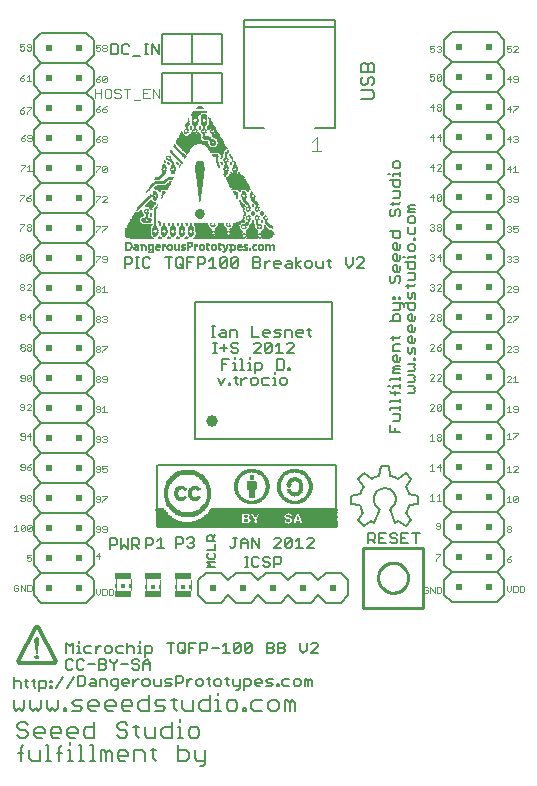
<source format=gto>
G75*
G70*
%OFA0B0*%
%FSLAX24Y24*%
%IPPOS*%
%LPD*%
%AMOC8*
5,1,8,0,0,1.08239X$1,22.5*
%
%ADD10C,0.0050*%
%ADD11C,0.0030*%
%ADD12C,0.0394*%
%ADD13C,0.0040*%
%ADD14C,0.0060*%
%ADD15C,0.0080*%
%ADD16R,0.0200X0.0200*%
%ADD17R,0.0059X0.0118*%
%ADD18R,0.0118X0.0118*%
%ADD19R,0.0531X0.0236*%
%ADD20C,0.0086*%
%ADD21C,0.0120*%
%ADD22C,0.0070*%
%ADD23R,0.0150X0.0010*%
%ADD24R,0.0070X0.0010*%
%ADD25R,0.0160X0.0010*%
%ADD26R,0.0080X0.0010*%
%ADD27R,0.0170X0.0010*%
%ADD28R,0.0090X0.0010*%
%ADD29R,0.0040X0.0010*%
%ADD30R,0.0100X0.0010*%
%ADD31R,0.0010X0.0010*%
%ADD32R,0.0060X0.0010*%
%ADD33R,0.0130X0.0010*%
%ADD34R,0.0050X0.0010*%
%ADD35R,0.0110X0.0010*%
%ADD36R,0.0140X0.0010*%
%ADD37R,0.0120X0.0010*%
%ADD38R,0.0190X0.0010*%
%ADD39R,0.0180X0.0010*%
%ADD40R,0.0210X0.0010*%
%ADD41R,0.0220X0.0010*%
%ADD42R,0.0200X0.0010*%
%ADD43R,0.0030X0.0010*%
%ADD44R,0.0020X0.0010*%
%ADD45R,0.0310X0.0010*%
%ADD46R,0.0780X0.0010*%
%ADD47R,0.1640X0.0010*%
%ADD48R,0.0380X0.0010*%
%ADD49R,0.0260X0.0010*%
%ADD50R,0.0800X0.0010*%
%ADD51R,0.1610X0.0010*%
%ADD52R,0.0360X0.0010*%
%ADD53R,0.0290X0.0010*%
%ADD54R,0.0820X0.0010*%
%ADD55R,0.1590X0.0010*%
%ADD56R,0.0340X0.0010*%
%ADD57R,0.0840X0.0010*%
%ADD58R,0.1570X0.0010*%
%ADD59R,0.0330X0.0010*%
%ADD60R,0.0320X0.0010*%
%ADD61R,0.1550X0.0010*%
%ADD62R,0.0300X0.0010*%
%ADD63R,0.0850X0.0010*%
%ADD64R,0.1080X0.0010*%
%ADD65R,0.0520X0.0010*%
%ADD66R,0.0450X0.0010*%
%ADD67R,0.0420X0.0010*%
%ADD68R,0.0540X0.0010*%
%ADD69R,0.0410X0.0010*%
%ADD70R,0.0430X0.0010*%
%ADD71R,0.0860X0.0010*%
%ADD72R,0.0530X0.0010*%
%ADD73R,0.0390X0.0010*%
%ADD74R,0.0510X0.0010*%
%ADD75R,0.0400X0.0010*%
%ADD76R,0.0500X0.0010*%
%ADD77R,0.0480X0.0010*%
%ADD78R,0.0370X0.0010*%
%ADD79R,0.0440X0.0010*%
%ADD80R,0.0870X0.0010*%
%ADD81R,0.0350X0.0010*%
%ADD82R,0.0490X0.0010*%
%ADD83R,0.0230X0.0010*%
%ADD84R,0.0270X0.0010*%
%ADD85R,0.0240X0.0010*%
%ADD86R,0.0830X0.0010*%
%ADD87R,0.0280X0.0010*%
%ADD88R,0.0810X0.0010*%
%ADD89R,0.0470X0.0010*%
%ADD90R,0.0250X0.0010*%
%ADD91R,0.0460X0.0010*%
%ADD92R,0.0640X0.0010*%
%ADD93R,0.0630X0.0010*%
%ADD94R,0.0620X0.0010*%
%ADD95R,0.0610X0.0010*%
%ADD96R,0.0590X0.0010*%
%ADD97R,0.0580X0.0010*%
%ADD98R,0.0560X0.0010*%
%ADD99R,0.0550X0.0010*%
%ADD100R,0.0570X0.0010*%
%ADD101R,0.0650X0.0010*%
%ADD102R,0.0680X0.0010*%
%ADD103R,0.0720X0.0010*%
%ADD104R,0.1060X0.0010*%
%ADD105R,0.1070X0.0010*%
%ADD106R,0.1050X0.0010*%
%ADD107R,0.0920X0.0010*%
%ADD108R,0.0890X0.0010*%
%ADD109R,0.0770X0.0010*%
%ADD110R,0.0760X0.0010*%
%ADD111R,0.0750X0.0010*%
%ADD112R,0.0740X0.0010*%
%ADD113R,0.0730X0.0010*%
%ADD114R,0.6015X0.0015*%
%ADD115R,0.6045X0.0015*%
%ADD116R,0.4395X0.0015*%
%ADD117R,0.1620X0.0015*%
%ADD118R,0.2865X0.0015*%
%ADD119R,0.0210X0.0015*%
%ADD120R,0.0975X0.0015*%
%ADD121R,0.0075X0.0015*%
%ADD122R,0.0165X0.0015*%
%ADD123R,0.1170X0.0015*%
%ADD124R,0.0180X0.0015*%
%ADD125R,0.0945X0.0015*%
%ADD126R,0.0045X0.0015*%
%ADD127R,0.1035X0.0015*%
%ADD128R,0.1785X0.0015*%
%ADD129R,0.0930X0.0015*%
%ADD130R,0.0150X0.0015*%
%ADD131R,0.0885X0.0015*%
%ADD132R,0.1650X0.0015*%
%ADD133R,0.0060X0.0015*%
%ADD134R,0.0030X0.0015*%
%ADD135R,0.0135X0.0015*%
%ADD136R,0.1185X0.0015*%
%ADD137R,0.0810X0.0015*%
%ADD138R,0.1575X0.0015*%
%ADD139R,0.0120X0.0015*%
%ADD140R,0.0915X0.0015*%
%ADD141R,0.0765X0.0015*%
%ADD142R,0.1530X0.0015*%
%ADD143R,0.1200X0.0015*%
%ADD144R,0.0735X0.0015*%
%ADD145R,0.1485X0.0015*%
%ADD146R,0.0690X0.0015*%
%ADD147R,0.1455X0.0015*%
%ADD148R,0.1110X0.0015*%
%ADD149R,0.0660X0.0015*%
%ADD150R,0.1425X0.0015*%
%ADD151R,0.1080X0.0015*%
%ADD152R,0.1215X0.0015*%
%ADD153R,0.0630X0.0015*%
%ADD154R,0.1395X0.0015*%
%ADD155R,0.0090X0.0015*%
%ADD156R,0.1020X0.0015*%
%ADD157R,0.0600X0.0015*%
%ADD158R,0.1365X0.0015*%
%ADD159R,0.0960X0.0015*%
%ADD160R,0.0585X0.0015*%
%ADD161R,0.1335X0.0015*%
%ADD162R,0.1230X0.0015*%
%ADD163R,0.0555X0.0015*%
%ADD164R,0.1320X0.0015*%
%ADD165R,0.0540X0.0015*%
%ADD166R,0.1290X0.0015*%
%ADD167R,0.0885X0.0015*%
%ADD168R,0.0225X0.0015*%
%ADD169R,0.1245X0.0015*%
%ADD170R,0.0510X0.0015*%
%ADD171R,0.0300X0.0015*%
%ADD172R,0.1275X0.0015*%
%ADD173R,0.0105X0.0015*%
%ADD174R,0.0270X0.0015*%
%ADD175R,0.0015X0.0015*%
%ADD176R,0.0495X0.0015*%
%ADD177R,0.0435X0.0015*%
%ADD178R,0.1260X0.0015*%
%ADD179R,0.0855X0.0015*%
%ADD180R,0.0480X0.0015*%
%ADD181R,0.0525X0.0015*%
%ADD182R,0.0465X0.0015*%
%ADD183R,0.0600X0.0015*%
%ADD184R,0.0450X0.0015*%
%ADD185R,0.0675X0.0015*%
%ADD186R,0.0840X0.0015*%
%ADD187R,0.0420X0.0015*%
%ADD188R,0.0735X0.0015*%
%ADD189R,0.0405X0.0015*%
%ADD190R,0.0780X0.0015*%
%ADD191R,0.0825X0.0015*%
%ADD192R,0.1155X0.0015*%
%ADD193R,0.0195X0.0015*%
%ADD194R,0.0390X0.0015*%
%ADD195R,0.2670X0.0015*%
%ADD196R,0.0375X0.0015*%
%ADD197R,0.4320X0.0015*%
%ADD198R,0.0360X0.0015*%
%ADD199R,0.0330X0.0015*%
%ADD200R,0.4305X0.0015*%
%ADD201R,0.0345X0.0015*%
%ADD202R,0.4290X0.0015*%
%ADD203R,0.0330X0.0015*%
%ADD204R,0.4275X0.0015*%
%ADD205R,0.0255X0.0015*%
%ADD206R,0.4260X0.0015*%
%ADD207R,0.0315X0.0015*%
%ADD208R,0.0240X0.0015*%
%ADD209R,0.0300X0.0015*%
%ADD210R,0.4245X0.0015*%
%ADD211R,0.0285X0.0015*%
%ADD212R,0.4230X0.0015*%
%ADD213R,0.0270X0.0015*%
%ADD214R,0.4215X0.0015*%
%ADD215R,0.0060X0.0015*%
%ADD216R,0.0360X0.0015*%
%ADD217R,0.0450X0.0015*%
%ADD218R,0.0510X0.0015*%
%ADD219R,0.0570X0.0015*%
%ADD220R,0.0555X0.0015*%
%ADD221R,0.0615X0.0015*%
%ADD222R,0.0660X0.0015*%
%ADD223R,0.0345X0.0015*%
%ADD224R,0.0390X0.0015*%
%ADD225R,0.0315X0.0015*%
%ADD226R,0.0420X0.0015*%
%ADD227R,0.0465X0.0015*%
%ADD228R,0.0375X0.0015*%
%ADD229R,0.0285X0.0015*%
%ADD230R,0.0405X0.0015*%
%ADD231R,0.0870X0.0015*%
%ADD232R,0.0720X0.0015*%
%ADD233R,0.0645X0.0015*%
%ADD234R,0.0585X0.0015*%
%ADD235R,0.0495X0.0015*%
%ADD236R,0.0540X0.0015*%
%ADD237R,0.0480X0.0015*%
%ADD238R,0.6015X0.0015*%
%ADD239R,0.5985X0.0015*%
%ADD240R,0.5955X0.0015*%
%ADD241R,0.5895X0.0015*%
D10*
X000397Y002777D02*
X000397Y003127D01*
X000455Y003010D02*
X000572Y003010D01*
X000630Y002952D01*
X000630Y002777D01*
X000824Y002835D02*
X000824Y003069D01*
X000882Y003010D02*
X000765Y003010D01*
X000824Y002835D02*
X000882Y002777D01*
X001011Y003010D02*
X001128Y003010D01*
X001069Y003069D02*
X001069Y002835D01*
X001128Y002777D01*
X001256Y002777D02*
X001431Y002777D01*
X001490Y002835D01*
X001490Y002952D01*
X001431Y003010D01*
X001256Y003010D01*
X001256Y002660D01*
X001625Y002777D02*
X001625Y002835D01*
X001683Y002835D01*
X001683Y002777D01*
X001625Y002777D01*
X001625Y002952D02*
X001625Y003010D01*
X001683Y003010D01*
X001683Y002952D01*
X001625Y002952D01*
X001809Y002777D02*
X002042Y003127D01*
X002205Y003377D02*
X002322Y003377D01*
X002380Y003435D01*
X002515Y003435D02*
X002515Y003669D01*
X002574Y003727D01*
X002690Y003727D01*
X002749Y003669D01*
X002884Y003552D02*
X003117Y003552D01*
X003252Y003552D02*
X003427Y003552D01*
X003485Y003494D01*
X003485Y003435D01*
X003427Y003377D01*
X003252Y003377D01*
X003252Y003727D01*
X003427Y003727D01*
X003485Y003669D01*
X003485Y003610D01*
X003427Y003552D01*
X003620Y003669D02*
X003737Y003552D01*
X003854Y003669D01*
X003854Y003727D01*
X003863Y003927D02*
X004038Y003927D01*
X004173Y003927D02*
X004173Y004277D01*
X004231Y004160D02*
X004348Y004160D01*
X004406Y004102D01*
X004406Y003927D01*
X004541Y003927D02*
X004658Y003927D01*
X004599Y003927D02*
X004599Y004160D01*
X004541Y004160D01*
X004599Y004277D02*
X004599Y004336D01*
X004786Y004160D02*
X004962Y004160D01*
X005020Y004102D01*
X005020Y003985D01*
X004962Y003927D01*
X004786Y003927D01*
X004786Y003810D02*
X004786Y004160D01*
X004842Y003727D02*
X004959Y003610D01*
X004959Y003377D01*
X004959Y003552D02*
X004725Y003552D01*
X004725Y003610D02*
X004842Y003727D01*
X004725Y003610D02*
X004725Y003377D01*
X004590Y003435D02*
X004532Y003377D01*
X004415Y003377D01*
X004357Y003435D01*
X004415Y003552D02*
X004532Y003552D01*
X004590Y003494D01*
X004590Y003435D01*
X004415Y003552D02*
X004357Y003610D01*
X004357Y003669D01*
X004415Y003727D01*
X004532Y003727D01*
X004590Y003669D01*
X004222Y003552D02*
X003989Y003552D01*
X003737Y003552D02*
X003737Y003377D01*
X003620Y003669D02*
X003620Y003727D01*
X003611Y003927D02*
X003494Y003927D01*
X003436Y003985D01*
X003436Y004102D01*
X003494Y004160D01*
X003611Y004160D01*
X003669Y004102D01*
X003669Y003985D01*
X003611Y003927D01*
X003804Y003985D02*
X003863Y003927D01*
X003804Y003985D02*
X003804Y004102D01*
X003863Y004160D01*
X004038Y004160D01*
X004173Y004102D02*
X004231Y004160D01*
X003304Y004160D02*
X003246Y004160D01*
X003129Y004044D01*
X003129Y004160D02*
X003129Y003927D01*
X002994Y003927D02*
X002819Y003927D01*
X002761Y003985D01*
X002761Y004102D01*
X002819Y004160D01*
X002994Y004160D01*
X002574Y004160D02*
X002574Y003927D01*
X002632Y003927D02*
X002515Y003927D01*
X002380Y003927D02*
X002380Y004277D01*
X002264Y004160D01*
X002147Y004277D01*
X002147Y003927D01*
X002205Y003727D02*
X002147Y003669D01*
X002147Y003435D01*
X002205Y003377D01*
X002411Y003127D02*
X002177Y002777D01*
X002547Y002827D02*
X002547Y003177D01*
X002722Y003177D01*
X002780Y003119D01*
X002780Y002885D01*
X002722Y002827D01*
X002547Y002827D01*
X002915Y002885D02*
X002974Y002827D01*
X003149Y002827D01*
X003149Y003002D01*
X003090Y003060D01*
X002974Y003060D01*
X002974Y002944D02*
X003149Y002944D01*
X002974Y002944D02*
X002915Y002885D01*
X003284Y002827D02*
X003284Y003060D01*
X003459Y003060D01*
X003517Y003002D01*
X003517Y002827D01*
X003652Y002885D02*
X003710Y002827D01*
X003885Y002827D01*
X003885Y002769D02*
X003885Y003060D01*
X003710Y003060D01*
X003652Y003002D01*
X003652Y002885D01*
X003769Y002710D02*
X003827Y002710D01*
X003885Y002769D01*
X004020Y002885D02*
X004020Y003002D01*
X004079Y003060D01*
X004195Y003060D01*
X004254Y003002D01*
X004254Y002944D01*
X004020Y002944D01*
X004020Y002885D02*
X004079Y002827D01*
X004195Y002827D01*
X004389Y002827D02*
X004389Y003060D01*
X004389Y002944D02*
X004505Y003060D01*
X004564Y003060D01*
X004695Y003002D02*
X004695Y002885D01*
X004754Y002827D01*
X004871Y002827D01*
X004929Y002885D01*
X004929Y003002D01*
X004871Y003060D01*
X004754Y003060D01*
X004695Y003002D01*
X005064Y003060D02*
X005064Y002885D01*
X005122Y002827D01*
X005297Y002827D01*
X005297Y003060D01*
X005432Y003002D02*
X005490Y003060D01*
X005666Y003060D01*
X005607Y002944D02*
X005490Y002944D01*
X005432Y003002D01*
X005432Y002827D02*
X005607Y002827D01*
X005666Y002885D01*
X005607Y002944D01*
X005800Y002944D02*
X005975Y002944D01*
X006034Y003002D01*
X006034Y003119D01*
X005975Y003177D01*
X005800Y003177D01*
X005800Y002827D01*
X006169Y002827D02*
X006169Y003060D01*
X006169Y002944D02*
X006285Y003060D01*
X006344Y003060D01*
X006476Y003002D02*
X006476Y002885D01*
X006534Y002827D01*
X006651Y002827D01*
X006709Y002885D01*
X006709Y003002D01*
X006651Y003060D01*
X006534Y003060D01*
X006476Y003002D01*
X006844Y003060D02*
X006961Y003060D01*
X006902Y003119D02*
X006902Y002885D01*
X006961Y002827D01*
X007089Y002885D02*
X007148Y002827D01*
X007264Y002827D01*
X007323Y002885D01*
X007323Y003002D01*
X007264Y003060D01*
X007148Y003060D01*
X007089Y003002D01*
X007089Y002885D01*
X007458Y003060D02*
X007574Y003060D01*
X007516Y003119D02*
X007516Y002885D01*
X007574Y002827D01*
X007703Y002885D02*
X007761Y002827D01*
X007937Y002827D01*
X007937Y002769D02*
X007878Y002710D01*
X007820Y002710D01*
X007937Y002769D02*
X007937Y003060D01*
X008071Y003060D02*
X008071Y002710D01*
X008071Y002827D02*
X008247Y002827D01*
X008305Y002885D01*
X008305Y003002D01*
X008247Y003060D01*
X008071Y003060D01*
X007703Y003060D02*
X007703Y002885D01*
X008440Y002885D02*
X008498Y002827D01*
X008615Y002827D01*
X008673Y002944D02*
X008440Y002944D01*
X008440Y003002D02*
X008498Y003060D01*
X008615Y003060D01*
X008673Y003002D01*
X008673Y002944D01*
X008808Y003002D02*
X008866Y003060D01*
X009042Y003060D01*
X008983Y002944D02*
X008866Y002944D01*
X008808Y003002D01*
X008808Y002827D02*
X008983Y002827D01*
X009042Y002885D01*
X008983Y002944D01*
X009176Y002885D02*
X009176Y002827D01*
X009235Y002827D01*
X009235Y002885D01*
X009176Y002885D01*
X009361Y002885D02*
X009419Y002827D01*
X009594Y002827D01*
X009729Y002885D02*
X009787Y002827D01*
X009904Y002827D01*
X009962Y002885D01*
X009962Y003002D01*
X009904Y003060D01*
X009787Y003060D01*
X009729Y003002D01*
X009729Y002885D01*
X009594Y003060D02*
X009419Y003060D01*
X009361Y003002D01*
X009361Y002885D01*
X010097Y002827D02*
X010097Y003060D01*
X010155Y003060D01*
X010214Y003002D01*
X010272Y003060D01*
X010331Y003002D01*
X010331Y002827D01*
X010214Y002827D02*
X010214Y003002D01*
X010311Y003927D02*
X010545Y004160D01*
X010545Y004219D01*
X010486Y004277D01*
X010369Y004277D01*
X010311Y004219D01*
X010176Y004277D02*
X010176Y004044D01*
X010059Y003927D01*
X009943Y004044D01*
X009943Y004277D01*
X009440Y004219D02*
X009440Y004160D01*
X009381Y004102D01*
X009206Y004102D01*
X009071Y004160D02*
X009013Y004102D01*
X008838Y004102D01*
X009013Y004102D02*
X009071Y004044D01*
X009071Y003985D01*
X009013Y003927D01*
X008838Y003927D01*
X008838Y004277D01*
X009013Y004277D01*
X009071Y004219D01*
X009071Y004160D01*
X009206Y004277D02*
X009206Y003927D01*
X009381Y003927D01*
X009440Y003985D01*
X009440Y004044D01*
X009381Y004102D01*
X009440Y004219D02*
X009381Y004277D01*
X009206Y004277D01*
X008335Y004219D02*
X008335Y003985D01*
X008276Y003927D01*
X008160Y003927D01*
X008101Y003985D01*
X008335Y004219D01*
X008276Y004277D01*
X008160Y004277D01*
X008101Y004219D01*
X008101Y003985D01*
X007966Y003985D02*
X007966Y004219D01*
X007733Y003985D01*
X007791Y003927D01*
X007908Y003927D01*
X007966Y003985D01*
X007733Y003985D02*
X007733Y004219D01*
X007791Y004277D01*
X007908Y004277D01*
X007966Y004219D01*
X007598Y003927D02*
X007365Y003927D01*
X007481Y003927D02*
X007481Y004277D01*
X007365Y004160D01*
X007230Y004102D02*
X006996Y004102D01*
X006861Y004102D02*
X006861Y004219D01*
X006803Y004277D01*
X006628Y004277D01*
X006628Y003927D01*
X006628Y004044D02*
X006803Y004044D01*
X006861Y004102D01*
X006493Y004277D02*
X006260Y004277D01*
X006260Y003927D01*
X006125Y003927D02*
X006008Y004044D01*
X005950Y003927D02*
X005891Y003985D01*
X005891Y004219D01*
X005950Y004277D01*
X006066Y004277D01*
X006125Y004219D01*
X006125Y003985D01*
X006066Y003927D01*
X005950Y003927D01*
X005757Y004277D02*
X005523Y004277D01*
X005640Y004277D02*
X005640Y003927D01*
X006260Y004102D02*
X006376Y004102D01*
X006857Y006787D02*
X006947Y006877D01*
X006857Y006967D01*
X007127Y006967D01*
X007082Y007082D02*
X007127Y007127D01*
X007127Y007217D01*
X007082Y007262D01*
X007127Y007376D02*
X007127Y007556D01*
X007127Y007671D02*
X006857Y007671D01*
X006857Y007806D01*
X006902Y007851D01*
X006992Y007851D01*
X007037Y007806D01*
X007037Y007671D01*
X007037Y007761D02*
X007127Y007851D01*
X007127Y007376D02*
X006857Y007376D01*
X006902Y007262D02*
X006857Y007217D01*
X006857Y007127D01*
X006902Y007082D01*
X007082Y007082D01*
X007127Y006787D02*
X006857Y006787D01*
X006354Y007434D02*
X006412Y007493D01*
X006412Y007551D01*
X006354Y007609D01*
X006295Y007609D01*
X006354Y007609D02*
X006412Y007668D01*
X006412Y007726D01*
X006354Y007785D01*
X006237Y007785D01*
X006179Y007726D01*
X006044Y007726D02*
X005985Y007785D01*
X005810Y007785D01*
X005810Y007434D01*
X005810Y007551D02*
X005985Y007551D01*
X006044Y007609D01*
X006044Y007726D01*
X006179Y007493D02*
X006237Y007434D01*
X006354Y007434D01*
X005415Y007422D02*
X005181Y007422D01*
X005298Y007422D02*
X005298Y007772D01*
X005181Y007655D01*
X005046Y007597D02*
X004988Y007539D01*
X004813Y007539D01*
X004813Y007422D02*
X004813Y007772D01*
X004988Y007772D01*
X005046Y007714D01*
X005046Y007597D01*
X004572Y007580D02*
X004514Y007521D01*
X004339Y007521D01*
X004339Y007404D02*
X004339Y007755D01*
X004514Y007755D01*
X004572Y007696D01*
X004572Y007580D01*
X004456Y007521D02*
X004572Y007404D01*
X004204Y007404D02*
X004204Y007755D01*
X003971Y007755D02*
X003971Y007404D01*
X004087Y007521D01*
X004204Y007404D01*
X003836Y007580D02*
X003777Y007521D01*
X003602Y007521D01*
X003602Y007404D02*
X003602Y007755D01*
X003777Y007755D01*
X003836Y007696D01*
X003836Y007580D01*
X002574Y004336D02*
X002574Y004277D01*
X002574Y004160D02*
X002515Y004160D01*
X002322Y003727D02*
X002205Y003727D01*
X002322Y003727D02*
X002380Y003669D01*
X002515Y003435D02*
X002574Y003377D01*
X002690Y003377D01*
X002749Y003435D01*
X001123Y003802D02*
X001125Y003815D01*
X001130Y003827D01*
X001139Y003838D01*
X001149Y003846D01*
X001162Y003850D01*
X001175Y003851D01*
X001188Y003848D01*
X001200Y003842D01*
X001210Y003833D01*
X001217Y003822D01*
X001221Y003809D01*
X001221Y003795D01*
X001217Y003782D01*
X001210Y003771D01*
X001200Y003762D01*
X001188Y003756D01*
X001175Y003753D01*
X001162Y003754D01*
X001149Y003758D01*
X001139Y003766D01*
X001130Y003777D01*
X001125Y003789D01*
X001123Y003802D01*
X001172Y003950D02*
X001221Y004392D01*
X001123Y004392D01*
X001172Y003950D01*
X001171Y003954D02*
X001172Y003954D01*
X001166Y004003D02*
X001178Y004003D01*
X001183Y004051D02*
X001161Y004051D01*
X001155Y004100D02*
X001189Y004100D01*
X001194Y004148D02*
X001150Y004148D01*
X001144Y004197D02*
X001199Y004197D01*
X001205Y004245D02*
X001139Y004245D01*
X001134Y004294D02*
X001210Y004294D01*
X001216Y004342D02*
X001128Y004342D01*
X001123Y004391D02*
X001221Y004391D01*
X001221Y004392D02*
X001219Y004405D01*
X001214Y004416D01*
X001207Y004427D01*
X001197Y004434D01*
X001185Y004439D01*
X001172Y004441D01*
X001159Y004439D01*
X001148Y004434D01*
X001137Y004427D01*
X001130Y004416D01*
X001125Y004405D01*
X001123Y004392D01*
X000455Y003010D02*
X000397Y002952D01*
X006444Y011068D02*
X006444Y015635D01*
X011010Y015635D01*
X011010Y011068D01*
X006444Y011068D01*
X007314Y012877D02*
X007430Y013110D01*
X007565Y012935D02*
X007565Y012877D01*
X007624Y012877D01*
X007624Y012935D01*
X007565Y012935D01*
X007808Y012935D02*
X007866Y012877D01*
X007808Y012935D02*
X007808Y013169D01*
X007866Y013110D02*
X007749Y013110D01*
X007995Y013110D02*
X007995Y012877D01*
X007995Y012994D02*
X008112Y013110D01*
X008170Y013110D01*
X008302Y013052D02*
X008302Y012935D01*
X008360Y012877D01*
X008477Y012877D01*
X008535Y012935D01*
X008535Y013052D01*
X008477Y013110D01*
X008360Y013110D01*
X008302Y013052D01*
X008452Y013260D02*
X008452Y013610D01*
X008627Y013610D01*
X008685Y013552D01*
X008685Y013435D01*
X008627Y013377D01*
X008452Y013377D01*
X008323Y013377D02*
X008206Y013377D01*
X008265Y013377D02*
X008265Y013610D01*
X008206Y013610D01*
X008265Y013727D02*
X008265Y013786D01*
X008397Y013927D02*
X008631Y014160D01*
X008631Y014219D01*
X008573Y014277D01*
X008456Y014277D01*
X008397Y014219D01*
X008347Y014477D02*
X008581Y014477D01*
X008716Y014535D02*
X008716Y014652D01*
X008774Y014710D01*
X008891Y014710D01*
X008949Y014652D01*
X008949Y014594D01*
X008716Y014594D01*
X008716Y014535D02*
X008774Y014477D01*
X008891Y014477D01*
X008941Y014277D02*
X008824Y014277D01*
X008766Y014219D01*
X008766Y013985D01*
X008999Y014219D01*
X008999Y013985D01*
X008941Y013927D01*
X008824Y013927D01*
X008766Y013985D01*
X008631Y013927D02*
X008397Y013927D01*
X008019Y013727D02*
X008019Y013377D01*
X007961Y013377D02*
X008078Y013377D01*
X007832Y013377D02*
X007715Y013377D01*
X007774Y013377D02*
X007774Y013610D01*
X007715Y013610D01*
X007774Y013727D02*
X007774Y013786D01*
X007719Y013927D02*
X007661Y013985D01*
X007719Y013927D02*
X007836Y013927D01*
X007894Y013985D01*
X007894Y014044D01*
X007836Y014102D01*
X007719Y014102D01*
X007661Y014160D01*
X007661Y014219D01*
X007719Y014277D01*
X007836Y014277D01*
X007894Y014219D01*
X007844Y014477D02*
X007844Y014652D01*
X007786Y014710D01*
X007611Y014710D01*
X007611Y014477D01*
X007476Y014477D02*
X007301Y014477D01*
X007242Y014535D01*
X007301Y014594D01*
X007476Y014594D01*
X007476Y014652D02*
X007476Y014477D01*
X007476Y014652D02*
X007418Y014710D01*
X007301Y014710D01*
X007164Y014277D02*
X007047Y014277D01*
X007105Y014277D02*
X007105Y013927D01*
X007047Y013927D02*
X007164Y013927D01*
X007292Y014102D02*
X007526Y014102D01*
X007409Y014219D02*
X007409Y013985D01*
X007347Y013727D02*
X007580Y013727D01*
X007464Y013552D02*
X007347Y013552D01*
X007347Y013377D02*
X007347Y013727D01*
X007114Y014477D02*
X006997Y014477D01*
X007055Y014477D02*
X007055Y014827D01*
X006997Y014827D02*
X007114Y014827D01*
X007961Y013727D02*
X008019Y013727D01*
X008347Y014477D02*
X008347Y014827D01*
X008941Y014277D02*
X008999Y014219D01*
X009134Y014160D02*
X009251Y014277D01*
X009251Y013927D01*
X009134Y013927D02*
X009368Y013927D01*
X009502Y013927D02*
X009736Y014160D01*
X009736Y014219D01*
X009677Y014277D01*
X009561Y014277D01*
X009502Y014219D01*
X009452Y014477D02*
X009452Y014710D01*
X009627Y014710D01*
X009686Y014652D01*
X009686Y014477D01*
X009821Y014535D02*
X009821Y014652D01*
X009879Y014710D01*
X009996Y014710D01*
X010054Y014652D01*
X010054Y014594D01*
X009821Y014594D01*
X009821Y014535D02*
X009879Y014477D01*
X009996Y014477D01*
X010247Y014535D02*
X010306Y014477D01*
X010247Y014535D02*
X010247Y014769D01*
X010189Y014710D02*
X010306Y014710D01*
X009736Y013927D02*
X009502Y013927D01*
X009364Y013727D02*
X009422Y013669D01*
X009422Y013435D01*
X009364Y013377D01*
X009188Y013377D01*
X009188Y013727D01*
X009364Y013727D01*
X009557Y013435D02*
X009615Y013435D01*
X009615Y013377D01*
X009557Y013377D01*
X009557Y013435D01*
X009459Y013110D02*
X009342Y013110D01*
X009284Y013052D01*
X009284Y012935D01*
X009342Y012877D01*
X009459Y012877D01*
X009517Y012935D01*
X009517Y013052D01*
X009459Y013110D01*
X009097Y013110D02*
X009097Y012877D01*
X009155Y012877D02*
X009038Y012877D01*
X008904Y012877D02*
X008728Y012877D01*
X008670Y012935D01*
X008670Y013052D01*
X008728Y013110D01*
X008904Y013110D01*
X009038Y013110D02*
X009097Y013110D01*
X009097Y013227D02*
X009097Y013286D01*
X009084Y014477D02*
X009259Y014477D01*
X009318Y014535D01*
X009259Y014594D01*
X009142Y014594D01*
X009084Y014652D01*
X009142Y014710D01*
X009318Y014710D01*
X009244Y016777D02*
X009127Y016777D01*
X009069Y016835D01*
X009069Y016952D01*
X009127Y017010D01*
X009244Y017010D01*
X009303Y016952D01*
X009303Y016894D01*
X009069Y016894D01*
X008937Y017010D02*
X008879Y017010D01*
X008762Y016894D01*
X008762Y017010D02*
X008762Y016777D01*
X008627Y016835D02*
X008569Y016777D01*
X008394Y016777D01*
X008394Y017127D01*
X008569Y017127D01*
X008627Y017069D01*
X008627Y017010D01*
X008569Y016952D01*
X008394Y016952D01*
X008569Y016952D02*
X008627Y016894D01*
X008627Y016835D01*
X007891Y016835D02*
X007832Y016777D01*
X007716Y016777D01*
X007657Y016835D01*
X007891Y017069D01*
X007891Y016835D01*
X007657Y016835D02*
X007657Y017069D01*
X007716Y017127D01*
X007832Y017127D01*
X007891Y017069D01*
X007522Y017069D02*
X007289Y016835D01*
X007347Y016777D01*
X007464Y016777D01*
X007522Y016835D01*
X007522Y017069D01*
X007464Y017127D01*
X007347Y017127D01*
X007289Y017069D01*
X007289Y016835D01*
X007154Y016777D02*
X006921Y016777D01*
X007037Y016777D02*
X007037Y017127D01*
X006921Y017010D01*
X006786Y016952D02*
X006727Y016894D01*
X006552Y016894D01*
X006552Y016777D02*
X006552Y017127D01*
X006727Y017127D01*
X006786Y017069D01*
X006786Y016952D01*
X006418Y017127D02*
X006184Y017127D01*
X006184Y016777D01*
X006049Y016777D02*
X005932Y016894D01*
X005874Y016777D02*
X005816Y016835D01*
X005816Y017069D01*
X005874Y017127D01*
X005991Y017127D01*
X006049Y017069D01*
X006049Y016835D01*
X005991Y016777D01*
X005874Y016777D01*
X006184Y016952D02*
X006301Y016952D01*
X005681Y017127D02*
X005447Y017127D01*
X005564Y017127D02*
X005564Y016777D01*
X004944Y016835D02*
X004886Y016777D01*
X004769Y016777D01*
X004711Y016835D01*
X004711Y017069D01*
X004769Y017127D01*
X004886Y017127D01*
X004944Y017069D01*
X004582Y017127D02*
X004465Y017127D01*
X004524Y017127D02*
X004524Y016777D01*
X004582Y016777D02*
X004465Y016777D01*
X004330Y016952D02*
X004272Y016894D01*
X004097Y016894D01*
X004097Y016777D02*
X004097Y017127D01*
X004272Y017127D01*
X004330Y017069D01*
X004330Y016952D01*
X007197Y013110D02*
X007314Y012877D01*
X009496Y016777D02*
X009437Y016835D01*
X009496Y016894D01*
X009671Y016894D01*
X009671Y016952D02*
X009671Y016777D01*
X009496Y016777D01*
X009496Y017010D02*
X009612Y017010D01*
X009671Y016952D01*
X009806Y016894D02*
X009981Y017010D01*
X010113Y016952D02*
X010113Y016835D01*
X010171Y016777D01*
X010288Y016777D01*
X010346Y016835D01*
X010346Y016952D01*
X010288Y017010D01*
X010171Y017010D01*
X010113Y016952D01*
X009981Y016777D02*
X009806Y016894D01*
X009806Y016777D02*
X009806Y017127D01*
X010481Y017010D02*
X010481Y016835D01*
X010539Y016777D01*
X010714Y016777D01*
X010714Y017010D01*
X010849Y017010D02*
X010966Y017010D01*
X010908Y017069D02*
X010908Y016835D01*
X010966Y016777D01*
X011463Y016894D02*
X011580Y016777D01*
X011696Y016894D01*
X011696Y017127D01*
X011831Y017069D02*
X011890Y017127D01*
X012006Y017127D01*
X012065Y017069D01*
X012065Y017010D01*
X011831Y016777D01*
X012065Y016777D01*
X011463Y016894D02*
X011463Y017127D01*
X012937Y016454D02*
X012937Y016337D01*
X012995Y016279D01*
X013053Y016279D01*
X013112Y016337D01*
X013112Y016454D01*
X013170Y016512D01*
X013229Y016512D01*
X013287Y016454D01*
X013287Y016337D01*
X013229Y016279D01*
X013495Y016164D02*
X013729Y016164D01*
X013787Y016223D01*
X013729Y016351D02*
X013553Y016351D01*
X013553Y016223D02*
X013553Y016106D01*
X013553Y015971D02*
X013553Y015796D01*
X013612Y015737D01*
X013670Y015796D01*
X013670Y015913D01*
X013729Y015971D01*
X013787Y015913D01*
X013787Y015737D01*
X013787Y015603D02*
X013787Y015428D01*
X013729Y015369D01*
X013612Y015369D01*
X013553Y015428D01*
X013553Y015603D01*
X013437Y015603D02*
X013787Y015603D01*
X013670Y015234D02*
X013670Y015001D01*
X013612Y015001D02*
X013553Y015059D01*
X013553Y015176D01*
X013612Y015234D01*
X013670Y015234D01*
X013787Y015176D02*
X013787Y015059D01*
X013729Y015001D01*
X013612Y015001D01*
X013612Y014866D02*
X013670Y014866D01*
X013670Y014633D01*
X013612Y014633D02*
X013553Y014691D01*
X013553Y014808D01*
X013612Y014866D01*
X013787Y014808D02*
X013787Y014691D01*
X013729Y014633D01*
X013612Y014633D01*
X013612Y014498D02*
X013670Y014498D01*
X013670Y014264D01*
X013612Y014264D02*
X013553Y014323D01*
X013553Y014439D01*
X013612Y014498D01*
X013787Y014439D02*
X013787Y014323D01*
X013729Y014264D01*
X013612Y014264D01*
X013553Y014129D02*
X013553Y013954D01*
X013612Y013896D01*
X013670Y013954D01*
X013670Y014071D01*
X013729Y014129D01*
X013787Y014071D01*
X013787Y013896D01*
X013787Y013770D02*
X013787Y013712D01*
X013729Y013712D01*
X013729Y013770D01*
X013787Y013770D01*
X013729Y013577D02*
X013553Y013577D01*
X013729Y013577D02*
X013787Y013519D01*
X013729Y013460D01*
X013787Y013402D01*
X013729Y013344D01*
X013553Y013344D01*
X013553Y013209D02*
X013729Y013209D01*
X013787Y013150D01*
X013729Y013092D01*
X013787Y013034D01*
X013729Y012975D01*
X013553Y012975D01*
X013553Y012840D02*
X013729Y012840D01*
X013787Y012782D01*
X013729Y012724D01*
X013787Y012665D01*
X013729Y012607D01*
X013553Y012607D01*
X013287Y012593D02*
X012995Y012593D01*
X012937Y012651D01*
X013053Y012780D02*
X013053Y012838D01*
X013287Y012838D01*
X013287Y012780D02*
X013287Y012897D01*
X013287Y013026D02*
X013287Y013142D01*
X013287Y013084D02*
X012937Y013084D01*
X012937Y013026D01*
X012937Y012838D02*
X012878Y012838D01*
X013112Y012651D02*
X013112Y012535D01*
X013287Y012406D02*
X013287Y012289D01*
X013287Y012347D02*
X012937Y012347D01*
X012937Y012289D01*
X012937Y012102D02*
X013287Y012102D01*
X013287Y012044D02*
X013287Y012160D01*
X013287Y011909D02*
X013053Y011909D01*
X012937Y012044D02*
X012937Y012102D01*
X013053Y011675D02*
X013229Y011675D01*
X013287Y011734D01*
X013287Y011909D01*
X012937Y011540D02*
X012937Y011307D01*
X013287Y011307D01*
X013112Y011307D02*
X013112Y011424D01*
X013053Y013271D02*
X013053Y013329D01*
X013112Y013388D01*
X013053Y013446D01*
X013112Y013505D01*
X013287Y013505D01*
X013287Y013388D02*
X013112Y013388D01*
X013053Y013271D02*
X013287Y013271D01*
X013229Y013639D02*
X013112Y013639D01*
X013053Y013698D01*
X013053Y013814D01*
X013112Y013873D01*
X013170Y013873D01*
X013170Y013639D01*
X013229Y013639D02*
X013287Y013698D01*
X013287Y013814D01*
X013287Y014008D02*
X013053Y014008D01*
X013053Y014183D01*
X013112Y014241D01*
X013287Y014241D01*
X013229Y014434D02*
X013287Y014493D01*
X013229Y014434D02*
X012995Y014434D01*
X013053Y014376D02*
X013053Y014493D01*
X013053Y014990D02*
X013053Y015165D01*
X013112Y015223D01*
X013229Y015223D01*
X013287Y015165D01*
X013287Y014990D01*
X012937Y014990D01*
X013053Y015358D02*
X013229Y015358D01*
X013287Y015416D01*
X013287Y015592D01*
X013345Y015592D02*
X013404Y015533D01*
X013404Y015475D01*
X013345Y015592D02*
X013053Y015592D01*
X013053Y015726D02*
X013112Y015726D01*
X013112Y015785D01*
X013053Y015785D01*
X013053Y015726D01*
X013229Y015726D02*
X013229Y015785D01*
X013287Y015785D01*
X013287Y015726D01*
X013229Y015726D01*
X012937Y016454D02*
X012995Y016512D01*
X013112Y016647D02*
X013053Y016706D01*
X013053Y016822D01*
X013112Y016881D01*
X013170Y016881D01*
X013170Y016647D01*
X013112Y016647D02*
X013229Y016647D01*
X013287Y016706D01*
X013287Y016822D01*
X013437Y016953D02*
X013787Y016953D01*
X013787Y016778D01*
X013729Y016720D01*
X013612Y016720D01*
X013553Y016778D01*
X013553Y016953D01*
X013553Y017088D02*
X013553Y017146D01*
X013787Y017146D01*
X013787Y017088D02*
X013787Y017205D01*
X013729Y017333D02*
X013612Y017333D01*
X013553Y017392D01*
X013553Y017509D01*
X013612Y017567D01*
X013729Y017567D01*
X013787Y017509D01*
X013787Y017392D01*
X013729Y017333D01*
X013729Y017702D02*
X013729Y017760D01*
X013787Y017760D01*
X013787Y017702D01*
X013729Y017702D01*
X013729Y017886D02*
X013612Y017886D01*
X013553Y017944D01*
X013553Y018119D01*
X013612Y018254D02*
X013729Y018254D01*
X013787Y018313D01*
X013787Y018429D01*
X013729Y018488D01*
X013612Y018488D01*
X013553Y018429D01*
X013553Y018313D01*
X013612Y018254D01*
X013787Y018119D02*
X013787Y017944D01*
X013729Y017886D01*
X013787Y018622D02*
X013553Y018622D01*
X013553Y018681D01*
X013612Y018739D01*
X013553Y018798D01*
X013612Y018856D01*
X013787Y018856D01*
X013787Y018739D02*
X013612Y018739D01*
X013287Y018664D02*
X013287Y018547D01*
X013229Y018489D01*
X013112Y018547D02*
X013112Y018664D01*
X013170Y018722D01*
X013229Y018722D01*
X013287Y018664D01*
X013112Y018547D02*
X013053Y018489D01*
X012995Y018489D01*
X012937Y018547D01*
X012937Y018664D01*
X012995Y018722D01*
X013053Y018857D02*
X013053Y018974D01*
X012995Y018915D02*
X013229Y018915D01*
X013287Y018974D01*
X013229Y019103D02*
X013287Y019161D01*
X013287Y019336D01*
X013053Y019336D01*
X013112Y019471D02*
X013053Y019529D01*
X013053Y019704D01*
X012937Y019704D02*
X013287Y019704D01*
X013287Y019529D01*
X013229Y019471D01*
X013112Y019471D01*
X013053Y019839D02*
X013053Y019897D01*
X013287Y019897D01*
X013287Y019839D02*
X013287Y019956D01*
X013229Y020085D02*
X013287Y020143D01*
X013287Y020260D01*
X013229Y020318D01*
X013112Y020318D01*
X013053Y020260D01*
X013053Y020143D01*
X013112Y020085D01*
X013229Y020085D01*
X012937Y019897D02*
X012878Y019897D01*
X013053Y019103D02*
X013229Y019103D01*
X013287Y017986D02*
X012937Y017986D01*
X013053Y017986D02*
X013053Y017810D01*
X013112Y017752D01*
X013229Y017752D01*
X013287Y017810D01*
X013287Y017986D01*
X013170Y017617D02*
X013112Y017617D01*
X013053Y017559D01*
X013053Y017442D01*
X013112Y017384D01*
X013229Y017384D01*
X013287Y017442D01*
X013287Y017559D01*
X013170Y017617D02*
X013170Y017384D01*
X013170Y017249D02*
X013112Y017249D01*
X013053Y017191D01*
X013053Y017074D01*
X013112Y017015D01*
X013229Y017015D01*
X013287Y017074D01*
X013287Y017191D01*
X013378Y017146D02*
X013437Y017146D01*
X013170Y017249D02*
X013170Y017015D01*
X013553Y016585D02*
X013787Y016585D01*
X013787Y016410D01*
X013729Y016351D01*
X011118Y021428D02*
X010842Y021428D01*
X010448Y021428D01*
X011118Y021428D02*
X011118Y022353D01*
X011118Y023298D01*
X011118Y024518D01*
X011118Y024794D01*
X011118Y025050D01*
X008086Y025050D01*
X008086Y024794D01*
X008086Y024518D01*
X008086Y023298D01*
X008086Y022353D01*
X008086Y021428D01*
X008362Y021428D01*
X008756Y021428D01*
X007352Y022262D02*
X006352Y022262D01*
X006352Y023262D01*
X007352Y023262D01*
X007352Y022262D01*
X007352Y023562D02*
X006352Y023562D01*
X006352Y024562D01*
X007352Y024562D01*
X007352Y023562D01*
X008086Y024794D02*
X011118Y024794D01*
X006352Y024562D02*
X005352Y024562D01*
X005352Y023562D01*
X006352Y023562D01*
X006352Y023262D02*
X005352Y023262D01*
X005352Y022262D01*
X006352Y022262D01*
X005242Y023887D02*
X005242Y024237D01*
X005009Y024237D02*
X005009Y023887D01*
X004880Y023887D02*
X004763Y023887D01*
X004821Y023887D02*
X004821Y024237D01*
X004763Y024237D02*
X004880Y024237D01*
X005009Y024237D02*
X005242Y023887D01*
X004628Y023829D02*
X004395Y023829D01*
X004260Y023945D02*
X004202Y023887D01*
X004085Y023887D01*
X004026Y023945D01*
X004026Y024179D01*
X004085Y024237D01*
X004202Y024237D01*
X004260Y024179D01*
X003892Y024179D02*
X003892Y023945D01*
X003833Y023887D01*
X003658Y023887D01*
X003658Y024237D01*
X003833Y024237D01*
X003892Y024179D01*
X007714Y007777D02*
X007830Y007777D01*
X007772Y007777D02*
X007772Y007485D01*
X007714Y007427D01*
X007655Y007427D01*
X007597Y007485D01*
X007965Y007427D02*
X007965Y007660D01*
X008082Y007777D01*
X008199Y007660D01*
X008199Y007427D01*
X008334Y007427D02*
X008334Y007777D01*
X008567Y007427D01*
X008567Y007777D01*
X008199Y007602D02*
X007965Y007602D01*
X008104Y007147D02*
X008221Y007147D01*
X008163Y007147D02*
X008163Y006797D01*
X008221Y006797D02*
X008104Y006797D01*
X008350Y006855D02*
X008350Y007089D01*
X008408Y007147D01*
X008525Y007147D01*
X008584Y007089D01*
X008718Y007089D02*
X008718Y007030D01*
X008777Y006972D01*
X008893Y006972D01*
X008952Y006914D01*
X008952Y006855D01*
X008893Y006797D01*
X008777Y006797D01*
X008718Y006855D01*
X008584Y006855D02*
X008525Y006797D01*
X008408Y006797D01*
X008350Y006855D01*
X008718Y007089D02*
X008777Y007147D01*
X008893Y007147D01*
X008952Y007089D01*
X009087Y007147D02*
X009087Y006797D01*
X009087Y006914D02*
X009262Y006914D01*
X009320Y006972D01*
X009320Y007089D01*
X009262Y007147D01*
X009087Y007147D01*
X009070Y007427D02*
X009304Y007660D01*
X009304Y007719D01*
X009245Y007777D01*
X009129Y007777D01*
X009070Y007719D01*
X009070Y007427D02*
X009304Y007427D01*
X009439Y007485D02*
X009439Y007719D01*
X009497Y007777D01*
X009614Y007777D01*
X009672Y007719D01*
X009439Y007485D01*
X009497Y007427D01*
X009614Y007427D01*
X009672Y007485D01*
X009672Y007719D01*
X009807Y007660D02*
X009924Y007777D01*
X009924Y007427D01*
X010040Y007427D02*
X009807Y007427D01*
X010175Y007427D02*
X010409Y007660D01*
X010409Y007719D01*
X010350Y007777D01*
X010233Y007777D01*
X010175Y007719D01*
X010175Y007427D02*
X010409Y007427D01*
X012222Y007592D02*
X012222Y007942D01*
X012397Y007942D01*
X012455Y007884D01*
X012455Y007767D01*
X012397Y007709D01*
X012222Y007709D01*
X012339Y007709D02*
X012455Y007592D01*
X012590Y007592D02*
X012590Y007942D01*
X012824Y007942D01*
X012959Y007884D02*
X012959Y007825D01*
X013017Y007767D01*
X013134Y007767D01*
X013192Y007709D01*
X013192Y007650D01*
X013134Y007592D01*
X013017Y007592D01*
X012959Y007650D01*
X012824Y007592D02*
X012590Y007592D01*
X012590Y007767D02*
X012707Y007767D01*
X012959Y007884D02*
X013017Y007942D01*
X013134Y007942D01*
X013192Y007884D01*
X013327Y007942D02*
X013327Y007592D01*
X013560Y007592D01*
X013444Y007767D02*
X013327Y007767D01*
X013327Y007942D02*
X013560Y007942D01*
X013695Y007942D02*
X013929Y007942D01*
X013812Y007942D02*
X013812Y007592D01*
X010545Y003927D02*
X010311Y003927D01*
X008440Y003002D02*
X008440Y002885D01*
D11*
X003719Y005902D02*
X003719Y006042D01*
X003684Y006077D01*
X003579Y006077D01*
X003579Y005867D01*
X003684Y005867D01*
X003719Y005902D01*
X003498Y005902D02*
X003498Y006042D01*
X003463Y006077D01*
X003358Y006077D01*
X003358Y005867D01*
X003463Y005867D01*
X003498Y005902D01*
X003277Y005937D02*
X003277Y006077D01*
X003137Y006077D02*
X003137Y005937D01*
X003207Y005867D01*
X003277Y005937D01*
X003242Y007067D02*
X003242Y007277D01*
X003137Y007172D01*
X003277Y007172D01*
X003242Y007967D02*
X003172Y007967D01*
X003137Y008002D01*
X003172Y008072D02*
X003277Y008072D01*
X003277Y008142D02*
X003242Y008177D01*
X003172Y008177D01*
X003137Y008142D01*
X003137Y008107D01*
X003172Y008072D01*
X003277Y008002D02*
X003277Y008142D01*
X003358Y008142D02*
X003358Y008107D01*
X003393Y008072D01*
X003498Y008072D01*
X003498Y008142D02*
X003463Y008177D01*
X003393Y008177D01*
X003358Y008142D01*
X003498Y008142D02*
X003498Y008002D01*
X003463Y007967D01*
X003393Y007967D01*
X003358Y008002D01*
X003277Y008002D02*
X003242Y007967D01*
X003242Y008967D02*
X003172Y008967D01*
X003137Y009002D01*
X003172Y009072D02*
X003277Y009072D01*
X003277Y009142D02*
X003242Y009177D01*
X003172Y009177D01*
X003137Y009142D01*
X003137Y009107D01*
X003172Y009072D01*
X003277Y009002D02*
X003277Y009142D01*
X003358Y009177D02*
X003498Y009177D01*
X003498Y009142D01*
X003358Y009002D01*
X003358Y008967D01*
X003277Y009002D02*
X003242Y008967D01*
X003242Y009967D02*
X003172Y009967D01*
X003137Y010002D01*
X003172Y010072D02*
X003277Y010072D01*
X003277Y010002D02*
X003277Y010142D01*
X003242Y010177D01*
X003172Y010177D01*
X003137Y010142D01*
X003137Y010107D01*
X003172Y010072D01*
X003242Y009967D02*
X003277Y010002D01*
X003358Y010002D02*
X003393Y009967D01*
X003463Y009967D01*
X003498Y010002D01*
X003498Y010072D01*
X003463Y010107D01*
X003428Y010107D01*
X003358Y010072D01*
X003358Y010177D01*
X003498Y010177D01*
X003463Y010967D02*
X003393Y010967D01*
X003358Y011002D01*
X003277Y011002D02*
X003277Y011142D01*
X003242Y011177D01*
X003172Y011177D01*
X003137Y011142D01*
X003137Y011107D01*
X003172Y011072D01*
X003277Y011072D01*
X003277Y011002D02*
X003242Y010967D01*
X003172Y010967D01*
X003137Y011002D01*
X003358Y011142D02*
X003393Y011177D01*
X003463Y011177D01*
X003498Y011142D01*
X003498Y011107D01*
X003463Y011072D01*
X003498Y011037D01*
X003498Y011002D01*
X003463Y010967D01*
X003463Y011072D02*
X003428Y011072D01*
X003428Y011967D02*
X003428Y012177D01*
X003358Y012107D01*
X003277Y012072D02*
X003172Y012072D01*
X003137Y012107D01*
X003137Y012142D01*
X003172Y012177D01*
X003242Y012177D01*
X003277Y012142D01*
X003277Y012002D01*
X003242Y011967D01*
X003172Y011967D01*
X003137Y012002D01*
X003358Y011967D02*
X003498Y011967D01*
X003463Y012967D02*
X003498Y013002D01*
X003498Y013142D01*
X003463Y013177D01*
X003393Y013177D01*
X003358Y013142D01*
X003358Y013107D01*
X003393Y013072D01*
X003498Y013072D01*
X003463Y012967D02*
X003393Y012967D01*
X003358Y013002D01*
X003277Y013002D02*
X003242Y012967D01*
X003172Y012967D01*
X003137Y013002D01*
X003137Y013037D01*
X003172Y013072D01*
X003242Y013072D01*
X003277Y013037D01*
X003277Y013002D01*
X003242Y013072D02*
X003277Y013107D01*
X003277Y013142D01*
X003242Y013177D01*
X003172Y013177D01*
X003137Y013142D01*
X003137Y013107D01*
X003172Y013072D01*
X003172Y013967D02*
X003137Y014002D01*
X003137Y014037D01*
X003172Y014072D01*
X003242Y014072D01*
X003277Y014037D01*
X003277Y014002D01*
X003242Y013967D01*
X003172Y013967D01*
X003172Y014072D02*
X003137Y014107D01*
X003137Y014142D01*
X003172Y014177D01*
X003242Y014177D01*
X003277Y014142D01*
X003277Y014107D01*
X003242Y014072D01*
X003358Y014002D02*
X003358Y013967D01*
X003358Y014002D02*
X003498Y014142D01*
X003498Y014177D01*
X003358Y014177D01*
X003393Y014967D02*
X003358Y015002D01*
X003393Y014967D02*
X003463Y014967D01*
X003498Y015002D01*
X003498Y015037D01*
X003463Y015072D01*
X003428Y015072D01*
X003463Y015072D02*
X003498Y015107D01*
X003498Y015142D01*
X003463Y015177D01*
X003393Y015177D01*
X003358Y015142D01*
X003277Y015142D02*
X003277Y015107D01*
X003242Y015072D01*
X003172Y015072D01*
X003137Y015107D01*
X003137Y015142D01*
X003172Y015177D01*
X003242Y015177D01*
X003277Y015142D01*
X003242Y015072D02*
X003277Y015037D01*
X003277Y015002D01*
X003242Y014967D01*
X003172Y014967D01*
X003137Y015002D01*
X003137Y015037D01*
X003172Y015072D01*
X003172Y015967D02*
X003137Y016002D01*
X003137Y016037D01*
X003172Y016072D01*
X003242Y016072D01*
X003277Y016037D01*
X003277Y016002D01*
X003242Y015967D01*
X003172Y015967D01*
X003172Y016072D02*
X003137Y016107D01*
X003137Y016142D01*
X003172Y016177D01*
X003242Y016177D01*
X003277Y016142D01*
X003277Y016107D01*
X003242Y016072D01*
X003358Y016107D02*
X003428Y016177D01*
X003428Y015967D01*
X003358Y015967D02*
X003498Y015967D01*
X003463Y016967D02*
X003498Y017002D01*
X003498Y017142D01*
X003463Y017177D01*
X003393Y017177D01*
X003358Y017142D01*
X003358Y017107D01*
X003393Y017072D01*
X003498Y017072D01*
X003463Y016967D02*
X003393Y016967D01*
X003358Y017002D01*
X003277Y017142D02*
X003137Y017002D01*
X003137Y016967D01*
X003137Y017177D02*
X003277Y017177D01*
X003277Y017142D01*
X003358Y017967D02*
X003358Y018002D01*
X003498Y018142D01*
X003498Y018177D01*
X003358Y018177D01*
X003277Y018177D02*
X003277Y018142D01*
X003137Y018002D01*
X003137Y017967D01*
X003137Y018177D02*
X003277Y018177D01*
X003358Y018967D02*
X003498Y019107D01*
X003498Y019142D01*
X003463Y019177D01*
X003393Y019177D01*
X003358Y019142D01*
X003277Y019142D02*
X003137Y019002D01*
X003137Y018967D01*
X003137Y019177D02*
X003277Y019177D01*
X003277Y019142D01*
X003358Y018967D02*
X003498Y018967D01*
X003463Y019967D02*
X003393Y019967D01*
X003358Y020002D01*
X003498Y020142D01*
X003498Y020002D01*
X003463Y019967D01*
X003358Y020002D02*
X003358Y020142D01*
X003393Y020177D01*
X003463Y020177D01*
X003498Y020142D01*
X003277Y020142D02*
X003137Y020002D01*
X003137Y019967D01*
X003137Y020177D02*
X003277Y020177D01*
X003277Y020142D01*
X003242Y020967D02*
X003172Y020967D01*
X003137Y021002D01*
X003137Y021072D01*
X003242Y021072D01*
X003277Y021037D01*
X003277Y021002D01*
X003242Y020967D01*
X003358Y021002D02*
X003358Y021037D01*
X003393Y021072D01*
X003463Y021072D01*
X003498Y021037D01*
X003498Y021002D01*
X003463Y020967D01*
X003393Y020967D01*
X003358Y021002D01*
X003393Y021072D02*
X003358Y021107D01*
X003358Y021142D01*
X003393Y021177D01*
X003463Y021177D01*
X003498Y021142D01*
X003498Y021107D01*
X003463Y021072D01*
X003277Y021177D02*
X003207Y021142D01*
X003137Y021072D01*
X003172Y021967D02*
X003242Y021967D01*
X003277Y022002D01*
X003277Y022037D01*
X003242Y022072D01*
X003137Y022072D01*
X003137Y022002D01*
X003172Y021967D01*
X003137Y022072D02*
X003207Y022142D01*
X003277Y022177D01*
X003358Y022072D02*
X003463Y022072D01*
X003498Y022037D01*
X003498Y022002D01*
X003463Y021967D01*
X003393Y021967D01*
X003358Y022002D01*
X003358Y022072D01*
X003428Y022142D01*
X003498Y022177D01*
X003463Y022967D02*
X003393Y022967D01*
X003358Y023002D01*
X003498Y023142D01*
X003498Y023002D01*
X003463Y022967D01*
X003358Y023002D02*
X003358Y023142D01*
X003393Y023177D01*
X003463Y023177D01*
X003498Y023142D01*
X003277Y023177D02*
X003207Y023142D01*
X003137Y023072D01*
X003242Y023072D01*
X003277Y023037D01*
X003277Y023002D01*
X003242Y022967D01*
X003172Y022967D01*
X003137Y023002D01*
X003137Y023072D01*
X003172Y024007D02*
X003137Y024042D01*
X003172Y024007D02*
X003242Y024007D01*
X003277Y024042D01*
X003277Y024112D01*
X003242Y024147D01*
X003207Y024147D01*
X003137Y024112D01*
X003137Y024217D01*
X003277Y024217D01*
X003358Y024182D02*
X003358Y024147D01*
X003393Y024112D01*
X003463Y024112D01*
X003498Y024077D01*
X003498Y024042D01*
X003463Y024007D01*
X003393Y024007D01*
X003358Y024042D01*
X003358Y024077D01*
X003393Y024112D01*
X003463Y024112D02*
X003498Y024147D01*
X003498Y024182D01*
X003463Y024217D01*
X003393Y024217D01*
X003358Y024182D01*
X000978Y024192D02*
X000978Y024052D01*
X000943Y024017D01*
X000873Y024017D01*
X000838Y024052D01*
X000873Y024122D02*
X000978Y024122D01*
X000978Y024192D02*
X000943Y024227D01*
X000873Y024227D01*
X000838Y024192D01*
X000838Y024157D01*
X000873Y024122D01*
X000757Y024122D02*
X000757Y024052D01*
X000722Y024017D01*
X000652Y024017D01*
X000617Y024052D01*
X000617Y024122D02*
X000687Y024157D01*
X000722Y024157D01*
X000757Y024122D01*
X000757Y024227D02*
X000617Y024227D01*
X000617Y024122D01*
X000757Y023217D02*
X000687Y023182D01*
X000617Y023112D01*
X000722Y023112D01*
X000757Y023077D01*
X000757Y023042D01*
X000722Y023007D01*
X000652Y023007D01*
X000617Y023042D01*
X000617Y023112D01*
X000838Y023147D02*
X000908Y023217D01*
X000908Y023007D01*
X000838Y023007D02*
X000978Y023007D01*
X000978Y022127D02*
X000838Y022127D01*
X000757Y022127D02*
X000687Y022092D01*
X000617Y022022D01*
X000722Y022022D01*
X000757Y021987D01*
X000757Y021952D01*
X000722Y021917D01*
X000652Y021917D01*
X000617Y021952D01*
X000617Y022022D01*
X000838Y021952D02*
X000838Y021917D01*
X000838Y021952D02*
X000978Y022092D01*
X000978Y022127D01*
X000963Y021217D02*
X000893Y021217D01*
X000858Y021182D01*
X000858Y021147D01*
X000893Y021112D01*
X000998Y021112D01*
X000998Y021182D02*
X000963Y021217D01*
X000998Y021182D02*
X000998Y021042D01*
X000963Y021007D01*
X000893Y021007D01*
X000858Y021042D01*
X000777Y021042D02*
X000777Y021077D01*
X000742Y021112D01*
X000637Y021112D01*
X000637Y021042D01*
X000672Y021007D01*
X000742Y021007D01*
X000777Y021042D01*
X000707Y021182D02*
X000777Y021217D01*
X000707Y021182D02*
X000637Y021112D01*
X000637Y020207D02*
X000777Y020207D01*
X000777Y020172D01*
X000637Y020032D01*
X000637Y019997D01*
X000858Y019997D02*
X000998Y019997D01*
X000928Y019997D02*
X000928Y020207D01*
X000858Y020137D01*
X000968Y019217D02*
X000898Y019182D01*
X000828Y019112D01*
X000933Y019112D01*
X000968Y019077D01*
X000968Y019042D01*
X000933Y019007D01*
X000863Y019007D01*
X000828Y019042D01*
X000828Y019112D01*
X000747Y019182D02*
X000607Y019042D01*
X000607Y019007D01*
X000607Y019217D02*
X000747Y019217D01*
X000747Y019182D01*
X000757Y018227D02*
X000617Y018227D01*
X000757Y018227D02*
X000757Y018192D01*
X000617Y018052D01*
X000617Y018017D01*
X000838Y018052D02*
X000838Y018087D01*
X000873Y018122D01*
X000943Y018122D01*
X000978Y018087D01*
X000978Y018052D01*
X000943Y018017D01*
X000873Y018017D01*
X000838Y018052D01*
X000873Y018122D02*
X000838Y018157D01*
X000838Y018192D01*
X000873Y018227D01*
X000943Y018227D01*
X000978Y018192D01*
X000978Y018157D01*
X000943Y018122D01*
X000933Y017227D02*
X000863Y017227D01*
X000828Y017192D01*
X000828Y017052D01*
X000968Y017192D01*
X000968Y017052D01*
X000933Y017017D01*
X000863Y017017D01*
X000828Y017052D01*
X000747Y017052D02*
X000712Y017017D01*
X000642Y017017D01*
X000607Y017052D01*
X000607Y017087D01*
X000642Y017122D01*
X000712Y017122D01*
X000747Y017087D01*
X000747Y017052D01*
X000712Y017122D02*
X000747Y017157D01*
X000747Y017192D01*
X000712Y017227D01*
X000642Y017227D01*
X000607Y017192D01*
X000607Y017157D01*
X000642Y017122D01*
X000933Y017227D02*
X000968Y017192D01*
X000943Y016237D02*
X000873Y016237D01*
X000838Y016202D01*
X000757Y016202D02*
X000757Y016167D01*
X000722Y016132D01*
X000652Y016132D01*
X000617Y016167D01*
X000617Y016202D01*
X000652Y016237D01*
X000722Y016237D01*
X000757Y016202D01*
X000722Y016132D02*
X000757Y016097D01*
X000757Y016062D01*
X000722Y016027D01*
X000652Y016027D01*
X000617Y016062D01*
X000617Y016097D01*
X000652Y016132D01*
X000838Y016027D02*
X000978Y016167D01*
X000978Y016202D01*
X000943Y016237D01*
X000978Y016027D02*
X000838Y016027D01*
X000732Y015237D02*
X000662Y015237D01*
X000627Y015202D01*
X000627Y015167D01*
X000662Y015132D01*
X000732Y015132D01*
X000767Y015097D01*
X000767Y015062D01*
X000732Y015027D01*
X000662Y015027D01*
X000627Y015062D01*
X000627Y015097D01*
X000662Y015132D01*
X000732Y015132D02*
X000767Y015167D01*
X000767Y015202D01*
X000732Y015237D01*
X000848Y015132D02*
X000988Y015132D01*
X000953Y015237D02*
X000848Y015132D01*
X000953Y015027D02*
X000953Y015237D01*
X000953Y014227D02*
X000883Y014227D01*
X000848Y014192D01*
X000848Y014157D01*
X000883Y014122D01*
X000953Y014122D01*
X000988Y014087D01*
X000988Y014052D01*
X000953Y014017D01*
X000883Y014017D01*
X000848Y014052D01*
X000848Y014087D01*
X000883Y014122D01*
X000953Y014122D02*
X000988Y014157D01*
X000988Y014192D01*
X000953Y014227D01*
X000767Y014192D02*
X000767Y014157D01*
X000732Y014122D01*
X000662Y014122D01*
X000627Y014157D01*
X000627Y014192D01*
X000662Y014227D01*
X000732Y014227D01*
X000767Y014192D01*
X000732Y014122D02*
X000767Y014087D01*
X000767Y014052D01*
X000732Y014017D01*
X000662Y014017D01*
X000627Y014052D01*
X000627Y014087D01*
X000662Y014122D01*
X000662Y013207D02*
X000627Y013172D01*
X000627Y013137D01*
X000662Y013102D01*
X000767Y013102D01*
X000767Y013172D02*
X000732Y013207D01*
X000662Y013207D01*
X000767Y013172D02*
X000767Y013032D01*
X000732Y012997D01*
X000662Y012997D01*
X000627Y013032D01*
X000848Y013032D02*
X000988Y013172D01*
X000988Y013032D01*
X000953Y012997D01*
X000883Y012997D01*
X000848Y013032D01*
X000848Y013172D01*
X000883Y013207D01*
X000953Y013207D01*
X000988Y013172D01*
X000943Y012247D02*
X000873Y012247D01*
X000838Y012212D01*
X000757Y012212D02*
X000722Y012247D01*
X000652Y012247D01*
X000617Y012212D01*
X000617Y012177D01*
X000652Y012142D01*
X000757Y012142D01*
X000757Y012072D02*
X000757Y012212D01*
X000757Y012072D02*
X000722Y012037D01*
X000652Y012037D01*
X000617Y012072D01*
X000838Y012037D02*
X000978Y012177D01*
X000978Y012212D01*
X000943Y012247D01*
X000978Y012037D02*
X000838Y012037D01*
X000732Y011257D02*
X000662Y011257D01*
X000627Y011222D01*
X000627Y011187D01*
X000662Y011152D01*
X000767Y011152D01*
X000767Y011222D02*
X000732Y011257D01*
X000767Y011222D02*
X000767Y011082D01*
X000732Y011047D01*
X000662Y011047D01*
X000627Y011082D01*
X000848Y011152D02*
X000988Y011152D01*
X000953Y011257D02*
X000848Y011152D01*
X000953Y011047D02*
X000953Y011257D01*
X000988Y010247D02*
X000918Y010212D01*
X000848Y010142D01*
X000953Y010142D01*
X000988Y010107D01*
X000988Y010072D01*
X000953Y010037D01*
X000883Y010037D01*
X000848Y010072D01*
X000848Y010142D01*
X000767Y010142D02*
X000662Y010142D01*
X000627Y010177D01*
X000627Y010212D01*
X000662Y010247D01*
X000732Y010247D01*
X000767Y010212D01*
X000767Y010072D01*
X000732Y010037D01*
X000662Y010037D01*
X000627Y010072D01*
X000662Y009207D02*
X000627Y009172D01*
X000627Y009137D01*
X000662Y009102D01*
X000767Y009102D01*
X000767Y009172D02*
X000732Y009207D01*
X000662Y009207D01*
X000767Y009172D02*
X000767Y009032D01*
X000732Y008997D01*
X000662Y008997D01*
X000627Y009032D01*
X000848Y009032D02*
X000848Y009067D01*
X000883Y009102D01*
X000953Y009102D01*
X000988Y009067D01*
X000988Y009032D01*
X000953Y008997D01*
X000883Y008997D01*
X000848Y009032D01*
X000883Y009102D02*
X000848Y009137D01*
X000848Y009172D01*
X000883Y009207D01*
X000953Y009207D01*
X000988Y009172D01*
X000988Y009137D01*
X000953Y009102D01*
X000964Y008217D02*
X000999Y008182D01*
X000859Y008042D01*
X000894Y008007D01*
X000964Y008007D01*
X000999Y008042D01*
X000999Y008182D01*
X000964Y008217D02*
X000894Y008217D01*
X000859Y008182D01*
X000859Y008042D01*
X000778Y008042D02*
X000743Y008007D01*
X000673Y008007D01*
X000638Y008042D01*
X000778Y008182D01*
X000778Y008042D01*
X000778Y008182D02*
X000743Y008217D01*
X000673Y008217D01*
X000638Y008182D01*
X000638Y008042D01*
X000557Y008007D02*
X000417Y008007D01*
X000487Y008007D02*
X000487Y008217D01*
X000417Y008147D01*
X000847Y007217D02*
X000847Y007112D01*
X000917Y007147D01*
X000952Y007147D01*
X000987Y007112D01*
X000987Y007042D01*
X000952Y007007D01*
X000882Y007007D01*
X000847Y007042D01*
X000847Y007217D02*
X000987Y007217D01*
X000964Y006217D02*
X000859Y006217D01*
X000859Y006007D01*
X000964Y006007D01*
X000999Y006042D01*
X000999Y006182D01*
X000964Y006217D01*
X000778Y006217D02*
X000778Y006007D01*
X000638Y006217D01*
X000638Y006007D01*
X000557Y006042D02*
X000557Y006112D01*
X000487Y006112D01*
X000417Y006182D02*
X000417Y006042D01*
X000452Y006007D01*
X000522Y006007D01*
X000557Y006042D01*
X000557Y006182D02*
X000522Y006217D01*
X000452Y006217D01*
X000417Y006182D01*
X014074Y006102D02*
X014074Y005962D01*
X014109Y005927D01*
X014179Y005927D01*
X014214Y005962D01*
X014214Y006032D01*
X014144Y006032D01*
X014074Y006102D02*
X014109Y006137D01*
X014179Y006137D01*
X014214Y006102D01*
X014295Y006137D02*
X014295Y005927D01*
X014435Y005927D02*
X014295Y006137D01*
X014435Y006137D02*
X014435Y005927D01*
X014516Y005927D02*
X014621Y005927D01*
X014656Y005962D01*
X014656Y006102D01*
X014621Y006137D01*
X014516Y006137D01*
X014516Y005927D01*
X014487Y007017D02*
X014487Y007052D01*
X014627Y007192D01*
X014627Y007227D01*
X014487Y007227D01*
X014627Y007227D01*
X014627Y007192D01*
X014487Y007052D01*
X014487Y007017D01*
X014522Y008067D02*
X014592Y008067D01*
X014627Y008102D01*
X014627Y008242D01*
X014592Y008277D01*
X014522Y008277D01*
X014487Y008242D01*
X014487Y008207D01*
X014522Y008172D01*
X014627Y008172D01*
X014522Y008067D02*
X014487Y008102D01*
X014508Y009017D02*
X014648Y009017D01*
X014578Y009017D02*
X014578Y009227D01*
X014508Y009157D01*
X014427Y009017D02*
X014287Y009017D01*
X014357Y009017D02*
X014357Y009227D01*
X014287Y009157D01*
X014287Y010017D02*
X014427Y010017D01*
X014357Y010017D02*
X014357Y010227D01*
X014287Y010157D01*
X014508Y010122D02*
X014648Y010122D01*
X014613Y010227D02*
X014508Y010122D01*
X014613Y010017D02*
X014613Y010227D01*
X014613Y011017D02*
X014543Y011017D01*
X014508Y011052D01*
X014508Y011087D01*
X014543Y011122D01*
X014613Y011122D01*
X014648Y011087D01*
X014648Y011052D01*
X014613Y011017D01*
X014613Y011122D02*
X014648Y011157D01*
X014648Y011192D01*
X014613Y011227D01*
X014543Y011227D01*
X014508Y011192D01*
X014508Y011157D01*
X014543Y011122D01*
X014427Y011017D02*
X014287Y011017D01*
X014357Y011017D02*
X014357Y011227D01*
X014287Y011157D01*
X014287Y012017D02*
X014427Y012157D01*
X014427Y012192D01*
X014392Y012227D01*
X014322Y012227D01*
X014287Y012192D01*
X014287Y012017D02*
X014427Y012017D01*
X014508Y012052D02*
X014648Y012192D01*
X014648Y012052D01*
X014613Y012017D01*
X014543Y012017D01*
X014508Y012052D01*
X014508Y012192D01*
X014543Y012227D01*
X014613Y012227D01*
X014648Y012192D01*
X014648Y013017D02*
X014508Y013017D01*
X014648Y013157D01*
X014648Y013192D01*
X014613Y013227D01*
X014543Y013227D01*
X014508Y013192D01*
X014427Y013192D02*
X014392Y013227D01*
X014322Y013227D01*
X014287Y013192D01*
X014427Y013192D02*
X014427Y013157D01*
X014287Y013017D01*
X014427Y013017D01*
X014427Y014017D02*
X014287Y014017D01*
X014427Y014157D01*
X014427Y014192D01*
X014392Y014227D01*
X014322Y014227D01*
X014287Y014192D01*
X014508Y014122D02*
X014613Y014122D01*
X014648Y014087D01*
X014648Y014052D01*
X014613Y014017D01*
X014543Y014017D01*
X014508Y014052D01*
X014508Y014122D01*
X014578Y014192D01*
X014648Y014227D01*
X014613Y015017D02*
X014543Y015017D01*
X014508Y015052D01*
X014508Y015087D01*
X014543Y015122D01*
X014613Y015122D01*
X014648Y015087D01*
X014648Y015052D01*
X014613Y015017D01*
X014613Y015122D02*
X014648Y015157D01*
X014648Y015192D01*
X014613Y015227D01*
X014543Y015227D01*
X014508Y015192D01*
X014508Y015157D01*
X014543Y015122D01*
X014427Y015157D02*
X014427Y015192D01*
X014392Y015227D01*
X014322Y015227D01*
X014287Y015192D01*
X014427Y015157D02*
X014287Y015017D01*
X014427Y015017D01*
X014392Y016017D02*
X014322Y016017D01*
X014287Y016052D01*
X014357Y016122D02*
X014392Y016122D01*
X014427Y016087D01*
X014427Y016052D01*
X014392Y016017D01*
X014392Y016122D02*
X014427Y016157D01*
X014427Y016192D01*
X014392Y016227D01*
X014322Y016227D01*
X014287Y016192D01*
X014508Y016192D02*
X014543Y016227D01*
X014613Y016227D01*
X014648Y016192D01*
X014648Y016157D01*
X014508Y016017D01*
X014648Y016017D01*
X014613Y017017D02*
X014613Y017227D01*
X014508Y017122D01*
X014648Y017122D01*
X014427Y017157D02*
X014392Y017122D01*
X014427Y017087D01*
X014427Y017052D01*
X014392Y017017D01*
X014322Y017017D01*
X014287Y017052D01*
X014357Y017122D02*
X014392Y017122D01*
X014427Y017157D02*
X014427Y017192D01*
X014392Y017227D01*
X014322Y017227D01*
X014287Y017192D01*
X014322Y018017D02*
X014287Y018052D01*
X014322Y018017D02*
X014392Y018017D01*
X014427Y018052D01*
X014427Y018087D01*
X014392Y018122D01*
X014357Y018122D01*
X014392Y018122D02*
X014427Y018157D01*
X014427Y018192D01*
X014392Y018227D01*
X014322Y018227D01*
X014287Y018192D01*
X014508Y018192D02*
X014508Y018157D01*
X014543Y018122D01*
X014613Y018122D01*
X014648Y018087D01*
X014648Y018052D01*
X014613Y018017D01*
X014543Y018017D01*
X014508Y018052D01*
X014508Y018087D01*
X014543Y018122D01*
X014613Y018122D02*
X014648Y018157D01*
X014648Y018192D01*
X014613Y018227D01*
X014543Y018227D01*
X014508Y018192D01*
X014543Y019017D02*
X014508Y019052D01*
X014648Y019192D01*
X014648Y019052D01*
X014613Y019017D01*
X014543Y019017D01*
X014508Y019052D02*
X014508Y019192D01*
X014543Y019227D01*
X014613Y019227D01*
X014648Y019192D01*
X014427Y019122D02*
X014287Y019122D01*
X014392Y019227D01*
X014392Y019017D01*
X014392Y020017D02*
X014392Y020227D01*
X014287Y020122D01*
X014427Y020122D01*
X014508Y020192D02*
X014543Y020227D01*
X014613Y020227D01*
X014648Y020192D01*
X014648Y020157D01*
X014508Y020017D01*
X014648Y020017D01*
X014613Y021017D02*
X014613Y021227D01*
X014508Y021122D01*
X014648Y021122D01*
X014427Y021122D02*
X014287Y021122D01*
X014392Y021227D01*
X014392Y021017D01*
X014392Y022017D02*
X014392Y022227D01*
X014287Y022122D01*
X014427Y022122D01*
X014508Y022157D02*
X014508Y022192D01*
X014543Y022227D01*
X014613Y022227D01*
X014648Y022192D01*
X014648Y022157D01*
X014613Y022122D01*
X014543Y022122D01*
X014508Y022157D01*
X014543Y022122D02*
X014508Y022087D01*
X014508Y022052D01*
X014543Y022017D01*
X014613Y022017D01*
X014648Y022052D01*
X014648Y022087D01*
X014613Y022122D01*
X014613Y023017D02*
X014543Y023017D01*
X014508Y023052D01*
X014648Y023192D01*
X014648Y023052D01*
X014613Y023017D01*
X014508Y023052D02*
X014508Y023192D01*
X014543Y023227D01*
X014613Y023227D01*
X014648Y023192D01*
X014427Y023227D02*
X014287Y023227D01*
X014287Y023122D01*
X014357Y023157D01*
X014392Y023157D01*
X014427Y023122D01*
X014427Y023052D01*
X014392Y023017D01*
X014322Y023017D01*
X014287Y023052D01*
X014322Y023967D02*
X014287Y024002D01*
X014322Y023967D02*
X014392Y023967D01*
X014427Y024002D01*
X014427Y024072D01*
X014392Y024107D01*
X014357Y024107D01*
X014287Y024072D01*
X014287Y024177D01*
X014427Y024177D01*
X014508Y024142D02*
X014543Y024177D01*
X014613Y024177D01*
X014648Y024142D01*
X014648Y024107D01*
X014613Y024072D01*
X014648Y024037D01*
X014648Y024002D01*
X014613Y023967D01*
X014543Y023967D01*
X014508Y024002D01*
X014578Y024072D02*
X014613Y024072D01*
X016837Y024072D02*
X016907Y024107D01*
X016942Y024107D01*
X016977Y024072D01*
X016977Y024002D01*
X016942Y023967D01*
X016872Y023967D01*
X016837Y024002D01*
X016837Y024072D02*
X016837Y024177D01*
X016977Y024177D01*
X017058Y024142D02*
X017093Y024177D01*
X017163Y024177D01*
X017198Y024142D01*
X017198Y024107D01*
X017058Y023967D01*
X017198Y023967D01*
X017163Y023177D02*
X017093Y023177D01*
X017058Y023142D01*
X017058Y023107D01*
X017093Y023072D01*
X017198Y023072D01*
X017198Y023142D02*
X017163Y023177D01*
X017198Y023142D02*
X017198Y023002D01*
X017163Y022967D01*
X017093Y022967D01*
X017058Y023002D01*
X016977Y023072D02*
X016837Y023072D01*
X016942Y023177D01*
X016942Y022967D01*
X016942Y022177D02*
X016837Y022072D01*
X016977Y022072D01*
X017058Y022002D02*
X017058Y021967D01*
X017058Y022002D02*
X017198Y022142D01*
X017198Y022177D01*
X017058Y022177D01*
X016942Y022177D02*
X016942Y021967D01*
X016942Y021177D02*
X016837Y021072D01*
X016977Y021072D01*
X017058Y021142D02*
X017093Y021177D01*
X017163Y021177D01*
X017198Y021142D01*
X017198Y021107D01*
X017163Y021072D01*
X017198Y021037D01*
X017198Y021002D01*
X017163Y020967D01*
X017093Y020967D01*
X017058Y021002D01*
X017128Y021072D02*
X017163Y021072D01*
X016942Y020967D02*
X016942Y021177D01*
X016942Y020177D02*
X016837Y020072D01*
X016977Y020072D01*
X017058Y020107D02*
X017128Y020177D01*
X017128Y019967D01*
X017058Y019967D02*
X017198Y019967D01*
X016942Y019967D02*
X016942Y020177D01*
X016942Y019177D02*
X016872Y019177D01*
X016837Y019142D01*
X016907Y019072D02*
X016942Y019072D01*
X016977Y019037D01*
X016977Y019002D01*
X016942Y018967D01*
X016872Y018967D01*
X016837Y019002D01*
X016942Y019072D02*
X016977Y019107D01*
X016977Y019142D01*
X016942Y019177D01*
X017058Y019142D02*
X017058Y019107D01*
X017093Y019072D01*
X017198Y019072D01*
X017198Y019142D02*
X017163Y019177D01*
X017093Y019177D01*
X017058Y019142D01*
X017198Y019142D02*
X017198Y019002D01*
X017163Y018967D01*
X017093Y018967D01*
X017058Y019002D01*
X017058Y018177D02*
X017058Y018072D01*
X017128Y018107D01*
X017163Y018107D01*
X017198Y018072D01*
X017198Y018002D01*
X017163Y017967D01*
X017093Y017967D01*
X017058Y018002D01*
X016977Y018002D02*
X016942Y017967D01*
X016872Y017967D01*
X016837Y018002D01*
X016907Y018072D02*
X016942Y018072D01*
X016977Y018037D01*
X016977Y018002D01*
X016942Y018072D02*
X016977Y018107D01*
X016977Y018142D01*
X016942Y018177D01*
X016872Y018177D01*
X016837Y018142D01*
X017058Y018177D02*
X017198Y018177D01*
X017163Y017177D02*
X017198Y017142D01*
X017198Y017107D01*
X017163Y017072D01*
X017198Y017037D01*
X017198Y017002D01*
X017163Y016967D01*
X017093Y016967D01*
X017058Y017002D01*
X016977Y017002D02*
X016942Y016967D01*
X016872Y016967D01*
X016837Y017002D01*
X016907Y017072D02*
X016942Y017072D01*
X016977Y017037D01*
X016977Y017002D01*
X016942Y017072D02*
X016977Y017107D01*
X016977Y017142D01*
X016942Y017177D01*
X016872Y017177D01*
X016837Y017142D01*
X017058Y017142D02*
X017093Y017177D01*
X017163Y017177D01*
X017163Y017072D02*
X017128Y017072D01*
X017093Y016177D02*
X017058Y016142D01*
X017058Y016107D01*
X017093Y016072D01*
X017198Y016072D01*
X017198Y016142D02*
X017163Y016177D01*
X017093Y016177D01*
X017198Y016142D02*
X017198Y016002D01*
X017163Y015967D01*
X017093Y015967D01*
X017058Y016002D01*
X016977Y015967D02*
X016837Y015967D01*
X016977Y016107D01*
X016977Y016142D01*
X016942Y016177D01*
X016872Y016177D01*
X016837Y016142D01*
X016872Y015177D02*
X016837Y015142D01*
X016872Y015177D02*
X016942Y015177D01*
X016977Y015142D01*
X016977Y015107D01*
X016837Y014967D01*
X016977Y014967D01*
X017058Y014967D02*
X017058Y015002D01*
X017198Y015142D01*
X017198Y015177D01*
X017058Y015177D01*
X017093Y014177D02*
X017058Y014142D01*
X017093Y014177D02*
X017163Y014177D01*
X017198Y014142D01*
X017198Y014107D01*
X017163Y014072D01*
X017198Y014037D01*
X017198Y014002D01*
X017163Y013967D01*
X017093Y013967D01*
X017058Y014002D01*
X016977Y013967D02*
X016837Y013967D01*
X016977Y014107D01*
X016977Y014142D01*
X016942Y014177D01*
X016872Y014177D01*
X016837Y014142D01*
X017128Y014072D02*
X017163Y014072D01*
X017128Y013177D02*
X017058Y013107D01*
X016977Y013107D02*
X016977Y013142D01*
X016942Y013177D01*
X016872Y013177D01*
X016837Y013142D01*
X016977Y013107D02*
X016837Y012967D01*
X016977Y012967D01*
X017058Y012967D02*
X017198Y012967D01*
X017128Y012967D02*
X017128Y013177D01*
X017093Y012177D02*
X017058Y012142D01*
X017058Y012107D01*
X017093Y012072D01*
X017198Y012072D01*
X017198Y012142D02*
X017163Y012177D01*
X017093Y012177D01*
X017198Y012142D02*
X017198Y012002D01*
X017163Y011967D01*
X017093Y011967D01*
X017058Y012002D01*
X016977Y011967D02*
X016837Y011967D01*
X016907Y011967D02*
X016907Y012177D01*
X016837Y012107D01*
X016907Y011277D02*
X016837Y011207D01*
X016907Y011277D02*
X016907Y011067D01*
X016837Y011067D02*
X016977Y011067D01*
X017058Y011067D02*
X017058Y011102D01*
X017198Y011242D01*
X017198Y011277D01*
X017058Y011277D01*
X017093Y010177D02*
X017058Y010142D01*
X017093Y010177D02*
X017163Y010177D01*
X017198Y010142D01*
X017198Y010107D01*
X017058Y009967D01*
X017198Y009967D01*
X016977Y009967D02*
X016837Y009967D01*
X016907Y009967D02*
X016907Y010177D01*
X016837Y010107D01*
X016907Y009177D02*
X016837Y009107D01*
X016907Y009177D02*
X016907Y008967D01*
X016837Y008967D02*
X016977Y008967D01*
X017058Y009002D02*
X017198Y009142D01*
X017198Y009002D01*
X017163Y008967D01*
X017093Y008967D01*
X017058Y009002D01*
X017058Y009142D01*
X017093Y009177D01*
X017163Y009177D01*
X017198Y009142D01*
X016942Y008177D02*
X016872Y008177D01*
X016837Y008142D01*
X016837Y008107D01*
X016872Y008072D01*
X016942Y008072D01*
X016977Y008037D01*
X016977Y008002D01*
X016942Y007967D01*
X016872Y007967D01*
X016837Y008002D01*
X016837Y008037D01*
X016872Y008072D01*
X016942Y008072D02*
X016977Y008107D01*
X016977Y008142D01*
X016942Y008177D01*
X016977Y007177D02*
X016907Y007142D01*
X016837Y007072D01*
X016942Y007072D01*
X016977Y007037D01*
X016977Y007002D01*
X016942Y006967D01*
X016872Y006967D01*
X016837Y007002D01*
X016837Y007072D01*
X016837Y006177D02*
X016837Y006037D01*
X016907Y005967D01*
X016977Y006037D01*
X016977Y006177D01*
X017058Y006177D02*
X017163Y006177D01*
X017198Y006142D01*
X017198Y006002D01*
X017163Y005967D01*
X017058Y005967D01*
X017058Y006177D01*
X017279Y006177D02*
X017384Y006177D01*
X017419Y006142D01*
X017419Y006002D01*
X017384Y005967D01*
X017279Y005967D01*
X017279Y006177D01*
D12*
X007028Y011653D03*
D13*
X006296Y006379D02*
X006296Y006025D01*
X005803Y006025D02*
X005803Y006389D01*
X005288Y006381D02*
X005288Y006027D01*
X004796Y006027D02*
X004796Y006391D01*
X004301Y006389D02*
X004301Y006035D01*
X003809Y006035D02*
X003809Y006399D01*
X010343Y020672D02*
X010650Y020672D01*
X010496Y020672D02*
X010496Y021132D01*
X010343Y020979D01*
X005256Y022432D02*
X005256Y022742D01*
X005050Y022742D02*
X005050Y022432D01*
X004934Y022432D02*
X004727Y022432D01*
X004727Y022742D01*
X004934Y022742D01*
X005050Y022742D02*
X005256Y022432D01*
X004831Y022587D02*
X004727Y022587D01*
X004612Y022380D02*
X004405Y022380D01*
X004186Y022432D02*
X004186Y022742D01*
X004083Y022742D02*
X004290Y022742D01*
X003967Y022690D02*
X003916Y022742D01*
X003812Y022742D01*
X003761Y022690D01*
X003761Y022639D01*
X003812Y022587D01*
X003916Y022587D01*
X003967Y022535D01*
X003967Y022484D01*
X003916Y022432D01*
X003812Y022432D01*
X003761Y022484D01*
X003645Y022484D02*
X003645Y022690D01*
X003593Y022742D01*
X003490Y022742D01*
X003438Y022690D01*
X003438Y022484D01*
X003490Y022432D01*
X003593Y022432D01*
X003645Y022484D01*
X003323Y022432D02*
X003323Y022742D01*
X003323Y022587D02*
X003116Y022587D01*
X003116Y022432D02*
X003116Y022742D01*
D14*
X003064Y022864D02*
X002814Y022614D01*
X001314Y022614D01*
X001064Y022364D01*
X001064Y021864D01*
X001314Y021614D01*
X002814Y021614D01*
X003064Y021364D01*
X003064Y020864D01*
X002814Y020614D01*
X001314Y020614D01*
X001064Y020364D01*
X001064Y019864D01*
X001314Y019614D01*
X002814Y019614D01*
X003064Y019364D01*
X003064Y018864D01*
X002814Y018614D01*
X001314Y018614D01*
X001064Y018364D01*
X001064Y017864D01*
X001314Y017614D01*
X002814Y017614D01*
X003064Y017364D01*
X003064Y016864D01*
X002814Y016614D01*
X001314Y016614D01*
X001064Y016864D01*
X001064Y017364D01*
X001314Y017614D01*
X001314Y018614D02*
X001064Y018864D01*
X001064Y019364D01*
X001314Y019614D01*
X001314Y020614D02*
X001064Y020864D01*
X001064Y021364D01*
X001314Y021614D01*
X001314Y022614D02*
X001064Y022864D01*
X001064Y023364D01*
X001314Y023614D01*
X002814Y023614D01*
X003064Y023364D01*
X003064Y022864D01*
X002814Y022614D02*
X003064Y022364D01*
X003064Y021864D01*
X002814Y021614D01*
X002814Y020614D02*
X003064Y020364D01*
X003064Y019864D01*
X002814Y019614D01*
X002814Y018614D02*
X003064Y018364D01*
X003064Y017864D01*
X002814Y017614D01*
X002814Y016614D02*
X003064Y016364D01*
X003064Y015864D01*
X002814Y015614D01*
X001314Y015614D01*
X001064Y015864D01*
X001064Y016364D01*
X001314Y016614D01*
X001314Y015614D02*
X001064Y015364D01*
X001064Y014864D01*
X001314Y014614D01*
X002814Y014614D01*
X003064Y014364D01*
X003064Y013864D01*
X002814Y013614D01*
X001314Y013614D01*
X001064Y013864D01*
X001064Y014364D01*
X001314Y014614D01*
X001314Y013614D02*
X001064Y013364D01*
X001064Y012864D01*
X001314Y012614D01*
X002814Y012614D01*
X003064Y012364D01*
X003064Y011864D01*
X002814Y011614D01*
X001314Y011614D01*
X001064Y011864D01*
X001064Y012364D01*
X001314Y012614D01*
X001314Y011614D02*
X001064Y011364D01*
X001064Y010864D01*
X001314Y010614D01*
X002814Y010614D01*
X003064Y010364D01*
X003064Y009864D01*
X002814Y009614D01*
X001314Y009614D01*
X001064Y009864D01*
X001064Y010364D01*
X001314Y010614D01*
X001314Y009614D02*
X001064Y009364D01*
X001064Y008864D01*
X001314Y008614D01*
X002814Y008614D01*
X003064Y008364D01*
X003064Y007864D01*
X002814Y007614D01*
X001314Y007614D01*
X001064Y007864D01*
X001064Y008364D01*
X001314Y008614D01*
X001314Y007614D02*
X001064Y007364D01*
X001064Y006864D01*
X001314Y006614D01*
X002814Y006614D01*
X003064Y006364D01*
X003064Y005864D01*
X002814Y005614D01*
X001314Y005614D01*
X001064Y005864D01*
X001064Y006364D01*
X001314Y006614D01*
X002814Y006614D02*
X003064Y006864D01*
X003064Y007364D01*
X002814Y007614D01*
X002814Y008614D02*
X003064Y008864D01*
X003064Y009364D01*
X002814Y009614D01*
X002814Y010614D02*
X003064Y010864D01*
X003064Y011364D01*
X002814Y011614D01*
X002814Y012614D02*
X003064Y012864D01*
X003064Y013364D01*
X002814Y013614D01*
X002814Y014614D02*
X003064Y014864D01*
X003064Y015364D01*
X002814Y015614D01*
X002814Y023614D02*
X003064Y023864D01*
X003064Y024364D01*
X002814Y024614D01*
X001314Y024614D01*
X001064Y024364D01*
X001064Y023864D01*
X001314Y023614D01*
X011652Y009172D02*
X011652Y008912D01*
X011952Y008862D01*
X012052Y008592D02*
X011892Y008352D01*
X012072Y008162D01*
X012312Y008332D01*
X012412Y008272D01*
X012612Y008722D01*
X013482Y008592D02*
X013505Y008633D01*
X013526Y008676D01*
X013544Y008721D01*
X013559Y008766D01*
X013572Y008812D01*
X013582Y008859D01*
X013582Y008862D02*
X013882Y008912D01*
X013882Y009172D01*
X013582Y009232D01*
X013472Y009482D02*
X013652Y009742D01*
X013462Y009922D01*
X013202Y009742D01*
X012952Y009842D02*
X012902Y010162D01*
X012632Y010162D01*
X012582Y009842D01*
X012332Y009742D02*
X012072Y009922D01*
X011882Y009742D01*
X012062Y009482D01*
X011952Y009232D02*
X011652Y009172D01*
X012335Y009745D02*
X012380Y009770D01*
X012427Y009793D01*
X012475Y009812D01*
X012524Y009829D01*
X012574Y009842D01*
X012612Y008732D02*
X012579Y008750D01*
X012549Y008771D01*
X012520Y008795D01*
X012494Y008822D01*
X012472Y008851D01*
X012452Y008883D01*
X012435Y008916D01*
X012422Y008951D01*
X012413Y008987D01*
X012407Y009024D01*
X012405Y009061D01*
X012407Y009098D01*
X012412Y009135D01*
X012422Y009171D01*
X012434Y009206D01*
X012451Y009240D01*
X012470Y009271D01*
X012493Y009301D01*
X012519Y009328D01*
X012547Y009352D01*
X012578Y009373D01*
X012610Y009391D01*
X012644Y009406D01*
X012680Y009417D01*
X012716Y009425D01*
X012753Y009429D01*
X012791Y009429D01*
X012828Y009425D01*
X012864Y009417D01*
X012900Y009406D01*
X012934Y009391D01*
X012966Y009373D01*
X012997Y009352D01*
X013025Y009328D01*
X013051Y009301D01*
X013074Y009271D01*
X013093Y009240D01*
X013110Y009206D01*
X013122Y009171D01*
X013132Y009135D01*
X013137Y009098D01*
X013139Y009061D01*
X013137Y009024D01*
X013131Y008987D01*
X013122Y008951D01*
X013109Y008916D01*
X013092Y008883D01*
X013072Y008851D01*
X013050Y008822D01*
X013024Y008795D01*
X012995Y008771D01*
X012965Y008750D01*
X012932Y008732D01*
X012932Y008722D02*
X013122Y008272D01*
X013222Y008332D01*
X013462Y008162D01*
X013652Y008352D01*
X013482Y008592D01*
X013581Y009232D02*
X013566Y009284D01*
X013547Y009335D01*
X013525Y009385D01*
X013500Y009433D01*
X013471Y009480D01*
X013206Y009743D02*
X013159Y009770D01*
X013110Y009793D01*
X013060Y009813D01*
X013009Y009830D01*
X012957Y009844D01*
X012063Y009477D02*
X012036Y009431D01*
X012012Y009383D01*
X011991Y009334D01*
X011973Y009283D01*
X011959Y009232D01*
X011953Y008861D02*
X011966Y008805D01*
X011983Y008750D01*
X012004Y008697D01*
X012028Y008645D01*
X012056Y008595D01*
X014754Y008377D02*
X014754Y007877D01*
X015004Y007627D01*
X016504Y007627D01*
X016754Y007377D01*
X016754Y006877D01*
X016504Y006627D01*
X015004Y006627D01*
X014754Y006877D01*
X014754Y007377D01*
X015004Y007627D01*
X014754Y008377D02*
X015004Y008627D01*
X016504Y008627D01*
X016754Y008377D01*
X016754Y007877D01*
X016504Y007627D01*
X016504Y008627D02*
X016754Y008877D01*
X016754Y009377D01*
X016504Y009627D01*
X015004Y009627D01*
X014754Y009877D01*
X014754Y010377D01*
X015004Y010627D01*
X016504Y010627D01*
X016754Y010377D01*
X016754Y009877D01*
X016504Y009627D01*
X016504Y010627D02*
X016754Y010877D01*
X016754Y011377D01*
X016504Y011627D01*
X015004Y011627D01*
X014754Y011877D01*
X014754Y012377D01*
X015004Y012627D01*
X016504Y012627D01*
X016754Y012377D01*
X016754Y011877D01*
X016504Y011627D01*
X016504Y012627D02*
X016754Y012877D01*
X016754Y013377D01*
X016504Y013627D01*
X015004Y013627D01*
X014754Y013877D01*
X014754Y014377D01*
X015004Y014627D01*
X016504Y014627D01*
X016754Y014377D01*
X016754Y013877D01*
X016504Y013627D01*
X016504Y014627D02*
X016754Y014877D01*
X016754Y015377D01*
X016504Y015627D01*
X015004Y015627D01*
X014754Y015877D01*
X014754Y016377D01*
X015004Y016627D01*
X016504Y016627D01*
X016754Y016377D01*
X016754Y015877D01*
X016504Y015627D01*
X016504Y016627D02*
X016754Y016877D01*
X016754Y017377D01*
X016504Y017627D01*
X015004Y017627D01*
X014754Y017877D01*
X014754Y018377D01*
X015004Y018627D01*
X016504Y018627D01*
X016754Y018377D01*
X016754Y017877D01*
X016504Y017627D01*
X016504Y018627D02*
X016754Y018877D01*
X016754Y019377D01*
X016504Y019627D01*
X015004Y019627D01*
X014754Y019377D01*
X014754Y018877D01*
X015004Y018627D01*
X015004Y019627D02*
X014754Y019877D01*
X014754Y020377D01*
X015004Y020627D01*
X016504Y020627D01*
X016754Y020377D01*
X016754Y019877D01*
X016504Y019627D01*
X016504Y020627D02*
X016754Y020877D01*
X016754Y021377D01*
X016504Y021627D01*
X015004Y021627D01*
X014754Y021377D01*
X014754Y020877D01*
X015004Y020627D01*
X015004Y021627D02*
X014754Y021877D01*
X014754Y022377D01*
X015004Y022627D01*
X016504Y022627D01*
X016754Y022377D01*
X016754Y021877D01*
X016504Y021627D01*
X016504Y022627D02*
X016754Y022877D01*
X016754Y023377D01*
X016504Y023627D01*
X015004Y023627D01*
X014754Y023377D01*
X014754Y022877D01*
X015004Y022627D01*
X015004Y023627D02*
X014754Y023877D01*
X014754Y024377D01*
X015004Y024627D01*
X016504Y024627D01*
X016754Y024377D01*
X016754Y023877D01*
X016504Y023627D01*
X012422Y023533D02*
X012422Y023313D01*
X011982Y023313D01*
X011982Y023533D01*
X012055Y023606D01*
X012128Y023606D01*
X012202Y023533D01*
X012202Y023313D01*
X012275Y023146D02*
X012349Y023146D01*
X012422Y023072D01*
X012422Y022926D01*
X012349Y022852D01*
X012202Y022926D02*
X012202Y023072D01*
X012275Y023146D01*
X012055Y023146D02*
X011982Y023072D01*
X011982Y022926D01*
X012055Y022852D01*
X012128Y022852D01*
X012202Y022926D01*
X012349Y022685D02*
X011982Y022685D01*
X011982Y022392D02*
X012349Y022392D01*
X012422Y022465D01*
X012422Y022612D01*
X012349Y022685D01*
X012422Y023533D02*
X012349Y023606D01*
X012275Y023606D01*
X012202Y023533D01*
X015004Y017627D02*
X014754Y017377D01*
X014754Y016877D01*
X015004Y016627D01*
X015004Y015627D02*
X014754Y015377D01*
X014754Y014877D01*
X015004Y014627D01*
X015004Y013627D02*
X014754Y013377D01*
X014754Y012877D01*
X015004Y012627D01*
X015004Y011627D02*
X014754Y011377D01*
X014754Y010877D01*
X015004Y010627D01*
X015004Y009627D02*
X014754Y009377D01*
X014754Y008877D01*
X015004Y008627D01*
X015004Y006627D02*
X014754Y006377D01*
X014754Y005877D01*
X015004Y005627D01*
X016504Y005627D01*
X016754Y005877D01*
X016754Y006377D01*
X016504Y006627D01*
D15*
X011559Y006352D02*
X011559Y005852D01*
X011309Y005602D01*
X010809Y005602D01*
X010559Y005852D01*
X010309Y005602D01*
X009809Y005602D01*
X009559Y005852D01*
X009309Y005602D01*
X008809Y005602D01*
X008559Y005852D01*
X008309Y005602D01*
X007809Y005602D01*
X007559Y005852D01*
X007309Y005602D01*
X006809Y005602D01*
X006559Y005852D01*
X006559Y006352D01*
X006809Y006602D01*
X007309Y006602D01*
X007559Y006352D01*
X007809Y006602D01*
X008309Y006602D01*
X008559Y006352D01*
X008809Y006602D01*
X009309Y006602D01*
X009559Y006352D01*
X009809Y006602D01*
X010309Y006602D01*
X010559Y006352D01*
X010809Y006602D01*
X011309Y006602D01*
X011559Y006352D01*
D16*
X011059Y006102D03*
X010059Y006102D03*
X009059Y006102D03*
X008059Y006102D03*
X007059Y006102D03*
X002564Y006114D03*
X002564Y007114D03*
X002564Y008114D03*
X002564Y009114D03*
X002564Y010114D03*
X002564Y011114D03*
X002564Y012114D03*
X002564Y013114D03*
X002564Y014114D03*
X002564Y015114D03*
X002564Y016114D03*
X002564Y017114D03*
X002564Y018114D03*
X002564Y019114D03*
X002564Y020114D03*
X002564Y021114D03*
X002564Y022114D03*
X002564Y023114D03*
X002564Y024114D03*
X001564Y024114D03*
X001564Y023114D03*
X001564Y022114D03*
X001564Y021114D03*
X001564Y020114D03*
X001564Y019114D03*
X001564Y018114D03*
X001564Y017114D03*
X001564Y016114D03*
X001564Y015114D03*
X001564Y014114D03*
X001564Y013114D03*
X001564Y012114D03*
X001564Y011114D03*
X001564Y010114D03*
X001564Y009114D03*
X001564Y008114D03*
X001564Y007114D03*
X001564Y006114D03*
X015254Y006127D03*
X015254Y007127D03*
X015254Y008127D03*
X015254Y009127D03*
X015254Y010127D03*
X015254Y011127D03*
X015254Y012127D03*
X015254Y013127D03*
X015254Y014127D03*
X015254Y015127D03*
X015254Y016127D03*
X015254Y017127D03*
X015254Y018127D03*
X015254Y019127D03*
X015254Y020127D03*
X015254Y021127D03*
X015254Y022127D03*
X015254Y023127D03*
X015254Y024127D03*
X016254Y024127D03*
X016254Y023127D03*
X016254Y022127D03*
X016254Y021127D03*
X016254Y020127D03*
X016254Y019127D03*
X016254Y018127D03*
X016254Y017127D03*
X016254Y016127D03*
X016254Y015127D03*
X016254Y014127D03*
X016254Y013127D03*
X016254Y012127D03*
X016254Y011127D03*
X016254Y010127D03*
X016254Y009127D03*
X016254Y008127D03*
X016254Y007127D03*
X016254Y006127D03*
D17*
X006286Y006143D03*
X005813Y006143D03*
X005278Y006145D03*
X004806Y006145D03*
X004291Y006153D03*
X003818Y006153D03*
D18*
X004055Y006153D03*
X005042Y006145D03*
X006049Y006143D03*
D19*
X006049Y005907D03*
X006049Y006497D03*
X005042Y006500D03*
X005042Y005909D03*
X004055Y005917D03*
X004055Y006507D03*
D20*
X012047Y007442D02*
X012047Y005442D01*
X014047Y005442D01*
X014047Y007442D01*
X012047Y007442D01*
X012547Y006442D02*
X012549Y006486D01*
X012555Y006530D01*
X012565Y006573D01*
X012578Y006615D01*
X012595Y006656D01*
X012616Y006695D01*
X012640Y006732D01*
X012667Y006767D01*
X012697Y006799D01*
X012730Y006829D01*
X012766Y006855D01*
X012803Y006879D01*
X012843Y006898D01*
X012884Y006915D01*
X012927Y006927D01*
X012970Y006936D01*
X013014Y006941D01*
X013058Y006942D01*
X013102Y006939D01*
X013146Y006932D01*
X013189Y006921D01*
X013231Y006907D01*
X013271Y006889D01*
X013310Y006867D01*
X013346Y006843D01*
X013380Y006815D01*
X013412Y006784D01*
X013441Y006750D01*
X013467Y006714D01*
X013489Y006676D01*
X013508Y006636D01*
X013523Y006594D01*
X013535Y006552D01*
X013543Y006508D01*
X013547Y006464D01*
X013547Y006420D01*
X013543Y006376D01*
X013535Y006332D01*
X013523Y006290D01*
X013508Y006248D01*
X013489Y006208D01*
X013467Y006170D01*
X013441Y006134D01*
X013412Y006100D01*
X013380Y006069D01*
X013346Y006041D01*
X013310Y006017D01*
X013271Y005995D01*
X013231Y005977D01*
X013189Y005963D01*
X013146Y005952D01*
X013102Y005945D01*
X013058Y005942D01*
X013014Y005943D01*
X012970Y005948D01*
X012927Y005957D01*
X012884Y005969D01*
X012843Y005986D01*
X012803Y006005D01*
X012766Y006029D01*
X012730Y006055D01*
X012697Y006085D01*
X012667Y006117D01*
X012640Y006152D01*
X012616Y006189D01*
X012595Y006228D01*
X012578Y006269D01*
X012565Y006311D01*
X012555Y006354D01*
X012549Y006398D01*
X012547Y006442D01*
D21*
X001812Y003654D02*
X001197Y004786D01*
X001147Y004786D01*
X000532Y003654D01*
X000581Y003605D01*
X001763Y003605D01*
X001812Y003654D01*
D22*
X000635Y000779D02*
X000635Y000337D01*
X000547Y000602D02*
X000724Y000602D01*
X000635Y000779D02*
X000724Y000867D01*
X000792Y001107D02*
X000615Y001107D01*
X000527Y001195D01*
X000615Y001372D02*
X000527Y001461D01*
X000527Y001549D01*
X000615Y001637D01*
X000792Y001637D01*
X000881Y001549D01*
X000792Y001372D02*
X000881Y001284D01*
X000881Y001195D01*
X000792Y001107D01*
X000792Y001372D02*
X000615Y001372D01*
X000672Y001997D02*
X000761Y002085D01*
X000761Y002351D01*
X000959Y002351D02*
X000959Y002085D01*
X001048Y001997D01*
X001136Y002085D01*
X001225Y001997D01*
X001313Y002085D01*
X001313Y002351D01*
X001512Y002351D02*
X001512Y002085D01*
X001600Y001997D01*
X001689Y002085D01*
X001777Y001997D01*
X001865Y002085D01*
X001865Y002351D01*
X002064Y002085D02*
X002153Y002085D01*
X002153Y001997D01*
X002064Y001997D01*
X002064Y002085D01*
X002341Y001997D02*
X002606Y001997D01*
X002694Y002085D01*
X002606Y002174D01*
X002429Y002174D01*
X002341Y002262D01*
X002429Y002351D01*
X002694Y002351D01*
X002893Y002262D02*
X002981Y002351D01*
X003158Y002351D01*
X003247Y002262D01*
X003247Y002174D01*
X002893Y002174D01*
X002893Y002262D02*
X002893Y002085D01*
X002981Y001997D01*
X003158Y001997D01*
X003090Y001637D02*
X003090Y001107D01*
X002825Y001107D01*
X002737Y001195D01*
X002737Y001372D01*
X002825Y001461D01*
X003090Y001461D01*
X003029Y000867D02*
X002941Y000867D01*
X003029Y000867D02*
X003029Y000337D01*
X002941Y000337D02*
X003118Y000337D01*
X003309Y000337D02*
X003309Y000691D01*
X003398Y000691D01*
X003486Y000602D01*
X003574Y000691D01*
X003663Y000602D01*
X003663Y000337D01*
X003486Y000337D02*
X003486Y000602D01*
X003862Y000602D02*
X003862Y000425D01*
X003950Y000337D01*
X004127Y000337D01*
X004215Y000514D02*
X003862Y000514D01*
X003862Y000602D02*
X003950Y000691D01*
X004127Y000691D01*
X004215Y000602D01*
X004215Y000514D01*
X004414Y000691D02*
X004679Y000691D01*
X004768Y000602D01*
X004768Y000337D01*
X004967Y000691D02*
X005143Y000691D01*
X005055Y000779D02*
X005055Y000425D01*
X005143Y000337D01*
X005116Y001107D02*
X004851Y001107D01*
X004762Y001195D01*
X004762Y001461D01*
X004571Y001461D02*
X004394Y001461D01*
X004482Y001549D02*
X004482Y001195D01*
X004571Y001107D01*
X004195Y001195D02*
X004107Y001107D01*
X003930Y001107D01*
X003842Y001195D01*
X003930Y001372D02*
X003842Y001461D01*
X003842Y001549D01*
X003930Y001637D01*
X004107Y001637D01*
X004195Y001549D01*
X004107Y001372D02*
X004195Y001284D01*
X004195Y001195D01*
X004107Y001372D02*
X003930Y001372D01*
X004086Y001997D02*
X003998Y002085D01*
X003998Y002262D01*
X004086Y002351D01*
X004263Y002351D01*
X004351Y002262D01*
X004351Y002174D01*
X003998Y002174D01*
X004086Y001997D02*
X004263Y001997D01*
X004550Y002085D02*
X004550Y002262D01*
X004639Y002351D01*
X004904Y002351D01*
X004904Y002527D02*
X004904Y001997D01*
X004639Y001997D01*
X004550Y002085D01*
X005103Y001997D02*
X005368Y001997D01*
X005456Y002085D01*
X005368Y002174D01*
X005191Y002174D01*
X005103Y002262D01*
X005191Y002351D01*
X005456Y002351D01*
X005655Y002351D02*
X005832Y002351D01*
X005744Y002439D02*
X005744Y002085D01*
X005832Y001997D01*
X006023Y002085D02*
X006112Y001997D01*
X006377Y001997D01*
X006377Y002351D01*
X006576Y002262D02*
X006664Y002351D01*
X006930Y002351D01*
X006930Y002527D02*
X006930Y001997D01*
X006664Y001997D01*
X006576Y002085D01*
X006576Y002262D01*
X006023Y002351D02*
X006023Y002085D01*
X005956Y001726D02*
X005956Y001637D01*
X005956Y001461D02*
X005867Y001461D01*
X005956Y001461D02*
X005956Y001107D01*
X006044Y001107D02*
X005867Y001107D01*
X005668Y001107D02*
X005403Y001107D01*
X005315Y001195D01*
X005315Y001372D01*
X005403Y001461D01*
X005668Y001461D01*
X005668Y001637D02*
X005668Y001107D01*
X005887Y000867D02*
X005887Y000337D01*
X006153Y000337D01*
X006241Y000425D01*
X006241Y000602D01*
X006153Y000691D01*
X005887Y000691D01*
X006324Y001107D02*
X006236Y001195D01*
X006236Y001372D01*
X006324Y001461D01*
X006501Y001461D01*
X006589Y001372D01*
X006589Y001195D01*
X006501Y001107D01*
X006324Y001107D01*
X006440Y000691D02*
X006440Y000425D01*
X006528Y000337D01*
X006793Y000337D01*
X006793Y000249D02*
X006705Y000160D01*
X006617Y000160D01*
X006793Y000249D02*
X006793Y000691D01*
X007128Y001997D02*
X007305Y001997D01*
X007217Y001997D02*
X007217Y002351D01*
X007128Y002351D01*
X007217Y002527D02*
X007217Y002616D01*
X007497Y002262D02*
X007497Y002085D01*
X007585Y001997D01*
X007762Y001997D01*
X007850Y002085D01*
X007850Y002262D01*
X007762Y002351D01*
X007585Y002351D01*
X007497Y002262D01*
X008049Y002085D02*
X008049Y001997D01*
X008137Y001997D01*
X008137Y002085D01*
X008049Y002085D01*
X008325Y002085D02*
X008414Y001997D01*
X008679Y001997D01*
X008878Y002085D02*
X008966Y001997D01*
X009143Y001997D01*
X009231Y002085D01*
X009231Y002262D01*
X009143Y002351D01*
X008966Y002351D01*
X008878Y002262D01*
X008878Y002085D01*
X008679Y002351D02*
X008414Y002351D01*
X008325Y002262D01*
X008325Y002085D01*
X009430Y001997D02*
X009430Y002351D01*
X009519Y002351D01*
X009607Y002262D01*
X009695Y002351D01*
X009784Y002262D01*
X009784Y001997D01*
X009607Y001997D02*
X009607Y002262D01*
X005116Y001461D02*
X005116Y001107D01*
X004414Y000691D02*
X004414Y000337D01*
X003711Y001997D02*
X003534Y001997D01*
X003445Y002085D01*
X003445Y002262D01*
X003534Y002351D01*
X003711Y002351D01*
X003799Y002262D01*
X003799Y002174D01*
X003445Y002174D01*
X002538Y001372D02*
X002538Y001284D01*
X002184Y001284D01*
X002184Y001372D02*
X002184Y001195D01*
X002273Y001107D01*
X002449Y001107D01*
X002293Y000956D02*
X002293Y000867D01*
X002293Y000691D02*
X002293Y000337D01*
X002381Y000337D02*
X002204Y000337D01*
X002013Y000602D02*
X001836Y000602D01*
X001924Y000779D02*
X001924Y000337D01*
X001645Y000337D02*
X001468Y000337D01*
X001556Y000337D02*
X001556Y000867D01*
X001468Y000867D01*
X001269Y000691D02*
X001269Y000337D01*
X001004Y000337D01*
X000915Y000425D01*
X000915Y000691D01*
X001168Y001107D02*
X001079Y001195D01*
X001079Y001372D01*
X001168Y001461D01*
X001345Y001461D01*
X001433Y001372D01*
X001433Y001284D01*
X001079Y001284D01*
X001168Y001107D02*
X001345Y001107D01*
X001632Y001195D02*
X001632Y001372D01*
X001720Y001461D01*
X001897Y001461D01*
X001985Y001372D01*
X001985Y001284D01*
X001632Y001284D01*
X001632Y001195D02*
X001720Y001107D01*
X001897Y001107D01*
X002013Y000867D02*
X001924Y000779D01*
X002204Y000691D02*
X002293Y000691D01*
X002573Y000867D02*
X002661Y000867D01*
X002661Y000337D01*
X002573Y000337D02*
X002749Y000337D01*
X002538Y001372D02*
X002449Y001461D01*
X002273Y001461D01*
X002184Y001372D01*
X000672Y001997D02*
X000584Y002085D01*
X000495Y001997D01*
X000407Y002085D01*
X000407Y002351D01*
D23*
X004962Y017262D03*
X004492Y017502D03*
X004482Y017512D03*
X004192Y017612D03*
X005122Y018112D03*
X005422Y018112D03*
X005422Y017842D03*
X005422Y017832D03*
X005272Y017742D03*
X005602Y017512D03*
X005602Y017352D03*
X005862Y017742D03*
X006012Y017832D03*
X006012Y017842D03*
X006062Y017362D03*
X006672Y017352D03*
X007072Y017512D03*
X006302Y018112D03*
X006012Y018112D03*
X005712Y018112D03*
X005002Y019152D03*
X005272Y019362D03*
X005422Y019942D03*
X005422Y019952D03*
X005422Y019962D03*
X005422Y019972D03*
X005422Y019982D03*
X005422Y019992D03*
X005422Y020102D03*
X005422Y020112D03*
X005422Y020122D03*
X005422Y020132D03*
X005422Y020142D03*
X005612Y020342D03*
X005602Y020352D03*
X005592Y020362D03*
X005712Y020142D03*
X005712Y020132D03*
X005712Y019952D03*
X006172Y020622D03*
X006002Y021172D03*
X006452Y021832D03*
X006752Y021832D03*
X006602Y022122D03*
X006992Y021532D03*
X006812Y020862D03*
X006932Y020762D03*
X007312Y020582D03*
X007492Y020142D03*
X007492Y020132D03*
X007492Y020122D03*
X007492Y020112D03*
X007492Y020102D03*
X007492Y019992D03*
X007492Y019982D03*
X007492Y019972D03*
X007492Y019962D03*
X007492Y019952D03*
X007492Y019942D03*
X007782Y020142D03*
X007932Y019362D03*
X008082Y019262D03*
X008082Y019252D03*
X008082Y019242D03*
X008082Y019232D03*
X008082Y019222D03*
X008082Y019212D03*
X008082Y019102D03*
X008082Y019092D03*
X008082Y019082D03*
X008082Y019072D03*
X008082Y019062D03*
X008082Y019052D03*
X008372Y018552D03*
X008672Y018552D03*
X008672Y018562D03*
X008672Y018572D03*
X008672Y018582D03*
X008562Y018192D03*
X008572Y018182D03*
X008812Y018052D03*
X008642Y017512D03*
X008642Y017352D03*
X008442Y017362D03*
X007942Y017352D03*
X008352Y018172D03*
X008042Y018322D03*
X006622Y018412D03*
X006622Y019402D03*
D24*
X006622Y019092D03*
X006622Y019082D03*
X006622Y019072D03*
X006302Y018222D03*
X006302Y018212D03*
X006302Y018202D03*
X006302Y018192D03*
X006302Y018182D03*
X006302Y018172D03*
X006302Y018162D03*
X006302Y018152D03*
X006252Y018032D03*
X006362Y018032D03*
X006162Y018172D03*
X006012Y018172D03*
X006012Y018182D03*
X006012Y018192D03*
X006012Y018202D03*
X006012Y018212D03*
X006012Y018222D03*
X006012Y018232D03*
X006012Y018162D03*
X006012Y018152D03*
X005952Y018032D03*
X005862Y018172D03*
X005712Y018172D03*
X005712Y018182D03*
X005712Y018192D03*
X005712Y018202D03*
X005712Y018212D03*
X005712Y018222D03*
X005712Y018232D03*
X005712Y018162D03*
X005712Y018152D03*
X005662Y018032D03*
X005772Y018032D03*
X005862Y017772D03*
X005912Y017522D03*
X005912Y017512D03*
X005912Y017502D03*
X005912Y017492D03*
X005912Y017482D03*
X005912Y017472D03*
X005912Y017462D03*
X005912Y017452D03*
X005912Y017442D03*
X005912Y017432D03*
X005912Y017422D03*
X005912Y017412D03*
X005912Y017402D03*
X005912Y017392D03*
X005822Y017332D03*
X005782Y017392D03*
X005782Y017402D03*
X005782Y017412D03*
X005782Y017422D03*
X005782Y017432D03*
X005782Y017442D03*
X005782Y017452D03*
X005782Y017462D03*
X005782Y017472D03*
X005782Y017482D03*
X005782Y017492D03*
X005782Y017502D03*
X005782Y017512D03*
X005782Y017522D03*
X005672Y017472D03*
X005672Y017462D03*
X005672Y017452D03*
X005672Y017442D03*
X005672Y017432D03*
X005672Y017422D03*
X005672Y017412D03*
X005672Y017402D03*
X005672Y017392D03*
X005662Y017382D03*
X005662Y017482D03*
X005542Y017482D03*
X005532Y017472D03*
X005532Y017462D03*
X005522Y017432D03*
X005522Y017422D03*
X005532Y017402D03*
X005532Y017392D03*
X005542Y017382D03*
X005382Y017382D03*
X005382Y017392D03*
X005382Y017402D03*
X005382Y017412D03*
X005382Y017422D03*
X005382Y017432D03*
X005382Y017442D03*
X005382Y017452D03*
X005382Y017462D03*
X005382Y017372D03*
X005382Y017362D03*
X005382Y017352D03*
X005382Y017342D03*
X005162Y017492D03*
X005042Y017472D03*
X005042Y017462D03*
X005042Y017452D03*
X005042Y017442D03*
X005042Y017432D03*
X005042Y017422D03*
X005042Y017412D03*
X005042Y017402D03*
X005042Y017342D03*
X005042Y017332D03*
X005032Y017312D03*
X004912Y017392D03*
X004902Y017402D03*
X004902Y017412D03*
X004902Y017422D03*
X004902Y017432D03*
X004902Y017442D03*
X004902Y017452D03*
X004902Y017462D03*
X004912Y017482D03*
X004962Y017532D03*
X004792Y017472D03*
X004792Y017462D03*
X004752Y017532D03*
X004662Y017462D03*
X004662Y017452D03*
X004662Y017442D03*
X004662Y017432D03*
X004662Y017422D03*
X004662Y017412D03*
X004662Y017402D03*
X004662Y017392D03*
X004662Y017382D03*
X004662Y017372D03*
X004662Y017362D03*
X004662Y017352D03*
X004662Y017342D03*
X004662Y017332D03*
X004542Y017382D03*
X004462Y017332D03*
X004432Y017412D03*
X004332Y017432D03*
X004332Y017442D03*
X004332Y017452D03*
X004332Y017462D03*
X004332Y017472D03*
X004332Y017482D03*
X004332Y017492D03*
X004332Y017502D03*
X004332Y017512D03*
X004322Y017532D03*
X004322Y017422D03*
X004322Y017412D03*
X004152Y017412D03*
X004152Y017422D03*
X004152Y017432D03*
X004152Y017442D03*
X004152Y017452D03*
X004152Y017462D03*
X004152Y017472D03*
X004152Y017482D03*
X004152Y017492D03*
X004152Y017502D03*
X004152Y017512D03*
X004152Y017522D03*
X004152Y017532D03*
X004152Y017542D03*
X004152Y017552D03*
X004152Y017562D03*
X004152Y017402D03*
X004152Y017392D03*
X004152Y017382D03*
X004542Y017482D03*
X005122Y017802D03*
X005272Y017772D03*
X005422Y017802D03*
X005572Y017772D03*
X005482Y018032D03*
X005422Y018152D03*
X005422Y018162D03*
X005422Y018172D03*
X005422Y018182D03*
X005422Y018192D03*
X005422Y018202D03*
X005422Y018212D03*
X005422Y018222D03*
X005422Y018232D03*
X005272Y018172D03*
X005182Y018032D03*
X004982Y018202D03*
X005122Y018402D03*
X005122Y018412D03*
X004982Y018552D03*
X004832Y018552D03*
X004832Y018562D03*
X004832Y018542D03*
X004832Y018532D03*
X004832Y018522D03*
X004832Y018512D03*
X004832Y018502D03*
X004832Y018492D03*
X004832Y018482D03*
X004832Y018472D03*
X004832Y018462D03*
X004832Y018452D03*
X004832Y018442D03*
X004832Y018432D03*
X004832Y018712D03*
X004982Y018732D03*
X005122Y018722D03*
X005122Y018712D03*
X005132Y018742D03*
X004982Y018982D03*
X004942Y019402D03*
X004952Y019412D03*
X005422Y019302D03*
X005642Y019642D03*
X005672Y020092D03*
X005762Y020092D03*
X005712Y020192D03*
X005712Y020202D03*
X005712Y020212D03*
X005712Y020222D03*
X005712Y020232D03*
X005712Y020242D03*
X005712Y020252D03*
X005852Y020242D03*
X005862Y020222D03*
X005862Y020212D03*
X006002Y020262D03*
X006182Y020572D03*
X006452Y021202D03*
X006452Y021212D03*
X006452Y021222D03*
X006572Y021232D03*
X006602Y021392D03*
X006602Y021442D03*
X006602Y021452D03*
X006452Y021462D03*
X006452Y021472D03*
X006452Y021432D03*
X006452Y021422D03*
X006452Y021412D03*
X006452Y021402D03*
X006452Y021392D03*
X006312Y021452D03*
X006162Y021452D03*
X006162Y021462D03*
X006162Y021472D03*
X006162Y021442D03*
X006162Y021432D03*
X006162Y021422D03*
X006162Y021412D03*
X006162Y021402D03*
X006162Y021392D03*
X006162Y021382D03*
X006332Y021232D03*
X006222Y021612D03*
X006392Y021732D03*
X006522Y021732D03*
X006522Y021612D03*
X006682Y021612D03*
X006682Y021732D03*
X006812Y021732D03*
X006752Y021862D03*
X006452Y021872D03*
X006452Y021882D03*
X006372Y021882D03*
X005992Y021222D03*
X005572Y020482D03*
X005552Y020242D03*
X005562Y020222D03*
X004652Y018652D03*
X004542Y018702D03*
X004532Y018692D03*
X006022Y017492D03*
X006102Y017402D03*
X006102Y017372D03*
X006212Y017372D03*
X006212Y017382D03*
X006212Y017392D03*
X006212Y017402D03*
X006212Y017412D03*
X006212Y017422D03*
X006212Y017482D03*
X006212Y017492D03*
X006212Y017502D03*
X006212Y017512D03*
X006212Y017522D03*
X006212Y017532D03*
X006212Y017542D03*
X006212Y017552D03*
X006212Y017562D03*
X006352Y017552D03*
X006352Y017542D03*
X006352Y017532D03*
X006352Y017522D03*
X006352Y017512D03*
X006352Y017502D03*
X006342Y017492D03*
X006452Y017452D03*
X006452Y017442D03*
X006452Y017432D03*
X006452Y017422D03*
X006452Y017412D03*
X006452Y017402D03*
X006452Y017392D03*
X006452Y017382D03*
X006452Y017372D03*
X006452Y017362D03*
X006452Y017352D03*
X006452Y017342D03*
X006602Y017392D03*
X006602Y017402D03*
X006602Y017412D03*
X006602Y017422D03*
X006602Y017452D03*
X006602Y017462D03*
X006602Y017472D03*
X006612Y017482D03*
X006612Y017382D03*
X006732Y017382D03*
X006742Y017392D03*
X006742Y017402D03*
X006742Y017462D03*
X006742Y017472D03*
X006732Y017482D03*
X006862Y017392D03*
X007002Y017392D03*
X007002Y017402D03*
X007002Y017462D03*
X007002Y017472D03*
X007012Y017482D03*
X007132Y017482D03*
X007142Y017462D03*
X007142Y017452D03*
X007142Y017442D03*
X007142Y017422D03*
X007142Y017412D03*
X007142Y017402D03*
X007132Y017392D03*
X007132Y017382D03*
X007262Y017382D03*
X007262Y017392D03*
X007292Y017332D03*
X007412Y017262D03*
X007452Y017312D03*
X007462Y017332D03*
X007462Y017342D03*
X007422Y017442D03*
X007412Y017462D03*
X007412Y017472D03*
X007402Y017492D03*
X007402Y017502D03*
X007392Y017512D03*
X007392Y017522D03*
X007522Y017502D03*
X007522Y017492D03*
X007532Y017522D03*
X007532Y017532D03*
X007512Y017462D03*
X007632Y017462D03*
X007632Y017472D03*
X007632Y017452D03*
X007632Y017442D03*
X007632Y017432D03*
X007632Y017422D03*
X007632Y017412D03*
X007632Y017402D03*
X007632Y017392D03*
X007632Y017332D03*
X007632Y017322D03*
X007632Y017312D03*
X007632Y017302D03*
X007632Y017292D03*
X007632Y017282D03*
X007632Y017272D03*
X007632Y017262D03*
X007712Y017332D03*
X007772Y017402D03*
X007772Y017412D03*
X007772Y017422D03*
X007772Y017432D03*
X007772Y017442D03*
X007772Y017452D03*
X007772Y017462D03*
X007772Y017472D03*
X007762Y017482D03*
X007722Y017532D03*
X007872Y017412D03*
X007882Y017382D03*
X007992Y017492D03*
X008102Y017492D03*
X008182Y017402D03*
X008182Y017372D03*
X008282Y017372D03*
X008282Y017382D03*
X008282Y017362D03*
X008282Y017352D03*
X008382Y017412D03*
X008382Y017422D03*
X008382Y017432D03*
X008382Y017442D03*
X008382Y017452D03*
X008392Y017472D03*
X008392Y017392D03*
X008572Y017392D03*
X008572Y017402D03*
X008572Y017412D03*
X008582Y017382D03*
X008572Y017452D03*
X008572Y017462D03*
X008572Y017472D03*
X008582Y017482D03*
X008702Y017482D03*
X008712Y017472D03*
X008712Y017462D03*
X008712Y017402D03*
X008712Y017392D03*
X008702Y017382D03*
X008822Y017382D03*
X008822Y017392D03*
X008822Y017402D03*
X008822Y017412D03*
X008822Y017422D03*
X008822Y017432D03*
X008822Y017442D03*
X008822Y017452D03*
X008822Y017462D03*
X008822Y017472D03*
X008822Y017372D03*
X008822Y017362D03*
X008822Y017352D03*
X008822Y017342D03*
X008912Y017532D03*
X009032Y017532D03*
X009062Y017482D03*
X008602Y017742D03*
X008602Y017902D03*
X008782Y018122D03*
X008822Y018282D03*
X008822Y018292D03*
X008822Y018302D03*
X008822Y018312D03*
X008822Y018322D03*
X008822Y018332D03*
X008822Y018342D03*
X008672Y018322D03*
X008672Y018512D03*
X008672Y018622D03*
X008522Y018642D03*
X008522Y018492D03*
X008232Y018492D03*
X008112Y018542D03*
X008112Y018592D03*
X008052Y018772D03*
X008052Y018782D03*
X008232Y018792D03*
X008232Y018802D03*
X008232Y018812D03*
X008232Y018822D03*
X008232Y018832D03*
X008232Y018842D03*
X008372Y018832D03*
X008372Y018822D03*
X008232Y018342D03*
X008232Y018332D03*
X008232Y018322D03*
X008232Y018312D03*
X008232Y018302D03*
X008232Y018292D03*
X008142Y018162D03*
X008052Y018372D03*
X008082Y017902D03*
X008082Y017752D03*
X008082Y017742D03*
X007562Y017802D03*
X007562Y017822D03*
X007562Y017972D03*
X007562Y018122D03*
X007042Y018122D03*
X007052Y017812D03*
X007052Y017802D03*
X006162Y017772D03*
X006212Y017362D03*
X006212Y017352D03*
X006212Y017342D03*
X006212Y017332D03*
X007952Y018952D03*
X007962Y018942D03*
X007942Y018972D03*
X007932Y018982D03*
X008082Y019302D03*
X007912Y019902D03*
X007912Y019912D03*
X007782Y019882D03*
X007782Y019872D03*
X007662Y019902D03*
X007662Y019912D03*
X007742Y020092D03*
X007832Y020092D03*
X007782Y020192D03*
X007782Y020202D03*
X007782Y020212D03*
X007782Y020222D03*
X007532Y020092D03*
X007492Y020192D03*
X007492Y020202D03*
X007492Y020212D03*
X007492Y020222D03*
X007492Y020232D03*
X007492Y020242D03*
X007492Y020252D03*
X007492Y020262D03*
X007492Y020412D03*
X007492Y020422D03*
X007492Y020432D03*
X007492Y020442D03*
X007492Y020452D03*
X007492Y020462D03*
X007492Y020472D03*
X007492Y020482D03*
X007492Y020492D03*
X007492Y020502D03*
X007492Y020512D03*
X007492Y020522D03*
X007492Y020532D03*
X007492Y020542D03*
X007492Y020552D03*
X007542Y020632D03*
X007632Y020482D03*
X007332Y020422D03*
X007192Y020422D03*
X007192Y020432D03*
X007192Y020442D03*
X007192Y020412D03*
X007192Y020402D03*
X007192Y020392D03*
X007192Y020382D03*
X007192Y020372D03*
X007192Y020362D03*
X007192Y020352D03*
X007192Y020342D03*
X007192Y020332D03*
X007192Y020322D03*
X007192Y020312D03*
X007192Y020302D03*
X007192Y020292D03*
X007192Y020282D03*
X007192Y020272D03*
X007192Y020262D03*
X007332Y020262D03*
X007332Y020252D03*
X007342Y020212D03*
X007442Y019832D03*
X007042Y020832D03*
X006982Y020912D03*
X006972Y020922D03*
X006972Y020932D03*
X006972Y020942D03*
X006982Y020952D03*
X007112Y020952D03*
X007112Y020912D03*
X007052Y021202D03*
X007052Y021212D03*
X007052Y021222D03*
X007052Y021382D03*
X007052Y021392D03*
X007052Y021402D03*
X006952Y021662D03*
D25*
X006987Y021522D03*
X006747Y021512D03*
X006457Y021512D03*
X006007Y021162D03*
X006167Y020632D03*
X005717Y020122D03*
X005717Y020112D03*
X005717Y020102D03*
X005717Y019992D03*
X005717Y019982D03*
X005717Y019972D03*
X005717Y019962D03*
X005127Y019252D03*
X005127Y019242D03*
X005127Y019232D03*
X005127Y019222D03*
X005127Y019212D03*
X005127Y019102D03*
X005127Y019092D03*
X005127Y019082D03*
X005127Y019072D03*
X005127Y019062D03*
X004997Y019142D03*
X004967Y018782D03*
X005127Y018102D03*
X005127Y018092D03*
X005127Y017852D03*
X005127Y017842D03*
X005217Y017502D03*
X005217Y017362D03*
X005217Y017352D03*
X004967Y017272D03*
X004497Y017442D03*
X005417Y018102D03*
X005567Y017742D03*
X005717Y017842D03*
X005717Y017852D03*
X005717Y018102D03*
X006007Y018102D03*
X006157Y017742D03*
X006257Y017602D03*
X006257Y017442D03*
X006307Y017842D03*
X006307Y017852D03*
X006307Y018102D03*
X006677Y017512D03*
X007067Y017352D03*
X007937Y017362D03*
X007937Y017502D03*
X007937Y018262D03*
X008037Y018312D03*
X008347Y018162D03*
X008377Y018562D03*
X008377Y018572D03*
X008577Y018172D03*
X008377Y019062D03*
X008377Y019072D03*
X008377Y019082D03*
X008377Y019092D03*
X008377Y019102D03*
X008227Y019362D03*
X007787Y019952D03*
X007787Y019962D03*
X007787Y019972D03*
X007787Y019982D03*
X007787Y019992D03*
X007787Y020102D03*
X007787Y020112D03*
X007787Y020122D03*
X007787Y020132D03*
X007287Y021002D03*
X007277Y021012D03*
X007277Y021022D03*
X007267Y021032D03*
X007177Y021202D03*
X007047Y020862D03*
X006617Y019462D03*
X006617Y019452D03*
X006617Y019442D03*
X006617Y019432D03*
X006617Y019422D03*
X006617Y019412D03*
D26*
X006617Y019132D03*
X006617Y019122D03*
X006617Y019112D03*
X006617Y019102D03*
X006617Y018702D03*
X006307Y018142D03*
X006157Y018232D03*
X005867Y018232D03*
X005717Y018142D03*
X005567Y018172D03*
X005567Y018182D03*
X005567Y018232D03*
X005127Y018232D03*
X005127Y018242D03*
X005127Y018252D03*
X005127Y018262D03*
X005127Y018272D03*
X005127Y018282D03*
X005127Y018292D03*
X005127Y018302D03*
X005127Y018312D03*
X005127Y018322D03*
X005127Y018332D03*
X005127Y018342D03*
X005127Y018352D03*
X005127Y018362D03*
X005127Y018372D03*
X005127Y018382D03*
X005127Y018392D03*
X005127Y018222D03*
X005127Y018212D03*
X005127Y018202D03*
X005127Y018192D03*
X005127Y018182D03*
X005127Y018172D03*
X005127Y018162D03*
X005127Y018152D03*
X005127Y018142D03*
X004977Y018492D03*
X004977Y018502D03*
X004977Y018512D03*
X004977Y018522D03*
X004977Y018532D03*
X004977Y018542D03*
X004827Y018422D03*
X004647Y018642D03*
X004567Y018732D03*
X004557Y018722D03*
X004547Y018712D03*
X005127Y019012D03*
X005127Y019302D03*
X005277Y019332D03*
X004977Y019442D03*
X004967Y019432D03*
X004957Y019422D03*
X005627Y019622D03*
X005637Y019632D03*
X005557Y020232D03*
X005707Y020262D03*
X005857Y020232D03*
X005657Y020632D03*
X005767Y020822D03*
X005997Y021212D03*
X006157Y021232D03*
X006157Y021372D03*
X006157Y021482D03*
X006217Y021592D03*
X006217Y021602D03*
X006307Y021442D03*
X006307Y021402D03*
X006457Y021382D03*
X006457Y021372D03*
X006457Y021442D03*
X006457Y021452D03*
X006597Y021432D03*
X006597Y021422D03*
X006597Y021412D03*
X006597Y021402D03*
X006457Y021232D03*
X006927Y021372D03*
X007047Y021372D03*
X007047Y021232D03*
X007187Y021252D03*
X007107Y020962D03*
X007107Y020902D03*
X006987Y020902D03*
X006987Y020962D03*
X006957Y021642D03*
X006957Y021652D03*
X006577Y021872D03*
X006457Y021862D03*
X006107Y020452D03*
X007337Y020432D03*
X007337Y020242D03*
X007337Y020232D03*
X007337Y020222D03*
X007487Y020272D03*
X007637Y020242D03*
X007637Y020232D03*
X007637Y020222D03*
X007667Y020412D03*
X007637Y020462D03*
X007637Y020472D03*
X007497Y020562D03*
X007447Y019842D03*
X007787Y019892D03*
X007937Y019332D03*
X007787Y019302D03*
X007947Y018962D03*
X007967Y018932D03*
X007977Y018922D03*
X008227Y018852D03*
X008227Y018782D03*
X008227Y018642D03*
X008117Y018582D03*
X008117Y018572D03*
X008117Y018562D03*
X008117Y018552D03*
X008047Y018362D03*
X008047Y018352D03*
X008227Y018352D03*
X008227Y018282D03*
X008377Y018282D03*
X008377Y018292D03*
X008377Y018302D03*
X008377Y018312D03*
X008377Y018322D03*
X008377Y018272D03*
X008377Y018262D03*
X008377Y018252D03*
X008527Y018252D03*
X008527Y018262D03*
X008527Y018272D03*
X008527Y018282D03*
X008527Y018292D03*
X008527Y018302D03*
X008527Y018312D03*
X008527Y018322D03*
X008527Y018332D03*
X008527Y018342D03*
X008527Y018242D03*
X008527Y018232D03*
X008527Y018222D03*
X008527Y018212D03*
X008527Y018202D03*
X008677Y018272D03*
X008827Y018272D03*
X008787Y018112D03*
X008597Y018052D03*
X008597Y017752D03*
X008397Y017482D03*
X008387Y017402D03*
X008697Y017372D03*
X008827Y017482D03*
X008947Y017472D03*
X008377Y018512D03*
X008377Y018612D03*
X008377Y018812D03*
X008527Y018812D03*
X008527Y018822D03*
X008527Y018832D03*
X008527Y018842D03*
X008527Y018802D03*
X008527Y018792D03*
X008527Y018782D03*
X008337Y019252D03*
X008227Y019332D03*
X008077Y018052D03*
X008107Y017462D03*
X007767Y017392D03*
X007757Y017382D03*
X007637Y017382D03*
X007637Y017482D03*
X007467Y017352D03*
X007437Y017302D03*
X007417Y017272D03*
X007137Y017472D03*
X007117Y017372D03*
X007067Y017332D03*
X007017Y017372D03*
X007007Y017382D03*
X006897Y017332D03*
X006867Y017382D03*
X007047Y017822D03*
X007047Y017832D03*
X007047Y017972D03*
X007567Y017812D03*
X006457Y017462D03*
X006337Y017562D03*
X006027Y017462D03*
X005907Y017382D03*
X005787Y017382D03*
X005387Y017472D03*
X005217Y017532D03*
X005157Y017382D03*
X005037Y017392D03*
X005037Y017482D03*
X004907Y017472D03*
X004917Y017382D03*
X005027Y017302D03*
X004787Y017482D03*
X004667Y017472D03*
X004537Y017492D03*
X004447Y017422D03*
X004437Y017372D03*
X004537Y017372D03*
X004317Y017402D03*
X004307Y017392D03*
X004327Y017522D03*
X004317Y017542D03*
X004307Y017552D03*
D27*
X004492Y017432D03*
X004492Y017352D03*
X004202Y017342D03*
X004972Y017282D03*
X005422Y017852D03*
X005422Y017862D03*
X005422Y017872D03*
X005422Y017882D03*
X005422Y018072D03*
X005422Y018082D03*
X005422Y018092D03*
X005712Y018092D03*
X005712Y017862D03*
X006012Y017862D03*
X006012Y017872D03*
X006012Y017852D03*
X006012Y018082D03*
X006012Y018092D03*
X006302Y018092D03*
X006262Y017452D03*
X006672Y017502D03*
X006672Y017362D03*
X007072Y017362D03*
X007072Y017502D03*
X007682Y017342D03*
X008102Y018172D03*
X008112Y018182D03*
X008122Y018192D03*
X008022Y018302D03*
X008012Y018292D03*
X008342Y018152D03*
X008812Y018042D03*
X008642Y017502D03*
X008642Y017362D03*
X006622Y018682D03*
X006622Y019472D03*
X006622Y019482D03*
X006622Y019492D03*
X007142Y020452D03*
X007302Y020592D03*
X007302Y020962D03*
X007302Y020972D03*
X007292Y020982D03*
X007292Y020992D03*
X007262Y021042D03*
X007252Y021052D03*
X007042Y020872D03*
X006802Y020872D03*
X006752Y021522D03*
X006752Y021822D03*
X006452Y021822D03*
X006452Y021522D03*
X006602Y022112D03*
X006992Y021512D03*
X006992Y021502D03*
X004992Y018942D03*
X005602Y017502D03*
X005602Y017362D03*
D28*
X005602Y017332D03*
X005652Y017372D03*
X005552Y017372D03*
X005602Y017532D03*
X005822Y017342D03*
X005862Y017762D03*
X006162Y017762D03*
X006072Y017532D03*
X006332Y017482D03*
X006462Y017472D03*
X006622Y017492D03*
X006672Y017532D03*
X006722Y017492D03*
X006722Y017372D03*
X006672Y017332D03*
X006622Y017372D03*
X006892Y017342D03*
X007072Y017532D03*
X007292Y017342D03*
X007422Y017282D03*
X007462Y017362D03*
X007462Y017372D03*
X007562Y017832D03*
X007562Y017962D03*
X007562Y018132D03*
X008082Y018062D03*
X008082Y017892D03*
X008082Y017762D03*
X008152Y017532D03*
X007942Y017532D03*
X008402Y017382D03*
X008592Y017372D03*
X008642Y017332D03*
X008642Y017532D03*
X008602Y017762D03*
X008602Y017892D03*
X008792Y018102D03*
X008832Y018262D03*
X008822Y018352D03*
X008672Y018312D03*
X008672Y018302D03*
X008672Y018292D03*
X008672Y018282D03*
X008522Y018352D03*
X008522Y018482D03*
X008672Y018522D03*
X008672Y018612D03*
X008522Y018652D03*
X008522Y018852D03*
X008382Y019012D03*
X008222Y018862D03*
X008052Y018792D03*
X008002Y018892D03*
X007992Y018902D03*
X007982Y018912D03*
X008082Y019012D03*
X008092Y019002D03*
X008342Y019232D03*
X008342Y019242D03*
X007912Y019892D03*
X007782Y019902D03*
X007662Y019892D03*
X007482Y019892D03*
X007492Y020182D03*
X007492Y020402D03*
X007642Y020442D03*
X007642Y020452D03*
X007652Y020432D03*
X007662Y020422D03*
X007502Y020572D03*
X007542Y020622D03*
X007342Y020522D03*
X007342Y020512D03*
X007342Y020502D03*
X007342Y020492D03*
X007342Y020482D03*
X007342Y020472D03*
X007342Y020462D03*
X007342Y020452D03*
X007342Y020442D03*
X007782Y020182D03*
X007182Y021242D03*
X007142Y021312D03*
X007132Y021332D03*
X006962Y021622D03*
X006962Y021632D03*
X006802Y021602D03*
X006752Y021482D03*
X006752Y021472D03*
X006752Y021462D03*
X006752Y021452D03*
X006752Y021442D03*
X006752Y021432D03*
X006752Y021422D03*
X006752Y021412D03*
X006752Y021402D03*
X006752Y021392D03*
X006752Y021382D03*
X006752Y021372D03*
X006752Y021362D03*
X006752Y021232D03*
X006752Y021222D03*
X006752Y021212D03*
X006752Y021202D03*
X006752Y021192D03*
X006752Y021182D03*
X006752Y021172D03*
X006752Y021162D03*
X006752Y021152D03*
X006752Y021142D03*
X006752Y021132D03*
X006452Y021362D03*
X006452Y021482D03*
X006402Y021602D03*
X006212Y021582D03*
X006212Y021572D03*
X006312Y021432D03*
X006312Y021422D03*
X006312Y021412D03*
X006162Y021362D03*
X006332Y021222D03*
X006182Y020582D03*
X006002Y020272D03*
X005702Y020272D03*
X005712Y020182D03*
X005572Y020472D03*
X005662Y020622D03*
X005772Y020812D03*
X005422Y020182D03*
X005422Y019902D03*
X005412Y019892D03*
X005622Y019612D03*
X005612Y019602D03*
X005602Y019592D03*
X005712Y019902D03*
X005392Y019222D03*
X005392Y019212D03*
X004992Y019462D03*
X004982Y019452D03*
X004982Y018972D03*
X004832Y018702D03*
X004832Y018572D03*
X004642Y018632D03*
X004572Y018742D03*
X004582Y018752D03*
X005272Y018272D03*
X005272Y018262D03*
X005272Y018252D03*
X005272Y018242D03*
X005272Y018232D03*
X005272Y018222D03*
X005272Y018212D03*
X005272Y018202D03*
X005272Y018192D03*
X005272Y018182D03*
X005422Y018142D03*
X005572Y018192D03*
X005572Y018202D03*
X005572Y018212D03*
X005572Y018222D03*
X005862Y018222D03*
X005862Y018212D03*
X005862Y018202D03*
X005862Y018192D03*
X005862Y018182D03*
X006012Y018142D03*
X006162Y018182D03*
X006162Y018192D03*
X006162Y018202D03*
X006162Y018212D03*
X006162Y018222D03*
X006622Y019142D03*
X006622Y019152D03*
X006622Y019162D03*
X005272Y017762D03*
X005032Y017382D03*
X004952Y017342D03*
X005022Y017292D03*
X004752Y017522D03*
X004672Y017482D03*
X004462Y017342D03*
X004292Y017382D03*
X008212Y018252D03*
X008222Y018272D03*
X008372Y018242D03*
X008372Y018232D03*
X008232Y018482D03*
X008952Y017482D03*
X009032Y017522D03*
D29*
X009077Y017872D03*
X008767Y018152D03*
X008657Y018152D03*
X008647Y018162D03*
X008657Y018092D03*
X008647Y018082D03*
X008547Y018082D03*
X008537Y018092D03*
X008537Y018102D03*
X008537Y018152D03*
X008687Y018262D03*
X008767Y018382D03*
X008767Y018452D03*
X008777Y018462D03*
X008857Y018372D03*
X008577Y018382D03*
X008567Y018372D03*
X008577Y018452D03*
X008567Y018462D03*
X008467Y018452D03*
X008467Y018382D03*
X008287Y018392D03*
X008267Y018372D03*
X008187Y018372D03*
X008177Y018382D03*
X008187Y018462D03*
X008287Y018452D03*
X008097Y018512D03*
X008067Y018422D03*
X008067Y018412D03*
X008087Y018632D03*
X008067Y018702D03*
X008067Y018712D03*
X008067Y018722D03*
X008177Y018752D03*
X008267Y018762D03*
X008277Y018752D03*
X008287Y018742D03*
X008287Y018682D03*
X008277Y018672D03*
X008377Y018632D03*
X008467Y018682D03*
X008477Y018672D03*
X008467Y018742D03*
X008487Y018762D03*
X008577Y018752D03*
X008567Y018672D03*
X008377Y018792D03*
X008317Y019122D03*
X008317Y019132D03*
X008317Y019182D03*
X008337Y019282D03*
X008227Y019312D03*
X008137Y019192D03*
X008137Y019122D03*
X008027Y019122D03*
X008027Y019192D03*
X007847Y019182D03*
X007847Y019132D03*
X007847Y019122D03*
X007847Y019112D03*
X007847Y019102D03*
X007937Y019002D03*
X007697Y019362D03*
X007437Y019812D03*
X007437Y020002D03*
X007437Y020082D03*
X007547Y020072D03*
X007547Y020012D03*
X007727Y020012D03*
X007727Y020072D03*
X007847Y020072D03*
X007847Y020062D03*
X007847Y020022D03*
X007847Y020012D03*
X007767Y020272D03*
X007747Y020292D03*
X007727Y020312D03*
X007667Y020392D03*
X007547Y020372D03*
X007537Y020382D03*
X007547Y020312D03*
X007527Y020292D03*
X007437Y020302D03*
X007447Y020382D03*
X007327Y020402D03*
X007207Y020222D03*
X007207Y020212D03*
X007237Y020172D03*
X007237Y020162D03*
X007247Y020152D03*
X007247Y020142D03*
X007637Y020192D03*
X007637Y020202D03*
X007637Y020262D03*
X007547Y020652D03*
X007047Y021032D03*
X007097Y021262D03*
X007097Y021342D03*
X007127Y021392D03*
X007117Y021402D03*
X006997Y021342D03*
X006987Y021332D03*
X006987Y021272D03*
X006997Y021262D03*
X006927Y021352D03*
X006807Y021332D03*
X006797Y021342D03*
X006807Y021272D03*
X006697Y021262D03*
X006707Y021342D03*
X006497Y021342D03*
X006507Y021262D03*
X006407Y021262D03*
X006397Y021272D03*
X006397Y021332D03*
X006407Y021342D03*
X006307Y021462D03*
X006207Y021342D03*
X006217Y021332D03*
X006217Y021272D03*
X006207Y021262D03*
X006107Y021262D03*
X005997Y021252D03*
X005997Y021242D03*
X006237Y021632D03*
X006237Y021642D03*
X006377Y021642D03*
X006377Y021632D03*
X006377Y021702D03*
X006377Y021712D03*
X006347Y021862D03*
X006357Y021872D03*
X006537Y021702D03*
X006537Y021692D03*
X006537Y021682D03*
X006537Y021672D03*
X006537Y021662D03*
X006537Y021652D03*
X006537Y021642D03*
X006667Y021642D03*
X006667Y021652D03*
X006667Y021662D03*
X006667Y021672D03*
X006667Y021682D03*
X006667Y021692D03*
X006667Y021702D03*
X006827Y021702D03*
X006827Y021712D03*
X006827Y021642D03*
X006827Y021632D03*
X006937Y021712D03*
X006937Y021722D03*
X006807Y021932D03*
X006187Y020552D03*
X005997Y020232D03*
X005997Y020222D03*
X005957Y020152D03*
X005847Y020262D03*
X005777Y020072D03*
X005777Y020062D03*
X005777Y020022D03*
X005777Y020012D03*
X005657Y020012D03*
X005657Y020072D03*
X005477Y020082D03*
X005477Y020012D03*
X005367Y020012D03*
X005367Y020082D03*
X005437Y020272D03*
X005447Y020292D03*
X005447Y020302D03*
X005527Y020372D03*
X005507Y020392D03*
X005627Y020382D03*
X005627Y020442D03*
X005617Y020452D03*
X005547Y020262D03*
X005277Y019312D03*
X005367Y019192D03*
X005187Y019182D03*
X005187Y019132D03*
X005187Y019122D03*
X005127Y019002D03*
X005167Y018782D03*
X005157Y018772D03*
X005107Y018632D03*
X005107Y018622D03*
X005107Y018612D03*
X005107Y018602D03*
X005107Y018592D03*
X005107Y018582D03*
X005107Y018572D03*
X005107Y018532D03*
X005107Y018522D03*
X005107Y018512D03*
X005107Y018502D03*
X005107Y018492D03*
X005107Y018482D03*
X004997Y018702D03*
X004887Y018672D03*
X004877Y018682D03*
X004887Y018612D03*
X004777Y018602D03*
X004787Y018682D03*
X004657Y018672D03*
X004997Y018212D03*
X005057Y018012D03*
X005057Y017942D03*
X005057Y017932D03*
X005197Y017942D03*
X005197Y018002D03*
X005197Y018012D03*
X005357Y018012D03*
X005357Y017932D03*
X005497Y017942D03*
X005497Y017952D03*
X005497Y017992D03*
X005497Y018002D03*
X005647Y018012D03*
X005647Y017942D03*
X005647Y017932D03*
X005787Y017942D03*
X005787Y018002D03*
X005787Y018012D03*
X005937Y018012D03*
X005937Y018002D03*
X005937Y017952D03*
X005937Y017942D03*
X006077Y017932D03*
X006077Y018012D03*
X006237Y018012D03*
X006237Y017942D03*
X006237Y017932D03*
X006377Y017942D03*
X006377Y018002D03*
X006377Y018012D03*
X006447Y017532D03*
X006527Y017532D03*
X006877Y017582D03*
X007097Y017862D03*
X007097Y017942D03*
X006997Y017942D03*
X006987Y018162D03*
X006987Y018172D03*
X006987Y018222D03*
X007097Y018162D03*
X007507Y018162D03*
X007507Y018232D03*
X007607Y018152D03*
X007617Y018162D03*
X007607Y017942D03*
X007617Y017862D03*
X007517Y017942D03*
X007267Y017582D03*
X007997Y017372D03*
X008087Y017372D03*
X008287Y017332D03*
X008037Y017782D03*
X008037Y017872D03*
X008127Y017872D03*
X008127Y018082D03*
X008137Y018092D03*
X008037Y018082D03*
X008027Y018162D03*
X008557Y017872D03*
X008557Y017782D03*
X008437Y019122D03*
X006617Y019002D03*
X006617Y018992D03*
X006007Y017372D03*
X005457Y017532D03*
X005047Y017532D03*
X004917Y017292D03*
X004437Y017492D03*
X005407Y018242D03*
X004887Y019332D03*
X004897Y019342D03*
D30*
X004997Y019472D03*
X005007Y019482D03*
X005017Y019492D03*
X005027Y019502D03*
X005037Y019512D03*
X005047Y019522D03*
X005057Y019532D03*
X005067Y019542D03*
X005077Y019552D03*
X005127Y019292D03*
X005277Y019342D03*
X005397Y019242D03*
X005397Y019232D03*
X005427Y019292D03*
X005587Y019572D03*
X005597Y019582D03*
X005507Y019682D03*
X005517Y019692D03*
X005527Y019702D03*
X005497Y019672D03*
X005487Y019662D03*
X005477Y019652D03*
X005467Y019642D03*
X005317Y019792D03*
X005327Y019802D03*
X005337Y019812D03*
X005347Y019822D03*
X005357Y019832D03*
X005367Y019842D03*
X005377Y019852D03*
X005387Y019862D03*
X005397Y019872D03*
X005407Y019882D03*
X005307Y019782D03*
X005687Y020292D03*
X005677Y020302D03*
X005667Y020312D03*
X005657Y020322D03*
X005647Y020332D03*
X005697Y020282D03*
X005847Y020432D03*
X005837Y020442D03*
X005827Y020452D03*
X005817Y020462D03*
X005807Y020472D03*
X005797Y020482D03*
X005787Y020492D03*
X005777Y020502D03*
X005767Y020512D03*
X005757Y020522D03*
X005747Y020532D03*
X005737Y020542D03*
X005727Y020552D03*
X005717Y020562D03*
X005707Y020572D03*
X005697Y020582D03*
X005687Y020592D03*
X005677Y020602D03*
X005667Y020612D03*
X005817Y020762D03*
X005807Y020772D03*
X005797Y020782D03*
X005787Y020792D03*
X005777Y020802D03*
X005827Y020752D03*
X005837Y020742D03*
X005847Y020732D03*
X005857Y020722D03*
X005867Y020712D03*
X005877Y020702D03*
X005887Y020692D03*
X005897Y020682D03*
X005907Y020672D03*
X005917Y020662D03*
X005927Y020652D03*
X005937Y020642D03*
X005947Y020632D03*
X005957Y020622D03*
X005967Y020612D03*
X005977Y020602D03*
X005987Y020592D03*
X005997Y020582D03*
X006107Y020462D03*
X006177Y020592D03*
X005927Y020352D03*
X005917Y020362D03*
X005907Y020372D03*
X005897Y020382D03*
X005887Y020392D03*
X005877Y020402D03*
X005867Y020412D03*
X005857Y020422D03*
X005937Y020342D03*
X005947Y020332D03*
X005957Y020322D03*
X005967Y020312D03*
X005977Y020302D03*
X005987Y020292D03*
X005997Y020282D03*
X005997Y021202D03*
X006157Y021242D03*
X006167Y021492D03*
X006177Y021502D03*
X006207Y021562D03*
X006507Y021602D03*
X006697Y021602D03*
X006927Y021382D03*
X007047Y021362D03*
X007137Y021322D03*
X007147Y021302D03*
X007147Y021292D03*
X007047Y021242D03*
X006967Y021602D03*
X006967Y021612D03*
X006747Y021242D03*
X006577Y021222D03*
X006457Y021242D03*
X006887Y020792D03*
X006617Y020312D03*
X007337Y020532D03*
X007337Y020542D03*
X007507Y020582D03*
X007517Y020592D03*
X007527Y020602D03*
X007537Y020612D03*
X007487Y020282D03*
X007487Y019902D03*
X007477Y019882D03*
X007467Y019872D03*
X007457Y019862D03*
X007447Y019852D03*
X007787Y019292D03*
X007817Y019222D03*
X007817Y019212D03*
X007937Y019342D03*
X008077Y019292D03*
X008227Y019342D03*
X008347Y019222D03*
X008347Y019212D03*
X008377Y019022D03*
X008387Y019002D03*
X008397Y018992D03*
X008507Y018872D03*
X008517Y018862D03*
X008527Y018772D03*
X008377Y018602D03*
X008377Y018522D03*
X008227Y018652D03*
X008227Y018772D03*
X008217Y018872D03*
X008207Y018882D03*
X008197Y018892D03*
X008187Y018902D03*
X008177Y018912D03*
X008167Y018922D03*
X008157Y018932D03*
X008147Y018942D03*
X008137Y018952D03*
X008127Y018962D03*
X008117Y018972D03*
X008107Y018982D03*
X008097Y018992D03*
X008007Y018882D03*
X008017Y018872D03*
X008047Y018342D03*
X008227Y018362D03*
X008217Y018262D03*
X008207Y018242D03*
X008197Y018232D03*
X008187Y018222D03*
X008177Y018212D03*
X008367Y018212D03*
X008367Y018222D03*
X008597Y018062D03*
X008797Y018092D03*
X008897Y018192D03*
X008887Y018202D03*
X008877Y018212D03*
X008867Y018222D03*
X008857Y018232D03*
X008847Y018242D03*
X008837Y018252D03*
X008907Y018182D03*
X008917Y018172D03*
X008927Y018162D03*
X008987Y018102D03*
X008997Y018092D03*
X008817Y018362D03*
X008907Y017522D03*
X008467Y017532D03*
X008457Y017332D03*
X008167Y017412D03*
X008117Y017452D03*
X008127Y017332D03*
X007897Y017372D03*
X007717Y017522D03*
X007467Y017382D03*
X007427Y017292D03*
X007287Y017352D03*
X007047Y017842D03*
X007047Y017962D03*
X007047Y018132D03*
X006887Y017372D03*
X006887Y017362D03*
X006887Y017352D03*
X006307Y017812D03*
X006087Y017412D03*
X006037Y017452D03*
X006047Y017332D03*
X006007Y017812D03*
X005717Y017812D03*
X005567Y017762D03*
X005417Y017812D03*
X005177Y017372D03*
X005227Y017332D03*
X004957Y017522D03*
X005127Y017812D03*
X004727Y018342D03*
X004727Y018352D03*
X004637Y018622D03*
X004587Y018762D03*
X004597Y018772D03*
X004607Y018782D03*
X004617Y018792D03*
X004627Y018802D03*
X004637Y018812D03*
X004647Y018822D03*
X004657Y018832D03*
X004667Y018842D03*
X004677Y018852D03*
X004687Y018862D03*
X004697Y018872D03*
X004707Y018882D03*
X004717Y018892D03*
X004727Y018902D03*
X004737Y018912D03*
X004747Y018922D03*
X004757Y018932D03*
X004767Y018942D03*
X004777Y018952D03*
X004787Y018962D03*
X004797Y018972D03*
X004807Y018982D03*
X004817Y018992D03*
X004827Y019002D03*
X004837Y019012D03*
X004847Y019022D03*
X004857Y019032D03*
X004867Y019042D03*
X004877Y019052D03*
X004887Y019062D03*
X004897Y019072D03*
X004907Y019082D03*
X004917Y019092D03*
X004927Y019102D03*
X004937Y019112D03*
X005127Y019022D03*
X004977Y018742D03*
X004487Y017532D03*
X004297Y017562D03*
X006617Y019172D03*
X006617Y019182D03*
X006617Y019192D03*
X006617Y019202D03*
X006617Y019212D03*
X006617Y019222D03*
X007907Y019882D03*
X006597Y022132D03*
D31*
X006922Y021772D03*
X006922Y021762D03*
X006602Y021472D03*
X006252Y021712D03*
X006252Y021722D03*
X006012Y021302D03*
X005762Y020862D03*
X005652Y020672D03*
X005942Y020112D03*
X005942Y020102D03*
X006192Y020532D03*
X005272Y019302D03*
X005352Y019082D03*
X005222Y018852D03*
X005212Y018842D03*
X004982Y019192D03*
X004842Y019272D03*
X004832Y019262D03*
X006002Y017382D03*
X006632Y018392D03*
X006622Y018972D03*
X007262Y020092D03*
X007262Y020102D03*
X007552Y020672D03*
X007722Y020382D03*
X007692Y019352D03*
X007932Y019302D03*
X007862Y019062D03*
X007932Y019012D03*
X008342Y019302D03*
X008402Y019202D03*
X008432Y019152D03*
X008432Y019142D03*
X008672Y018642D03*
X009052Y018082D03*
X009092Y017902D03*
X007162Y021342D03*
X004902Y017302D03*
D32*
X004797Y017332D03*
X004797Y017342D03*
X004797Y017352D03*
X004797Y017362D03*
X004797Y017372D03*
X004797Y017382D03*
X004797Y017392D03*
X004797Y017402D03*
X004797Y017412D03*
X004797Y017422D03*
X004797Y017432D03*
X004797Y017442D03*
X004797Y017452D03*
X004657Y017512D03*
X004657Y017522D03*
X004547Y017472D03*
X004547Y017422D03*
X004547Y017412D03*
X004547Y017402D03*
X004547Y017392D03*
X004547Y017342D03*
X004557Y017332D03*
X004427Y017382D03*
X004427Y017392D03*
X004427Y017402D03*
X005037Y017322D03*
X005147Y017392D03*
X005147Y017402D03*
X005147Y017412D03*
X005147Y017462D03*
X005147Y017472D03*
X005157Y017482D03*
X005267Y017492D03*
X005277Y017482D03*
X005277Y017472D03*
X005277Y017462D03*
X005377Y017512D03*
X005377Y017522D03*
X005447Y017522D03*
X005447Y017512D03*
X005527Y017452D03*
X005527Y017442D03*
X005527Y017412D03*
X005377Y017332D03*
X005047Y017522D03*
X005277Y017782D03*
X005187Y017922D03*
X005067Y017922D03*
X005067Y018032D03*
X005257Y018282D03*
X005117Y018422D03*
X005117Y018432D03*
X004987Y018482D03*
X004987Y018562D03*
X004987Y018722D03*
X005117Y018702D03*
X005117Y018692D03*
X005117Y018682D03*
X005127Y018732D03*
X005137Y018752D03*
X005147Y018762D03*
X005177Y019112D03*
X005177Y019202D03*
X005077Y019202D03*
X005077Y019112D03*
X005277Y019322D03*
X005377Y019202D03*
X005497Y019372D03*
X004937Y019392D03*
X004927Y019382D03*
X004527Y018682D03*
X005367Y018032D03*
X005487Y017922D03*
X005717Y017802D03*
X005777Y017922D03*
X005947Y017922D03*
X006007Y017802D03*
X006157Y017782D03*
X006307Y017802D03*
X006367Y017922D03*
X006247Y017922D03*
X006067Y018032D03*
X006307Y018232D03*
X006447Y017522D03*
X006447Y017512D03*
X006517Y017512D03*
X006517Y017522D03*
X006597Y017442D03*
X006597Y017432D03*
X006747Y017432D03*
X006747Y017442D03*
X006747Y017452D03*
X006747Y017422D03*
X006747Y017412D03*
X006857Y017412D03*
X006857Y017422D03*
X006857Y017432D03*
X006857Y017442D03*
X006857Y017452D03*
X006857Y017462D03*
X006857Y017472D03*
X006857Y017482D03*
X006857Y017542D03*
X006857Y017552D03*
X006857Y017562D03*
X006857Y017572D03*
X006857Y017402D03*
X006997Y017412D03*
X006997Y017422D03*
X006997Y017432D03*
X006997Y017442D03*
X006997Y017452D03*
X007147Y017432D03*
X007257Y017432D03*
X007257Y017442D03*
X007257Y017452D03*
X007257Y017462D03*
X007257Y017472D03*
X007257Y017482D03*
X007257Y017542D03*
X007257Y017552D03*
X007257Y017562D03*
X007257Y017572D03*
X007387Y017532D03*
X007407Y017482D03*
X007417Y017452D03*
X007427Y017432D03*
X007427Y017422D03*
X007497Y017422D03*
X007497Y017412D03*
X007507Y017432D03*
X007507Y017442D03*
X007507Y017452D03*
X007517Y017472D03*
X007517Y017482D03*
X007527Y017512D03*
X007457Y017322D03*
X007257Y017402D03*
X007257Y017412D03*
X007257Y017422D03*
X007867Y017402D03*
X007877Y017392D03*
X007867Y017462D03*
X007877Y017472D03*
X007877Y017482D03*
X007887Y017492D03*
X007997Y017482D03*
X008007Y017462D03*
X008097Y017472D03*
X008097Y017482D03*
X008187Y017392D03*
X008187Y017382D03*
X008287Y017392D03*
X008287Y017342D03*
X008387Y017462D03*
X008567Y017442D03*
X008567Y017432D03*
X008567Y017422D03*
X008717Y017422D03*
X008717Y017432D03*
X008717Y017442D03*
X008717Y017452D03*
X008717Y017412D03*
X008827Y017332D03*
X008947Y017332D03*
X008947Y017342D03*
X008947Y017352D03*
X008947Y017362D03*
X008947Y017372D03*
X008947Y017382D03*
X008947Y017392D03*
X008947Y017402D03*
X008947Y017412D03*
X008947Y017422D03*
X008947Y017432D03*
X008947Y017442D03*
X008947Y017452D03*
X008947Y017462D03*
X009067Y017462D03*
X009067Y017472D03*
X009067Y017452D03*
X009067Y017442D03*
X009067Y017432D03*
X009067Y017422D03*
X009067Y017412D03*
X009067Y017402D03*
X009067Y017392D03*
X009067Y017382D03*
X009067Y017372D03*
X009067Y017362D03*
X009067Y017352D03*
X009067Y017342D03*
X008817Y017522D03*
X008567Y018072D03*
X008537Y018162D03*
X008377Y018332D03*
X008377Y018502D03*
X008377Y018622D03*
X008377Y018802D03*
X008367Y018842D03*
X008327Y019112D03*
X008327Y019202D03*
X008337Y019262D03*
X008337Y019272D03*
X008227Y019322D03*
X008127Y019202D03*
X008037Y019202D03*
X007937Y019322D03*
X007837Y019202D03*
X007707Y019372D03*
X008057Y018762D03*
X008057Y018752D03*
X008097Y018612D03*
X008107Y018602D03*
X008107Y018532D03*
X008057Y018382D03*
X008427Y019112D03*
X008797Y018472D03*
X008777Y018132D03*
X007657Y019922D03*
X007637Y020212D03*
X007637Y020252D03*
X007777Y020242D03*
X007777Y020232D03*
X007667Y020402D03*
X007627Y020492D03*
X007627Y020502D03*
X007547Y020642D03*
X007327Y020412D03*
X007327Y020272D03*
X007197Y020252D03*
X007447Y020092D03*
X007117Y020922D03*
X007117Y020932D03*
X007117Y020942D03*
X007187Y021262D03*
X006947Y021672D03*
X006947Y021682D03*
X006817Y021612D03*
X006677Y021622D03*
X006677Y021722D03*
X006527Y021722D03*
X006527Y021622D03*
X006387Y021612D03*
X006307Y021392D03*
X006577Y021862D03*
X006927Y021362D03*
X006107Y020442D03*
X005997Y020252D03*
X005847Y020252D03*
X005627Y020372D03*
X005547Y020252D03*
X005567Y020212D03*
X005467Y020092D03*
X005377Y020092D03*
X005657Y020642D03*
X005767Y020832D03*
X006617Y019062D03*
X006617Y019052D03*
X006617Y019042D03*
X006617Y019032D03*
X006617Y019022D03*
X006617Y019012D03*
X005917Y017532D03*
X006017Y017482D03*
X006017Y017472D03*
X006107Y017392D03*
X006107Y017382D03*
X005917Y017342D03*
X005917Y017332D03*
D33*
X006052Y017342D03*
X006062Y017502D03*
X006062Y017512D03*
X006252Y017612D03*
X006482Y017502D03*
X006482Y017492D03*
X006482Y017482D03*
X006672Y017522D03*
X006672Y017342D03*
X006872Y017492D03*
X006872Y017502D03*
X006872Y017512D03*
X006872Y017522D03*
X006872Y017532D03*
X007072Y017522D03*
X006622Y018692D03*
X006622Y019312D03*
X006622Y019322D03*
X006622Y019332D03*
X006012Y018122D03*
X006012Y017822D03*
X005712Y017822D03*
X005602Y017522D03*
X005602Y017342D03*
X005412Y017482D03*
X005412Y017492D03*
X005412Y017502D03*
X005422Y017822D03*
X005422Y018122D03*
X004832Y018592D03*
X004752Y018392D03*
X004972Y018762D03*
X004982Y018952D03*
X005012Y019172D03*
X005022Y019182D03*
X005542Y019512D03*
X005422Y019922D03*
X005422Y020162D03*
X005712Y020162D03*
X006172Y020612D03*
X006002Y021182D03*
X006572Y021202D03*
X006932Y021402D03*
X006982Y021552D03*
X006982Y021562D03*
X007152Y021272D03*
X006822Y020852D03*
X006832Y020842D03*
X006912Y020772D03*
X007322Y020572D03*
X007492Y020162D03*
X007492Y019922D03*
X007672Y019872D03*
X007902Y019872D03*
X007782Y020162D03*
X008082Y019272D03*
X008082Y019042D03*
X008082Y019032D03*
X008042Y018332D03*
X008352Y018182D03*
X008672Y018542D03*
X008672Y018592D03*
X008952Y018152D03*
X008812Y018062D03*
X008642Y017522D03*
X008642Y017342D03*
X008452Y017512D03*
X008442Y017502D03*
X008142Y017512D03*
X008132Y017342D03*
X006752Y021842D03*
X006452Y021842D03*
X004482Y017522D03*
X004182Y017332D03*
D34*
X004662Y017532D03*
X005062Y018022D03*
X005192Y018022D03*
X005192Y017932D03*
X005362Y017922D03*
X005362Y018022D03*
X005492Y018022D03*
X005492Y018012D03*
X005492Y017932D03*
X005652Y017922D03*
X005652Y018022D03*
X005782Y018022D03*
X005782Y017932D03*
X005942Y017932D03*
X005942Y018022D03*
X006072Y018022D03*
X006072Y017922D03*
X006242Y018022D03*
X006372Y018022D03*
X006372Y017932D03*
X006162Y018162D03*
X005862Y018162D03*
X005572Y018162D03*
X005272Y018162D03*
X005252Y018292D03*
X005112Y018442D03*
X005112Y018452D03*
X005112Y018462D03*
X005112Y018472D03*
X004992Y018572D03*
X004882Y018602D03*
X004992Y018712D03*
X005112Y018672D03*
X005112Y018662D03*
X005112Y018652D03*
X005112Y018642D03*
X004982Y018992D03*
X005072Y019192D03*
X005182Y019192D03*
X004922Y019372D03*
X004912Y019362D03*
X004902Y019352D03*
X004652Y018662D03*
X005572Y017782D03*
X005862Y017782D03*
X005782Y017532D03*
X005372Y017532D03*
X006452Y017332D03*
X006992Y017862D03*
X007012Y017852D03*
X007082Y017852D03*
X007092Y018152D03*
X007002Y018152D03*
X007522Y018152D03*
X007512Y017862D03*
X007522Y017852D03*
X007602Y017852D03*
X007622Y017532D03*
X007622Y017522D03*
X007432Y017412D03*
X008002Y017472D03*
X008122Y017782D03*
X008112Y018072D03*
X008052Y018072D03*
X008142Y018152D03*
X008062Y018392D03*
X008062Y018402D03*
X008102Y018522D03*
X008092Y018622D03*
X008182Y018672D03*
X008192Y018762D03*
X008062Y018742D03*
X008062Y018732D03*
X007932Y018992D03*
X008032Y019112D03*
X008132Y019112D03*
X008322Y019192D03*
X008362Y018852D03*
X008272Y018462D03*
X008482Y018462D03*
X008482Y018372D03*
X008672Y018332D03*
X008782Y018372D03*
X008802Y018482D03*
X008672Y018502D03*
X008672Y018632D03*
X008562Y018762D03*
X008772Y018142D03*
X008632Y018072D03*
X008642Y017872D03*
X008642Y017782D03*
X008822Y017532D03*
X009072Y017332D03*
X007842Y019192D03*
X007932Y019312D03*
X007912Y019922D03*
X007842Y020002D03*
X007842Y020082D03*
X007732Y020082D03*
X007732Y020002D03*
X007542Y020002D03*
X007542Y020082D03*
X007452Y020292D03*
X007342Y020202D03*
X007202Y020232D03*
X007202Y020242D03*
X007442Y019822D03*
X007772Y020252D03*
X007772Y020262D03*
X007762Y020282D03*
X007622Y020512D03*
X007622Y020522D03*
X007082Y021252D03*
X007012Y021252D03*
X006782Y021252D03*
X006712Y021252D03*
X006572Y021242D03*
X006492Y021252D03*
X006422Y021252D03*
X006332Y021242D03*
X006192Y021252D03*
X006122Y021252D03*
X005992Y021232D03*
X006302Y021382D03*
X006232Y021622D03*
X006382Y021622D03*
X006382Y021722D03*
X006532Y021712D03*
X006532Y021632D03*
X006672Y021632D03*
X006672Y021712D03*
X006822Y021722D03*
X006822Y021622D03*
X006942Y021692D03*
X006942Y021702D03*
X006602Y021462D03*
X006602Y021382D03*
X006572Y021852D03*
X005762Y020842D03*
X005652Y020652D03*
X005602Y020462D03*
X005542Y020462D03*
X005442Y020282D03*
X005422Y020192D03*
X005572Y020202D03*
X005662Y020082D03*
X005662Y020002D03*
X005772Y020002D03*
X005772Y020082D03*
X005862Y020202D03*
X006002Y020242D03*
X006112Y020432D03*
X006182Y020562D03*
X005712Y019892D03*
X005472Y020002D03*
X005372Y020002D03*
D35*
X005422Y019912D03*
X005422Y020172D03*
X005712Y019912D03*
X005582Y019562D03*
X005572Y019552D03*
X005422Y019282D03*
X005412Y019272D03*
X005402Y019262D03*
X005402Y019252D03*
X005092Y019562D03*
X004982Y018962D03*
X004972Y018752D03*
X004832Y018692D03*
X004832Y018582D03*
X004922Y018382D03*
X004922Y018372D03*
X004932Y018362D03*
X004932Y018352D03*
X004932Y018342D03*
X004932Y018332D03*
X004932Y018322D03*
X004922Y018312D03*
X004732Y018322D03*
X004732Y018332D03*
X004732Y018362D03*
X004732Y018372D03*
X004742Y018382D03*
X005422Y018132D03*
X005712Y018132D03*
X006012Y018132D03*
X006162Y017752D03*
X006232Y017432D03*
X006052Y017442D03*
X006622Y018402D03*
X006622Y019232D03*
X006622Y019242D03*
X006622Y019252D03*
X007492Y019912D03*
X007662Y019882D03*
X007492Y020172D03*
X007492Y020392D03*
X007332Y020552D03*
X007042Y020842D03*
X006902Y020782D03*
X006872Y020802D03*
X006862Y020812D03*
X006852Y020822D03*
X006842Y020832D03*
X007182Y021232D03*
X007152Y021282D03*
X006972Y021592D03*
X006752Y021352D03*
X006452Y021352D03*
X006332Y021212D03*
X006162Y021352D03*
X006182Y021512D03*
X006192Y021522D03*
X006192Y021532D03*
X006202Y021542D03*
X006202Y021552D03*
X006452Y021852D03*
X006752Y021852D03*
X006002Y021192D03*
X006002Y020572D03*
X006012Y020562D03*
X006022Y020552D03*
X006032Y020542D03*
X006042Y020532D03*
X006052Y020522D03*
X006062Y020512D03*
X006072Y020502D03*
X006082Y020492D03*
X006092Y020482D03*
X006102Y020472D03*
X007812Y019232D03*
X007932Y019352D03*
X008082Y019022D03*
X008022Y018862D03*
X008032Y018852D03*
X008062Y018802D03*
X008232Y018472D03*
X008162Y018202D03*
X008362Y018202D03*
X008522Y018362D03*
X008522Y018472D03*
X008672Y018532D03*
X008672Y018602D03*
X008522Y018662D03*
X008502Y018882D03*
X008492Y018892D03*
X008482Y018902D03*
X008472Y018912D03*
X008462Y018922D03*
X008452Y018932D03*
X008442Y018942D03*
X008432Y018952D03*
X008422Y018962D03*
X008412Y018972D03*
X008402Y018982D03*
X008972Y018122D03*
X008982Y018112D03*
X008802Y018082D03*
X008602Y017882D03*
X008602Y017772D03*
X009032Y017512D03*
X008152Y017422D03*
X008132Y017442D03*
X007952Y017332D03*
X008082Y017772D03*
X008082Y017882D03*
X007562Y017842D03*
X007562Y017952D03*
X007562Y018142D03*
X007462Y017392D03*
X007282Y017372D03*
X007282Y017362D03*
X004752Y017512D03*
X004522Y017462D03*
D36*
X004507Y017452D03*
X005127Y017832D03*
X005217Y017512D03*
X005227Y017342D03*
X005717Y017832D03*
X005717Y018122D03*
X006307Y018122D03*
X006307Y017832D03*
X006057Y017352D03*
X005127Y018122D03*
X004967Y018772D03*
X005127Y019042D03*
X005127Y019052D03*
X005007Y019162D03*
X005127Y019262D03*
X005127Y019272D03*
X005527Y019502D03*
X005427Y019932D03*
X005427Y020152D03*
X005717Y020152D03*
X005717Y019942D03*
X005717Y019932D03*
X006337Y021202D03*
X006457Y021502D03*
X006747Y021502D03*
X006987Y021542D03*
X007177Y021212D03*
X007047Y020852D03*
X006617Y020302D03*
X006617Y019392D03*
X006617Y019382D03*
X006617Y019372D03*
X006617Y019362D03*
X006617Y019352D03*
X006617Y019342D03*
X007487Y019932D03*
X007487Y020152D03*
X007787Y020152D03*
X007787Y019942D03*
X007787Y019932D03*
X008377Y019052D03*
X008377Y019042D03*
X008377Y018582D03*
X008377Y018542D03*
X008437Y017492D03*
X008437Y017372D03*
X008447Y017352D03*
X008137Y017352D03*
X008137Y017362D03*
X007947Y017342D03*
X007937Y017512D03*
X007267Y017512D03*
X007267Y017522D03*
X007267Y017502D03*
X007267Y017492D03*
D37*
X007267Y017532D03*
X007467Y017402D03*
X007067Y017342D03*
X007047Y017952D03*
X007047Y018142D03*
X006307Y018132D03*
X006307Y017822D03*
X006067Y017522D03*
X006067Y017432D03*
X006077Y017422D03*
X005867Y017752D03*
X005567Y017752D03*
X005267Y017752D03*
X005127Y017822D03*
X005217Y017522D03*
X005127Y018132D03*
X004917Y018302D03*
X004907Y018392D03*
X004747Y018302D03*
X004737Y018312D03*
X004627Y018612D03*
X005127Y019032D03*
X005127Y019282D03*
X005277Y019352D03*
X005547Y019522D03*
X005557Y019532D03*
X005567Y019542D03*
X005717Y019922D03*
X005717Y020172D03*
X006177Y020602D03*
X006577Y021212D03*
X006457Y021492D03*
X006747Y021492D03*
X006927Y021392D03*
X007047Y021352D03*
X007177Y021222D03*
X006977Y021572D03*
X006977Y021582D03*
X006567Y021882D03*
X007327Y020562D03*
X007787Y020172D03*
X007787Y019922D03*
X007787Y019912D03*
X007787Y019282D03*
X007797Y019272D03*
X007797Y019262D03*
X007807Y019252D03*
X007807Y019242D03*
X008077Y019282D03*
X008227Y019352D03*
X008377Y019032D03*
X008227Y018662D03*
X008377Y018592D03*
X008377Y018532D03*
X008357Y018192D03*
X008057Y018812D03*
X008057Y018822D03*
X008047Y018832D03*
X008037Y018842D03*
X008807Y018072D03*
X008957Y018142D03*
X008967Y018132D03*
X008457Y017522D03*
X008457Y017342D03*
X008147Y017432D03*
X008137Y017502D03*
X008147Y017522D03*
X007937Y017522D03*
X006617Y019262D03*
X006617Y019272D03*
X006617Y019282D03*
X006617Y019292D03*
X006617Y019302D03*
D38*
X006622Y019552D03*
X006622Y019562D03*
X007132Y020472D03*
X007132Y020482D03*
X007042Y020892D03*
X006782Y020882D03*
X007312Y020932D03*
X007312Y020942D03*
X006992Y021482D03*
X006992Y021492D03*
X006752Y021542D03*
X006752Y021552D03*
X006752Y021782D03*
X006752Y021792D03*
X006752Y021802D03*
X006452Y021802D03*
X006452Y021792D03*
X006452Y021552D03*
X006452Y021542D03*
X006012Y021152D03*
X004992Y019122D03*
X004212Y017592D03*
X004212Y017352D03*
X004722Y017492D03*
X004722Y017502D03*
X004982Y017502D03*
X004982Y017362D03*
X005212Y017422D03*
X005212Y017432D03*
X005212Y017442D03*
X005212Y017452D03*
X005602Y017492D03*
X005852Y017372D03*
X005852Y017362D03*
X006272Y017462D03*
X006272Y017472D03*
X006272Y017582D03*
X007072Y017492D03*
X007692Y017502D03*
X007692Y017362D03*
X008002Y018282D03*
X008342Y018142D03*
X008812Y018032D03*
X008642Y017492D03*
D39*
X008877Y017512D03*
X007917Y018252D03*
X007687Y017512D03*
X007687Y017352D03*
X006617Y018422D03*
X006307Y018082D03*
X006307Y018072D03*
X006307Y018062D03*
X006307Y018052D03*
X006307Y018042D03*
X006307Y017912D03*
X006307Y017902D03*
X006307Y017892D03*
X006307Y017882D03*
X006307Y017872D03*
X006307Y017862D03*
X006267Y017592D03*
X006007Y017882D03*
X006007Y017892D03*
X006007Y017902D03*
X006007Y017912D03*
X006007Y018042D03*
X006007Y018052D03*
X006007Y018062D03*
X006007Y018072D03*
X005717Y018072D03*
X005717Y018082D03*
X005717Y018062D03*
X005717Y018052D03*
X005717Y018042D03*
X005717Y017912D03*
X005717Y017902D03*
X005717Y017892D03*
X005717Y017882D03*
X005717Y017872D03*
X005427Y017892D03*
X005427Y017902D03*
X005427Y017912D03*
X005427Y018042D03*
X005427Y018052D03*
X005427Y018062D03*
X005127Y018062D03*
X005127Y018072D03*
X005127Y018082D03*
X005127Y018052D03*
X005127Y018042D03*
X005127Y017912D03*
X005127Y017902D03*
X005127Y017892D03*
X005127Y017882D03*
X005127Y017872D03*
X005127Y017862D03*
X004987Y017512D03*
X004987Y017352D03*
X004487Y017362D03*
X004207Y017602D03*
X004997Y019132D03*
X006167Y020642D03*
X006617Y020292D03*
X007107Y020522D03*
X007137Y020462D03*
X007047Y020882D03*
X007237Y021072D03*
X007247Y021062D03*
X007307Y020952D03*
X006747Y021532D03*
X006747Y021812D03*
X006457Y021812D03*
X006457Y021532D03*
X006617Y019542D03*
X006617Y019532D03*
X006617Y019522D03*
X006617Y019512D03*
X006617Y019502D03*
X005857Y017352D03*
X008217Y019372D03*
D40*
X007892Y018242D03*
X006622Y019642D03*
X006622Y019652D03*
X006622Y019662D03*
X006622Y020272D03*
X006162Y020662D03*
X005652Y019772D03*
X005642Y019762D03*
X005212Y019742D03*
X005202Y019732D03*
X006812Y021122D03*
X006992Y021022D03*
X007002Y021012D03*
X007022Y020992D03*
X007032Y020982D03*
X007212Y021092D03*
X007322Y020902D03*
X007322Y020892D03*
X006992Y021472D03*
X006602Y022102D03*
X004222Y017582D03*
X004222Y017362D03*
D41*
X004227Y017372D03*
X004227Y017572D03*
X004827Y018272D03*
X005217Y019752D03*
X005227Y019762D03*
X005237Y019772D03*
X005627Y019742D03*
X005637Y019752D03*
X006617Y019702D03*
X006617Y019692D03*
X006617Y019682D03*
X006617Y019672D03*
X006617Y020262D03*
X007017Y021002D03*
X007327Y020882D03*
X006617Y018662D03*
X006617Y018442D03*
X007307Y018232D03*
X007827Y018182D03*
X007827Y018172D03*
X007827Y018162D03*
X007827Y018152D03*
X007827Y018142D03*
X008337Y018122D03*
D42*
X008337Y018132D03*
X007987Y018272D03*
X007937Y017452D03*
X007937Y017442D03*
X007937Y017432D03*
X007937Y017422D03*
X007697Y017372D03*
X007697Y017492D03*
X006617Y018432D03*
X006617Y018672D03*
X006617Y019572D03*
X006617Y019582D03*
X006617Y019592D03*
X006617Y019602D03*
X006617Y019612D03*
X006617Y019622D03*
X006617Y019632D03*
X006617Y020282D03*
X007117Y020512D03*
X007127Y020502D03*
X007127Y020492D03*
X007317Y020912D03*
X007317Y020922D03*
X007227Y021082D03*
X007037Y020972D03*
X006747Y021562D03*
X006747Y021572D03*
X006747Y021582D03*
X006747Y021592D03*
X006747Y021742D03*
X006747Y021752D03*
X006747Y021762D03*
X006747Y021772D03*
X006457Y021772D03*
X006457Y021782D03*
X006457Y021762D03*
X006457Y021752D03*
X006457Y021742D03*
X006457Y021592D03*
X006457Y021582D03*
X006457Y021572D03*
X006457Y021562D03*
X006167Y020652D03*
X005197Y019722D03*
X005187Y019712D03*
X005267Y019372D03*
X004977Y017492D03*
X004977Y017372D03*
X006277Y017572D03*
X007937Y019372D03*
D43*
X008022Y019182D03*
X008022Y019172D03*
X008022Y019162D03*
X008022Y019152D03*
X008022Y019142D03*
X008022Y019132D03*
X008142Y019132D03*
X008142Y019142D03*
X008142Y019152D03*
X008142Y019162D03*
X008142Y019172D03*
X008142Y019182D03*
X008312Y019172D03*
X008312Y019162D03*
X008312Y019152D03*
X008312Y019142D03*
X008432Y019132D03*
X008342Y019292D03*
X008362Y018862D03*
X008292Y018732D03*
X008292Y018722D03*
X008292Y018712D03*
X008292Y018702D03*
X008292Y018692D03*
X008172Y018692D03*
X008172Y018682D03*
X008172Y018732D03*
X008172Y018742D03*
X008072Y018692D03*
X008072Y018682D03*
X008072Y018672D03*
X008082Y018642D03*
X008092Y018502D03*
X008082Y018492D03*
X008072Y018452D03*
X008072Y018442D03*
X008072Y018432D03*
X008172Y018442D03*
X008172Y018452D03*
X008172Y018392D03*
X008282Y018382D03*
X008292Y018402D03*
X008292Y018412D03*
X008292Y018422D03*
X008292Y018432D03*
X008292Y018442D03*
X008372Y018492D03*
X008462Y018442D03*
X008462Y018432D03*
X008462Y018422D03*
X008462Y018412D03*
X008462Y018402D03*
X008462Y018392D03*
X008382Y018342D03*
X008582Y018392D03*
X008582Y018402D03*
X008582Y018442D03*
X008672Y018492D03*
X008762Y018442D03*
X008762Y018402D03*
X008762Y018392D03*
X008672Y018342D03*
X008692Y018252D03*
X008662Y018142D03*
X008662Y018132D03*
X008662Y018122D03*
X008662Y018112D03*
X008662Y018102D03*
X008532Y018112D03*
X008532Y018122D03*
X008532Y018132D03*
X008532Y018142D03*
X008142Y018142D03*
X008142Y018132D03*
X008142Y018122D03*
X008142Y018112D03*
X008142Y018102D03*
X008022Y018102D03*
X008022Y018112D03*
X008022Y018122D03*
X008022Y018132D03*
X008022Y018142D03*
X008022Y018152D03*
X008022Y018092D03*
X008182Y017492D03*
X007622Y018172D03*
X007622Y018182D03*
X007622Y018212D03*
X007622Y018222D03*
X007622Y018232D03*
X007502Y018222D03*
X007502Y018212D03*
X007502Y018202D03*
X007502Y018192D03*
X007502Y018182D03*
X007502Y018172D03*
X007102Y018172D03*
X007102Y018222D03*
X007102Y018232D03*
X006992Y018232D03*
X006982Y018212D03*
X006982Y018202D03*
X006982Y018192D03*
X006982Y018182D03*
X006622Y018982D03*
X006162Y018152D03*
X006232Y018002D03*
X006232Y017992D03*
X006232Y017982D03*
X006232Y017972D03*
X006232Y017962D03*
X006232Y017952D03*
X006382Y017952D03*
X006382Y017962D03*
X006382Y017972D03*
X006382Y017982D03*
X006382Y017992D03*
X006162Y017792D03*
X006082Y017942D03*
X006082Y017952D03*
X006082Y017962D03*
X006082Y017972D03*
X006082Y017982D03*
X006082Y017992D03*
X006082Y018002D03*
X005932Y017992D03*
X005932Y017982D03*
X005932Y017972D03*
X005932Y017962D03*
X005792Y017962D03*
X005792Y017972D03*
X005792Y017982D03*
X005792Y017992D03*
X005792Y017952D03*
X005642Y017952D03*
X005642Y017962D03*
X005642Y017972D03*
X005642Y017982D03*
X005642Y017992D03*
X005642Y018002D03*
X005502Y017982D03*
X005502Y017972D03*
X005502Y017962D03*
X005352Y017952D03*
X005352Y017942D03*
X005352Y017992D03*
X005352Y018002D03*
X005202Y017992D03*
X005202Y017982D03*
X005202Y017972D03*
X005202Y017962D03*
X005202Y017952D03*
X005052Y017952D03*
X005052Y017962D03*
X005052Y017972D03*
X005052Y017982D03*
X005052Y017992D03*
X005052Y018002D03*
X005272Y018152D03*
X005242Y018302D03*
X005102Y018542D03*
X005102Y018552D03*
X005102Y018562D03*
X004992Y018582D03*
X004892Y018622D03*
X004892Y018632D03*
X004892Y018642D03*
X004892Y018652D03*
X004892Y018662D03*
X004772Y018662D03*
X004772Y018672D03*
X004772Y018652D03*
X004772Y018622D03*
X004772Y018612D03*
X004992Y018472D03*
X005172Y018792D03*
X005182Y018802D03*
X005192Y019142D03*
X005192Y019152D03*
X005192Y019162D03*
X005192Y019172D03*
X005362Y019172D03*
X005362Y019182D03*
X005362Y019162D03*
X005362Y019142D03*
X005362Y019132D03*
X005362Y019122D03*
X005362Y019112D03*
X005502Y019362D03*
X004882Y019322D03*
X004872Y019312D03*
X005362Y020022D03*
X005362Y020032D03*
X005362Y020052D03*
X005362Y020062D03*
X005362Y020072D03*
X005482Y020072D03*
X005482Y020062D03*
X005482Y020052D03*
X005482Y020042D03*
X005482Y020032D03*
X005482Y020022D03*
X005652Y020022D03*
X005652Y020032D03*
X005652Y020042D03*
X005652Y020052D03*
X005652Y020062D03*
X005782Y020052D03*
X005782Y020042D03*
X005782Y020032D03*
X005862Y020192D03*
X005952Y020142D03*
X005952Y020132D03*
X005962Y020162D03*
X005972Y020172D03*
X005982Y020182D03*
X005992Y020202D03*
X005992Y020212D03*
X006112Y020422D03*
X005762Y020852D03*
X005652Y020662D03*
X005632Y020432D03*
X005632Y020422D03*
X005632Y020412D03*
X005632Y020402D03*
X005632Y020392D03*
X005512Y020382D03*
X005502Y020402D03*
X005452Y020312D03*
X005572Y020192D03*
X006002Y021262D03*
X006002Y021272D03*
X006102Y021272D03*
X006102Y021282D03*
X006102Y021322D03*
X006102Y021332D03*
X006112Y021342D03*
X006222Y021322D03*
X006222Y021312D03*
X006222Y021302D03*
X006222Y021292D03*
X006222Y021282D03*
X006332Y021252D03*
X006392Y021282D03*
X006392Y021292D03*
X006392Y021302D03*
X006392Y021312D03*
X006392Y021322D03*
X006512Y021322D03*
X006512Y021332D03*
X006512Y021282D03*
X006512Y021272D03*
X006572Y021252D03*
X006692Y021272D03*
X006692Y021282D03*
X006692Y021322D03*
X006692Y021332D03*
X006602Y021372D03*
X006812Y021322D03*
X006812Y021312D03*
X006812Y021302D03*
X006812Y021292D03*
X006812Y021282D03*
X006802Y021262D03*
X006982Y021282D03*
X006982Y021292D03*
X006982Y021302D03*
X006982Y021312D03*
X006982Y021322D03*
X007132Y021382D03*
X007142Y021372D03*
X006932Y021732D03*
X006832Y021692D03*
X006832Y021682D03*
X006832Y021672D03*
X006832Y021662D03*
X006832Y021652D03*
X006652Y021982D03*
X006602Y022142D03*
X006342Y021852D03*
X006372Y021692D03*
X006372Y021682D03*
X006372Y021672D03*
X006372Y021662D03*
X006372Y021652D03*
X006242Y021652D03*
X006242Y021662D03*
X006242Y021672D03*
X006242Y021682D03*
X007212Y020202D03*
X007222Y020182D03*
X007252Y020132D03*
X007252Y020122D03*
X007342Y020192D03*
X007322Y020282D03*
X007432Y020312D03*
X007432Y020322D03*
X007432Y020362D03*
X007432Y020372D03*
X007552Y020362D03*
X007552Y020352D03*
X007552Y020342D03*
X007552Y020332D03*
X007552Y020322D03*
X007542Y020302D03*
X007722Y020322D03*
X007722Y020332D03*
X007722Y020342D03*
X007722Y020352D03*
X007722Y020362D03*
X007732Y020302D03*
X007722Y020062D03*
X007722Y020052D03*
X007722Y020042D03*
X007722Y020032D03*
X007722Y020022D03*
X007852Y020032D03*
X007852Y020042D03*
X007852Y020052D03*
X007552Y020052D03*
X007552Y020062D03*
X007552Y020042D03*
X007552Y020032D03*
X007552Y020022D03*
X007432Y020022D03*
X007432Y020012D03*
X007432Y020062D03*
X007432Y020072D03*
X007622Y020532D03*
X007552Y020662D03*
X007852Y019172D03*
X007852Y019162D03*
X007852Y019152D03*
X007852Y019142D03*
X007852Y019092D03*
X008472Y018752D03*
X008462Y018732D03*
X008462Y018722D03*
X008462Y018712D03*
X008462Y018702D03*
X008462Y018692D03*
X008582Y018692D03*
X008582Y018682D03*
X008582Y018732D03*
X008582Y018742D03*
X008802Y018492D03*
X009082Y017882D03*
X005862Y017792D03*
X005572Y017792D03*
X005272Y017792D03*
X005272Y017372D03*
X005572Y018152D03*
X005862Y018152D03*
D44*
X005347Y017982D03*
X005347Y017972D03*
X005347Y017962D03*
X005237Y018312D03*
X005187Y018812D03*
X005197Y018822D03*
X005207Y018832D03*
X005357Y019092D03*
X005357Y019102D03*
X005357Y019152D03*
X005567Y019782D03*
X005357Y020042D03*
X005447Y020322D03*
X005507Y020412D03*
X005507Y020422D03*
X005517Y020432D03*
X005517Y020442D03*
X005527Y020452D03*
X005847Y020272D03*
X005987Y020192D03*
X005947Y020122D03*
X006117Y020412D03*
X006187Y020542D03*
X006097Y021292D03*
X006097Y021302D03*
X006097Y021312D03*
X006007Y021292D03*
X006007Y021282D03*
X006307Y021372D03*
X006307Y021472D03*
X006247Y021692D03*
X006247Y021702D03*
X006337Y021842D03*
X006577Y021842D03*
X006827Y021922D03*
X006927Y021752D03*
X006927Y021742D03*
X007147Y021362D03*
X007157Y021352D03*
X006687Y021312D03*
X006687Y021302D03*
X006687Y021292D03*
X006517Y021292D03*
X006517Y021302D03*
X006517Y021312D03*
X007217Y020192D03*
X007257Y020112D03*
X007427Y020052D03*
X007427Y020042D03*
X007427Y020032D03*
X007437Y019802D03*
X007657Y019932D03*
X007717Y020372D03*
X007627Y020542D03*
X007427Y020352D03*
X007427Y020342D03*
X007427Y020332D03*
X007327Y020392D03*
X007857Y019082D03*
X007857Y019072D03*
X008077Y018662D03*
X008077Y018652D03*
X008167Y018702D03*
X008167Y018712D03*
X008167Y018722D03*
X008077Y018482D03*
X008077Y018472D03*
X008077Y018462D03*
X008167Y018432D03*
X008167Y018422D03*
X008167Y018412D03*
X008167Y018402D03*
X008377Y018642D03*
X008587Y018702D03*
X008587Y018712D03*
X008587Y018722D03*
X008587Y018432D03*
X008587Y018422D03*
X008587Y018412D03*
X008757Y018412D03*
X008757Y018422D03*
X008757Y018432D03*
X008867Y018392D03*
X008867Y018382D03*
X009087Y017892D03*
X008287Y017402D03*
X007627Y018192D03*
X007627Y018202D03*
X007107Y018202D03*
X007107Y018212D03*
X007107Y018192D03*
X007107Y018182D03*
X006107Y017492D03*
X004847Y019282D03*
X004857Y019292D03*
X004867Y019302D03*
X004767Y018642D03*
X004767Y018632D03*
X008227Y019302D03*
D45*
X008342Y018022D03*
X008342Y017872D03*
X008342Y017782D03*
X008842Y017762D03*
X008942Y017502D03*
X008942Y017492D03*
X007302Y017852D03*
X007302Y017862D03*
X006622Y018522D03*
X006622Y018532D03*
X006622Y018542D03*
X006622Y018552D03*
X006622Y018562D03*
X006622Y018572D03*
X006622Y020012D03*
X006622Y020022D03*
X006622Y020032D03*
X006622Y020042D03*
X006622Y020052D03*
X006622Y020062D03*
X006622Y020072D03*
X006622Y020082D03*
X006622Y020092D03*
X006622Y020102D03*
X006622Y020112D03*
X006152Y020722D03*
X007322Y020812D03*
X004452Y018342D03*
X004452Y018332D03*
D46*
X004667Y017742D03*
X006247Y021042D03*
D47*
X007197Y017742D03*
D48*
X007307Y017822D03*
X007307Y017982D03*
X007307Y018052D03*
X007797Y018012D03*
X007807Y018002D03*
X007817Y017992D03*
X007827Y017982D03*
X007837Y017972D03*
X007807Y017892D03*
X007797Y017882D03*
X007857Y017862D03*
X007847Y017842D03*
X008337Y017742D03*
X008337Y017982D03*
X008857Y017982D03*
X007307Y020772D03*
X006447Y021192D03*
X006147Y020762D03*
X004437Y018262D03*
D49*
X004557Y018572D03*
X004827Y018402D03*
X004927Y018792D03*
X006157Y020692D03*
X006617Y020232D03*
X006617Y019842D03*
X006617Y019832D03*
X006617Y019822D03*
X006617Y019812D03*
X006617Y019802D03*
X006617Y018642D03*
X006617Y018462D03*
X007807Y018102D03*
X007847Y018222D03*
X008797Y017742D03*
X007327Y020842D03*
X007327Y020852D03*
X007177Y021102D03*
X007137Y021172D03*
X007137Y021182D03*
X006997Y021412D03*
X006997Y021422D03*
X006837Y021082D03*
D50*
X006247Y021032D03*
X006247Y021022D03*
X004617Y018192D03*
X004597Y018162D03*
X004587Y018142D03*
X004637Y017752D03*
D51*
X007202Y017752D03*
D52*
X007307Y017832D03*
X007307Y017972D03*
X007307Y018062D03*
X007787Y018032D03*
X008337Y017752D03*
X008857Y017992D03*
X007317Y020782D03*
X006147Y020752D03*
D53*
X006152Y020712D03*
X006622Y020182D03*
X006622Y019922D03*
X006622Y019912D03*
X007322Y020822D03*
X007152Y021132D03*
X006872Y021032D03*
X006862Y021042D03*
X006852Y021052D03*
X006492Y021892D03*
X006502Y021902D03*
X006602Y022062D03*
X005012Y018902D03*
X004942Y018822D03*
X004932Y018812D03*
X004562Y018552D03*
X004512Y018452D03*
X004502Y018442D03*
X004492Y018432D03*
X004482Y018412D03*
X004472Y018392D03*
X004462Y018382D03*
X004462Y018372D03*
X006622Y018492D03*
X006622Y018612D03*
X007792Y018072D03*
X008342Y018032D03*
X008822Y017752D03*
D54*
X006247Y021012D03*
X004557Y018082D03*
X004557Y018072D03*
X004617Y017762D03*
D55*
X007202Y017762D03*
D56*
X007307Y017842D03*
X007307Y017962D03*
X007307Y018072D03*
X007787Y018042D03*
X008337Y017762D03*
X008857Y017892D03*
X008857Y018002D03*
X007317Y020792D03*
X004557Y018502D03*
D57*
X004547Y018052D03*
X004547Y018042D03*
X004547Y018032D03*
X004587Y017782D03*
X004597Y017772D03*
D58*
X007202Y017772D03*
D59*
X007302Y018082D03*
X008342Y018012D03*
X008342Y017882D03*
X008342Y017772D03*
X007322Y020802D03*
X006152Y020732D03*
X004562Y018512D03*
X004552Y018492D03*
X004542Y018482D03*
X004442Y018312D03*
X004442Y018302D03*
D60*
X004447Y018322D03*
X004567Y018522D03*
X004567Y018532D03*
X006527Y021922D03*
X007307Y018092D03*
X007307Y017952D03*
X007787Y018052D03*
X008857Y018012D03*
X008857Y017882D03*
X008857Y017772D03*
D61*
X007202Y017782D03*
D62*
X007307Y017942D03*
X007787Y018062D03*
X008857Y017872D03*
X008857Y017782D03*
X006617Y018502D03*
X006617Y018512D03*
X006617Y018582D03*
X006617Y018592D03*
X006617Y018602D03*
X006617Y019932D03*
X006617Y019942D03*
X006617Y019952D03*
X006617Y019962D03*
X006617Y019972D03*
X006617Y019982D03*
X006617Y019992D03*
X006617Y020002D03*
X006617Y020122D03*
X006617Y020132D03*
X006617Y020142D03*
X006617Y020152D03*
X006617Y020162D03*
X006617Y020172D03*
X006507Y021912D03*
X005007Y018892D03*
X004997Y018882D03*
X004987Y018872D03*
X004977Y018862D03*
X004967Y018852D03*
X004957Y018842D03*
X004947Y018832D03*
X004567Y018542D03*
X004527Y018472D03*
X004517Y018462D03*
X004457Y018362D03*
X004457Y018352D03*
D63*
X004542Y018022D03*
X004542Y018012D03*
X004542Y018002D03*
X004562Y017802D03*
X004572Y017792D03*
X006252Y020992D03*
D64*
X006337Y020932D03*
X006337Y020922D03*
X006977Y017792D03*
D65*
X006727Y017992D03*
X006727Y018042D03*
X007787Y017792D03*
X007187Y020672D03*
D66*
X007182Y020622D03*
X006602Y021942D03*
X005342Y019442D03*
X005332Y019432D03*
X005312Y019392D03*
X006672Y018142D03*
X008342Y017862D03*
X008342Y017792D03*
X008852Y017862D03*
D67*
X008857Y017842D03*
X008857Y017832D03*
X008857Y017822D03*
X008857Y017812D03*
X008847Y017792D03*
X008857Y017932D03*
X008857Y017942D03*
X008857Y017952D03*
X008857Y017962D03*
X008337Y017962D03*
X008337Y017932D03*
X008337Y017842D03*
X008337Y017832D03*
X008337Y017822D03*
X008337Y017812D03*
X007827Y017802D03*
X007817Y017922D03*
X007307Y017912D03*
X007307Y017902D03*
X007307Y017892D03*
X007307Y018002D03*
X007307Y018012D03*
X007307Y018022D03*
X007307Y018032D03*
X007297Y020762D03*
X006427Y021152D03*
X006147Y020782D03*
X004447Y018232D03*
D68*
X006737Y017932D03*
X006737Y017872D03*
X006717Y017802D03*
X007187Y020682D03*
D69*
X007792Y019842D03*
X006432Y021162D03*
X006602Y021972D03*
X004442Y018242D03*
X007302Y017802D03*
X007832Y017812D03*
X008342Y017922D03*
X008862Y017922D03*
D70*
X008852Y017802D03*
X008342Y017802D03*
X008342Y017852D03*
X008342Y017942D03*
X008342Y017952D03*
X007822Y017932D03*
X007302Y017922D03*
X007302Y017882D03*
X007182Y020602D03*
X006602Y021962D03*
X005382Y019492D03*
X005372Y019482D03*
X005362Y019472D03*
X005312Y019382D03*
D71*
X004537Y017992D03*
X004537Y017982D03*
X004537Y017852D03*
X004537Y017842D03*
X004547Y017832D03*
X004547Y017822D03*
X004557Y017812D03*
D72*
X006712Y017812D03*
X006732Y017882D03*
X006732Y017892D03*
X006732Y017902D03*
X006732Y017912D03*
X006732Y017922D03*
X006732Y018002D03*
X006732Y018012D03*
X006732Y018022D03*
X006732Y018032D03*
X007802Y019792D03*
X006152Y020832D03*
D73*
X006442Y021182D03*
X007782Y019862D03*
X007812Y017902D03*
X007842Y017832D03*
X008342Y017912D03*
X008852Y017912D03*
X007302Y017812D03*
X004442Y018252D03*
D74*
X006722Y018062D03*
X006722Y018052D03*
X006722Y017982D03*
X006712Y017832D03*
X006712Y017822D03*
X007802Y019802D03*
X007182Y020662D03*
D75*
X007787Y019852D03*
X007307Y018042D03*
X007307Y017992D03*
X007817Y017912D03*
X007837Y017822D03*
X008337Y017972D03*
X008857Y017972D03*
X006437Y021172D03*
X006147Y020772D03*
X005307Y019632D03*
X005297Y019622D03*
X005287Y019612D03*
X005277Y019602D03*
X005267Y019592D03*
X005257Y019582D03*
X005247Y019572D03*
D76*
X006147Y020822D03*
X007807Y019812D03*
X006717Y018072D03*
X006717Y017972D03*
X006707Y017842D03*
D77*
X006707Y017852D03*
X006707Y017862D03*
X006707Y017942D03*
X006707Y017952D03*
X006707Y018092D03*
X006697Y018102D03*
X006657Y018172D03*
X006657Y018182D03*
X006657Y018192D03*
X006657Y018202D03*
X006657Y018212D03*
X006657Y018222D03*
X006657Y018232D03*
X007807Y019822D03*
X006147Y020812D03*
D78*
X004442Y018272D03*
X007792Y018022D03*
X007842Y017962D03*
X007852Y017952D03*
X007852Y017942D03*
X007852Y017852D03*
X007792Y017872D03*
X008342Y017902D03*
X008342Y017992D03*
X008852Y017902D03*
D79*
X008857Y017852D03*
X007797Y019832D03*
X007177Y020612D03*
X006597Y021952D03*
X006147Y020792D03*
X005357Y019462D03*
X005347Y019452D03*
X004447Y018222D03*
X007307Y017932D03*
X007307Y017872D03*
D80*
X006252Y020982D03*
X004532Y017972D03*
X004532Y017962D03*
X004532Y017952D03*
X004532Y017942D03*
X004532Y017932D03*
X004532Y017922D03*
X004532Y017912D03*
X004532Y017902D03*
X004532Y017892D03*
X004532Y017882D03*
X004532Y017872D03*
X004532Y017862D03*
D81*
X004442Y018282D03*
X004442Y018292D03*
X006152Y020742D03*
X006542Y021932D03*
X008342Y018002D03*
X008342Y017892D03*
D82*
X006712Y017962D03*
X006712Y018082D03*
X007182Y020652D03*
X004462Y018202D03*
D83*
X004832Y018412D03*
X005602Y019712D03*
X005612Y019722D03*
X005622Y019732D03*
X006162Y020672D03*
X006762Y020892D03*
X006822Y021112D03*
X006992Y021462D03*
X006602Y022092D03*
X006622Y019732D03*
X006622Y019722D03*
X006622Y019712D03*
X007302Y018222D03*
X007302Y018212D03*
X007302Y018202D03*
X007302Y018192D03*
X007302Y018182D03*
X007302Y018172D03*
X007302Y018162D03*
X007302Y018152D03*
X007302Y018142D03*
X007302Y018132D03*
X007822Y018132D03*
X007832Y018192D03*
X008342Y018112D03*
X008342Y018102D03*
X008342Y018092D03*
X008342Y018082D03*
X008342Y018072D03*
X008342Y018062D03*
X008822Y018022D03*
D84*
X008342Y018042D03*
X007852Y018232D03*
X007802Y018092D03*
X007302Y018112D03*
X006622Y018632D03*
X006622Y019852D03*
X006622Y019862D03*
X006622Y020222D03*
X006842Y021072D03*
X006602Y022072D03*
X005022Y018922D03*
X004562Y018562D03*
X004832Y018292D03*
D85*
X004567Y018592D03*
X004567Y018602D03*
X006157Y020682D03*
X006617Y020252D03*
X006617Y019792D03*
X006617Y019782D03*
X006617Y019772D03*
X006617Y019762D03*
X006617Y019752D03*
X006617Y019742D03*
X006617Y018652D03*
X006617Y018452D03*
X007817Y018122D03*
X007837Y018202D03*
X008337Y018052D03*
X007327Y020862D03*
X007327Y020872D03*
X007137Y021192D03*
X006987Y021452D03*
X006827Y021102D03*
D86*
X006252Y021002D03*
X004552Y018062D03*
D87*
X004477Y018402D03*
X004487Y018422D03*
X004927Y018802D03*
X005017Y018912D03*
X006157Y020702D03*
X006617Y020212D03*
X006617Y020202D03*
X006617Y020192D03*
X006617Y019902D03*
X006617Y019892D03*
X006617Y019882D03*
X006617Y019872D03*
X007327Y020832D03*
X007167Y021112D03*
X007157Y021122D03*
X007147Y021142D03*
X007137Y021152D03*
X007137Y021162D03*
X006847Y021062D03*
X006617Y018622D03*
X006617Y018482D03*
X006617Y018472D03*
X007307Y018102D03*
X007797Y018082D03*
D88*
X004612Y018182D03*
X004602Y018172D03*
X004592Y018152D03*
X004582Y018132D03*
X004572Y018122D03*
X004572Y018112D03*
X004562Y018102D03*
X004562Y018092D03*
D89*
X006662Y018162D03*
X006692Y018112D03*
X007182Y020632D03*
X007182Y020642D03*
D90*
X006832Y021092D03*
X006992Y021432D03*
X006992Y021442D03*
X006602Y022082D03*
X006622Y020242D03*
X007302Y018122D03*
X007812Y018112D03*
X007842Y018212D03*
X005022Y018932D03*
X004562Y018582D03*
X004832Y018282D03*
D91*
X004457Y018212D03*
X005317Y019402D03*
X005317Y019412D03*
X005327Y019422D03*
X006147Y020802D03*
X006667Y018152D03*
X006677Y018132D03*
X006687Y018122D03*
D92*
X007807Y019692D03*
X007797Y019712D03*
X007837Y019642D03*
X007847Y019622D03*
X007877Y019572D03*
X007887Y019552D03*
X007907Y019522D03*
X007917Y019502D03*
X007927Y019482D03*
X007947Y019452D03*
X007957Y019432D03*
X007987Y019382D03*
X007197Y020742D03*
X006167Y020872D03*
D93*
X007792Y019722D03*
X007802Y019702D03*
X007812Y019682D03*
X007822Y019672D03*
X007822Y019662D03*
X007832Y019652D03*
X007842Y019632D03*
X007852Y019612D03*
X007862Y019602D03*
X007862Y019592D03*
X007872Y019582D03*
X007882Y019562D03*
X007892Y019542D03*
X007902Y019532D03*
X007912Y019512D03*
X007922Y019492D03*
X007932Y019472D03*
X007942Y019462D03*
X007952Y019442D03*
X007962Y019422D03*
X007972Y019412D03*
X007972Y019402D03*
X007982Y019392D03*
D94*
X007787Y019732D03*
X007197Y020732D03*
D95*
X007192Y020722D03*
X007792Y019742D03*
X006162Y020862D03*
D96*
X007192Y020712D03*
X007792Y019752D03*
D97*
X007797Y019762D03*
X006157Y020852D03*
D98*
X007187Y020692D03*
X007797Y019772D03*
D99*
X007802Y019782D03*
X006152Y020842D03*
D100*
X007192Y020702D03*
D101*
X007192Y020752D03*
D102*
X006177Y020882D03*
D103*
X006187Y020892D03*
X006277Y021142D03*
D104*
X006347Y020902D03*
D105*
X006342Y020912D03*
X006332Y020942D03*
D106*
X006332Y020952D03*
D107*
X006267Y020962D03*
D108*
X006262Y020972D03*
D109*
X006252Y021052D03*
X006252Y021062D03*
D110*
X006257Y021072D03*
X006257Y021082D03*
D111*
X006262Y021092D03*
X006262Y021102D03*
D112*
X006267Y021112D03*
D113*
X006272Y021122D03*
X006272Y021132D03*
D114*
X008167Y008112D03*
D115*
X008167Y008127D03*
X008167Y008142D03*
X008167Y008157D03*
X008167Y008172D03*
X008167Y008187D03*
X008167Y008202D03*
X008167Y008217D03*
D116*
X007342Y008232D03*
D117*
X010379Y008232D03*
X010379Y008577D03*
D118*
X006577Y008262D03*
X006577Y008247D03*
D119*
X006719Y008742D03*
X006434Y009012D03*
X005984Y009012D03*
X005699Y008727D03*
X005684Y008742D03*
X005714Y008712D03*
X005699Y009747D03*
X006689Y009747D03*
X006704Y009732D03*
X008324Y008247D03*
X008624Y009027D03*
X008609Y009912D03*
X009494Y009912D03*
X009764Y009162D03*
D120*
X008992Y008247D03*
D121*
X008467Y008502D03*
X008317Y008487D03*
X008302Y008502D03*
X008302Y008517D03*
X008332Y009687D03*
X009577Y009462D03*
X009712Y008382D03*
X009667Y008247D03*
X009862Y008367D03*
X009862Y008382D03*
X006562Y009132D03*
X006112Y009132D03*
D122*
X006307Y009117D03*
X006322Y009102D03*
X006547Y009372D03*
X006877Y009462D03*
X006862Y009507D03*
X006847Y009537D03*
X006847Y009552D03*
X006832Y009567D03*
X006817Y009597D03*
X006892Y009417D03*
X006877Y008997D03*
X006862Y008967D03*
X006862Y008952D03*
X006847Y008937D03*
X006847Y008922D03*
X006832Y008907D03*
X006832Y008892D03*
X006817Y008877D03*
X006802Y008847D03*
X006097Y009372D03*
X005857Y009357D03*
X005857Y009117D03*
X005542Y008952D03*
X005542Y008937D03*
X005557Y008922D03*
X005557Y008907D03*
X005572Y008892D03*
X005587Y008862D03*
X005527Y008982D03*
X005512Y009027D03*
X005512Y009447D03*
X005527Y009492D03*
X005542Y009522D03*
X005542Y009537D03*
X005557Y009552D03*
X005572Y009582D03*
X007987Y009867D03*
X008332Y009762D03*
X008332Y009747D03*
X008677Y009867D03*
X008692Y009852D03*
X008707Y009087D03*
X008692Y009072D03*
X008317Y008412D03*
X008347Y008277D03*
X008002Y009057D03*
X007987Y009072D03*
X007972Y009087D03*
X009412Y009072D03*
X009607Y009297D03*
X009577Y009507D03*
X009607Y009627D03*
X009412Y009852D03*
X009427Y009867D03*
X009937Y009627D03*
X009952Y009612D03*
X009967Y009582D03*
X009967Y009342D03*
X009952Y009312D03*
X009937Y009297D03*
X010132Y009087D03*
X010117Y009072D03*
X009697Y008427D03*
X009862Y008262D03*
X009862Y008247D03*
X010132Y009852D03*
X010117Y009867D03*
D123*
X010604Y008277D03*
X010604Y008262D03*
X010604Y008247D03*
X007424Y008547D03*
D124*
X006809Y008862D03*
X006794Y008832D03*
X006779Y008817D03*
X006434Y009462D03*
X006779Y009642D03*
X006779Y009657D03*
X006764Y009672D03*
X006794Y009627D03*
X006809Y009612D03*
X006824Y009582D03*
X006194Y010017D03*
X005984Y009462D03*
X005864Y009102D03*
X005579Y008877D03*
X005594Y008847D03*
X005609Y008832D03*
X005564Y009567D03*
X005579Y009597D03*
X005594Y009612D03*
X005594Y009627D03*
X005609Y009642D03*
X005624Y009657D03*
X008009Y009882D03*
X008339Y009357D03*
X008339Y009342D03*
X008339Y009327D03*
X008339Y009312D03*
X008339Y009297D03*
X008339Y009282D03*
X008339Y009267D03*
X008339Y009252D03*
X008339Y009237D03*
X008339Y009222D03*
X008339Y009207D03*
X008339Y009192D03*
X008339Y009177D03*
X008339Y009162D03*
X008339Y009147D03*
X008339Y009132D03*
X008339Y009117D03*
X008339Y009102D03*
X008024Y009042D03*
X008669Y009057D03*
X008654Y009882D03*
X008639Y009897D03*
X009449Y009882D03*
X009629Y009642D03*
X009614Y009282D03*
X009434Y009057D03*
X009929Y009282D03*
X010094Y009057D03*
X010079Y009042D03*
X009734Y008547D03*
X010094Y009882D03*
X008339Y008262D03*
D125*
X008977Y008262D03*
D126*
X008467Y008472D03*
X009547Y008517D03*
X009712Y008337D03*
X009712Y008322D03*
X009712Y008307D03*
X009697Y008277D03*
X009682Y008262D03*
X009862Y008412D03*
X009862Y008427D03*
X009577Y009447D03*
X008332Y009837D03*
X006547Y009327D03*
X006097Y009327D03*
D127*
X005662Y008277D03*
D128*
X007117Y008277D03*
D129*
X008969Y008277D03*
X008969Y008292D03*
X008984Y008412D03*
D130*
X008459Y008562D03*
X008309Y008427D03*
X008354Y008367D03*
X008354Y008307D03*
X008354Y008292D03*
X008714Y009102D03*
X008729Y009117D03*
X008759Y009147D03*
X008744Y009807D03*
X008729Y009822D03*
X008714Y009837D03*
X008339Y009792D03*
X008339Y009777D03*
X008339Y009732D03*
X007979Y009852D03*
X007964Y009837D03*
X007949Y009822D03*
X007934Y009807D03*
X007919Y009792D03*
X007949Y009102D03*
X006914Y009192D03*
X006914Y009207D03*
X006914Y009222D03*
X006914Y009237D03*
X006914Y009252D03*
X006914Y009267D03*
X006914Y009282D03*
X006899Y009357D03*
X006899Y009372D03*
X006899Y009387D03*
X006899Y009402D03*
X006884Y009432D03*
X006884Y009447D03*
X006869Y009477D03*
X006869Y009492D03*
X006854Y009522D03*
X006899Y009102D03*
X006899Y009087D03*
X006899Y009072D03*
X006899Y009057D03*
X006884Y009042D03*
X006884Y009027D03*
X006884Y009012D03*
X006869Y008982D03*
X006569Y009102D03*
X006299Y009132D03*
X006284Y009147D03*
X006284Y009162D03*
X006284Y009312D03*
X006299Y009342D03*
X006314Y009357D03*
X006104Y009102D03*
X005834Y009132D03*
X005834Y009147D03*
X005834Y009162D03*
X005819Y009207D03*
X005819Y009222D03*
X005819Y009237D03*
X005819Y009252D03*
X005819Y009267D03*
X005834Y009312D03*
X005834Y009327D03*
X005849Y009342D03*
X005519Y009462D03*
X005519Y009477D03*
X005534Y009507D03*
X005504Y009432D03*
X005504Y009417D03*
X005504Y009402D03*
X005489Y009387D03*
X005489Y009372D03*
X005489Y009357D03*
X005489Y009342D03*
X005489Y009327D03*
X005489Y009312D03*
X005489Y009297D03*
X005474Y009237D03*
X005489Y009177D03*
X005489Y009162D03*
X005489Y009147D03*
X005489Y009132D03*
X005489Y009117D03*
X005489Y009102D03*
X005489Y009087D03*
X005504Y009072D03*
X005504Y009057D03*
X005504Y009042D03*
X005519Y009012D03*
X005519Y008997D03*
X005534Y008967D03*
X009344Y009147D03*
X009359Y009132D03*
X009374Y009117D03*
X009389Y009102D03*
X009404Y009087D03*
X009599Y009312D03*
X009584Y009327D03*
X009584Y009342D03*
X009584Y009357D03*
X009584Y009552D03*
X009584Y009567D03*
X009584Y009582D03*
X009599Y009612D03*
X009764Y009762D03*
X009959Y009597D03*
X009974Y009567D03*
X009974Y009552D03*
X009989Y009522D03*
X009989Y009507D03*
X009989Y009492D03*
X009989Y009477D03*
X009989Y009462D03*
X009989Y009447D03*
X009989Y009432D03*
X009989Y009417D03*
X009989Y009402D03*
X009974Y009387D03*
X009974Y009372D03*
X009974Y009357D03*
X009959Y009327D03*
X010169Y009117D03*
X010154Y009102D03*
X010184Y009132D03*
X010184Y009792D03*
X010169Y009807D03*
X010154Y009822D03*
X010139Y009837D03*
X009389Y009837D03*
X009374Y009822D03*
X009359Y009807D03*
X009734Y008532D03*
X009869Y008277D03*
D131*
X005587Y008292D03*
D132*
X007184Y008292D03*
D133*
X008279Y008547D03*
X008294Y008532D03*
X008459Y008487D03*
X009554Y008292D03*
X009719Y008352D03*
X009719Y008367D03*
X009869Y008397D03*
X011159Y008742D03*
X011159Y008757D03*
X011159Y008772D03*
X011159Y008787D03*
X011159Y008802D03*
X011159Y008817D03*
X011159Y008832D03*
X011159Y008847D03*
X011159Y008862D03*
X011159Y008877D03*
X011159Y008892D03*
X011159Y008907D03*
X011159Y008922D03*
X011159Y008937D03*
X011159Y008952D03*
X011159Y008967D03*
X011159Y008982D03*
X011159Y008997D03*
X011159Y009012D03*
X011159Y009027D03*
X011159Y009042D03*
X011159Y009057D03*
X011159Y009072D03*
X011159Y009087D03*
X011159Y009102D03*
X011159Y009117D03*
X011159Y009132D03*
X011159Y009147D03*
X011159Y009162D03*
X011159Y009177D03*
X011159Y009192D03*
X011159Y009207D03*
X011159Y009222D03*
X011159Y009237D03*
X011159Y009252D03*
X011159Y009267D03*
X011159Y009282D03*
X011159Y009297D03*
X011159Y009312D03*
X011159Y009327D03*
X011159Y009342D03*
X011159Y009357D03*
X011159Y009372D03*
X011159Y009387D03*
X011159Y009402D03*
X011159Y009417D03*
X011159Y009432D03*
X011159Y009447D03*
X011159Y009462D03*
X011159Y009477D03*
X011159Y009492D03*
X011159Y009507D03*
X011159Y009522D03*
X011159Y009537D03*
X011159Y009552D03*
X011159Y009567D03*
X011159Y009582D03*
X011159Y009597D03*
X011159Y009612D03*
X011159Y009627D03*
X011159Y009642D03*
X011159Y009657D03*
X011159Y009672D03*
X011159Y009687D03*
X011159Y009702D03*
X011159Y009717D03*
X011159Y009732D03*
X011159Y009747D03*
X011159Y009762D03*
X011159Y009777D03*
X011159Y009792D03*
X011159Y009807D03*
X011159Y009822D03*
X011159Y009837D03*
X011159Y009852D03*
X011159Y009867D03*
X011159Y009882D03*
X011159Y009897D03*
X011159Y009912D03*
X011159Y009927D03*
X011159Y009942D03*
X011159Y009957D03*
X011159Y009972D03*
X011159Y009987D03*
X011159Y010002D03*
X011159Y010017D03*
X011159Y010032D03*
X011159Y010047D03*
X011159Y010062D03*
X011159Y010077D03*
X011159Y010092D03*
X011159Y010107D03*
X011159Y010122D03*
X011159Y010137D03*
X011144Y010152D03*
X005189Y010152D03*
D134*
X005984Y009477D03*
X006104Y009147D03*
X006554Y009147D03*
X006434Y009477D03*
X008459Y008457D03*
X009704Y008292D03*
X009869Y008442D03*
X009764Y009147D03*
D135*
X009577Y009372D03*
X009577Y009492D03*
X009592Y009597D03*
X009322Y009747D03*
X009307Y009732D03*
X009292Y009702D03*
X009337Y009777D03*
X009352Y009792D03*
X009322Y009177D03*
X009337Y009162D03*
X008812Y009222D03*
X008782Y009177D03*
X008767Y009162D03*
X008752Y009132D03*
X008812Y009702D03*
X008797Y009732D03*
X008782Y009747D03*
X008782Y009762D03*
X008767Y009777D03*
X008752Y009792D03*
X008332Y009807D03*
X008332Y009717D03*
X007912Y009777D03*
X007897Y009762D03*
X007867Y009717D03*
X007852Y009687D03*
X007882Y009192D03*
X007897Y009177D03*
X007897Y009162D03*
X007912Y009147D03*
X007927Y009132D03*
X007942Y009117D03*
X008152Y008352D03*
X008152Y008337D03*
X008152Y008322D03*
X008332Y008397D03*
X008347Y008382D03*
X008362Y008352D03*
X008362Y008337D03*
X008362Y008322D03*
X009547Y008337D03*
X009742Y008502D03*
X009742Y008517D03*
X009862Y008292D03*
X010192Y009147D03*
X010207Y009162D03*
X010222Y009192D03*
X009982Y009537D03*
X010252Y009687D03*
X010237Y009717D03*
X010222Y009747D03*
X010207Y009762D03*
X010192Y009777D03*
X006907Y009342D03*
X006907Y009327D03*
X006907Y009312D03*
X006907Y009297D03*
X006907Y009177D03*
X006907Y009162D03*
X006907Y009147D03*
X006907Y009132D03*
X006907Y009117D03*
X006562Y009357D03*
X006292Y009327D03*
X006277Y009297D03*
X006277Y009282D03*
X006277Y009267D03*
X006277Y009252D03*
X006277Y009237D03*
X006277Y009222D03*
X006277Y009207D03*
X006277Y009192D03*
X006277Y009177D03*
X006112Y009357D03*
X005827Y009297D03*
X005827Y009282D03*
X005827Y009192D03*
X005827Y009177D03*
X005482Y009192D03*
X005482Y009207D03*
X005482Y009222D03*
X005482Y009252D03*
X005482Y009267D03*
X005482Y009282D03*
D136*
X007417Y008532D03*
X010597Y008307D03*
X010597Y008292D03*
D137*
X005549Y008307D03*
D138*
X007222Y008307D03*
D139*
X007829Y009297D03*
X007829Y009312D03*
X007814Y009342D03*
X007814Y009357D03*
X007844Y009267D03*
X007844Y009252D03*
X007859Y009237D03*
X007859Y009222D03*
X007874Y009207D03*
X007814Y009567D03*
X007814Y009582D03*
X007829Y009612D03*
X007829Y009627D03*
X007829Y009642D03*
X007844Y009657D03*
X007844Y009672D03*
X007859Y009702D03*
X007874Y009732D03*
X007889Y009747D03*
X008339Y010047D03*
X008804Y009717D03*
X008819Y009687D03*
X008834Y009657D03*
X008834Y009642D03*
X008849Y009612D03*
X008849Y009597D03*
X008864Y009522D03*
X008864Y009507D03*
X008864Y009492D03*
X008864Y009432D03*
X008864Y009417D03*
X008864Y009402D03*
X008849Y009327D03*
X008849Y009312D03*
X008834Y009282D03*
X008834Y009267D03*
X008819Y009252D03*
X008819Y009237D03*
X008804Y009207D03*
X008789Y009192D03*
X009239Y009387D03*
X009239Y009402D03*
X009239Y009417D03*
X009254Y009327D03*
X009254Y009312D03*
X009269Y009282D03*
X009269Y009267D03*
X009284Y009252D03*
X009284Y009237D03*
X009299Y009222D03*
X009299Y009207D03*
X009314Y009192D03*
X009239Y009522D03*
X009239Y009537D03*
X009254Y009597D03*
X009254Y009612D03*
X009269Y009642D03*
X009269Y009657D03*
X009284Y009672D03*
X009284Y009687D03*
X009299Y009717D03*
X009329Y009762D03*
X009764Y010047D03*
X010229Y009732D03*
X010244Y009702D03*
X010259Y009672D03*
X010259Y009657D03*
X010274Y009627D03*
X010274Y009612D03*
X010289Y009582D03*
X010289Y009567D03*
X010289Y009357D03*
X010289Y009342D03*
X010274Y009312D03*
X010274Y009297D03*
X010259Y009267D03*
X010259Y009252D03*
X010244Y009237D03*
X010244Y009222D03*
X010229Y009207D03*
X010214Y009177D03*
X009734Y008487D03*
X009734Y008472D03*
X009704Y008412D03*
X009554Y008472D03*
X009554Y008487D03*
X009554Y008322D03*
X009554Y008307D03*
X009869Y008307D03*
X008459Y008547D03*
X008324Y008442D03*
X008144Y008457D03*
X008144Y008472D03*
X008144Y008487D03*
X008144Y008367D03*
X008144Y008307D03*
X006569Y009117D03*
X006434Y008997D03*
X006119Y009117D03*
X005984Y008997D03*
D140*
X006202Y009882D03*
X008992Y008427D03*
X008962Y008337D03*
X008962Y008322D03*
X008962Y008307D03*
D141*
X005527Y008322D03*
D142*
X007244Y008322D03*
D143*
X007409Y008517D03*
X010589Y008352D03*
X010589Y008337D03*
X010589Y008322D03*
D144*
X005512Y008337D03*
D145*
X007267Y008337D03*
D146*
X005489Y008352D03*
D147*
X007282Y008352D03*
D148*
X009059Y008352D03*
D149*
X005474Y008367D03*
D150*
X007297Y008367D03*
D151*
X009044Y008367D03*
D152*
X010582Y008367D03*
X010582Y008382D03*
X010582Y008397D03*
X007402Y008502D03*
D153*
X005459Y008382D03*
D154*
X007312Y008382D03*
D155*
X008129Y008382D03*
X008129Y008442D03*
X008264Y008562D03*
X008309Y008472D03*
X008459Y008517D03*
X009719Y008397D03*
X006554Y009342D03*
X006104Y009342D03*
D156*
X009014Y008382D03*
D157*
X005444Y008397D03*
D158*
X007327Y008397D03*
D159*
X008999Y008397D03*
D160*
X005437Y008412D03*
D161*
X007342Y008412D03*
D162*
X010574Y008427D03*
X010574Y008412D03*
D163*
X005422Y008427D03*
D164*
X007349Y008427D03*
D165*
X005414Y008442D03*
D166*
X007364Y008442D03*
X010544Y008562D03*
D167*
X008992Y008457D03*
X008992Y008442D03*
X006202Y008577D03*
D168*
X005752Y008682D03*
X005737Y008697D03*
X005722Y009762D03*
X005737Y009777D03*
X006667Y009777D03*
X006682Y009762D03*
X006697Y008727D03*
X006682Y008712D03*
X006667Y008697D03*
X008077Y009012D03*
X008587Y009012D03*
X009517Y009012D03*
X009577Y009537D03*
X010027Y009012D03*
X009667Y008442D03*
D169*
X010567Y008442D03*
X010567Y008457D03*
X010567Y008472D03*
X007387Y008487D03*
D170*
X005399Y008457D03*
D171*
X005849Y008622D03*
X005984Y009042D03*
X005984Y009432D03*
X005864Y009852D03*
X006434Y009042D03*
X006539Y008622D03*
X006194Y008457D03*
X008339Y009372D03*
X008339Y009627D03*
X008339Y010032D03*
X009764Y010032D03*
X009764Y009732D03*
D172*
X010552Y008547D03*
X010552Y008532D03*
X007372Y008457D03*
D173*
X007837Y009282D03*
X007822Y009327D03*
X007807Y009372D03*
X007807Y009387D03*
X007807Y009402D03*
X007807Y009417D03*
X007807Y009432D03*
X007807Y009447D03*
X007807Y009462D03*
X007807Y009477D03*
X007807Y009492D03*
X007807Y009507D03*
X007807Y009522D03*
X007807Y009537D03*
X007807Y009552D03*
X007822Y009597D03*
X008332Y009702D03*
X008332Y009822D03*
X008827Y009672D03*
X008842Y009627D03*
X008857Y009582D03*
X008857Y009567D03*
X008857Y009552D03*
X008857Y009537D03*
X008872Y009477D03*
X008872Y009462D03*
X008872Y009447D03*
X008857Y009387D03*
X008857Y009372D03*
X008857Y009357D03*
X008857Y009342D03*
X008842Y009297D03*
X009247Y009342D03*
X009247Y009357D03*
X009247Y009372D03*
X009232Y009432D03*
X009232Y009447D03*
X009232Y009462D03*
X009232Y009477D03*
X009232Y009492D03*
X009232Y009507D03*
X009247Y009552D03*
X009247Y009567D03*
X009247Y009582D03*
X009262Y009627D03*
X009577Y009477D03*
X009262Y009297D03*
X009547Y008502D03*
X010267Y009282D03*
X010282Y009327D03*
X010297Y009372D03*
X010297Y009387D03*
X010297Y009402D03*
X010297Y009417D03*
X010297Y009432D03*
X010297Y009447D03*
X010297Y009462D03*
X010297Y009477D03*
X010297Y009492D03*
X010297Y009507D03*
X010297Y009522D03*
X010297Y009537D03*
X010297Y009552D03*
X010282Y009597D03*
X010267Y009642D03*
X008467Y008532D03*
X008317Y008457D03*
X008137Y008502D03*
D174*
X008339Y009642D03*
X009764Y009177D03*
X009644Y008457D03*
X006599Y008652D03*
X006569Y008637D03*
X006434Y009027D03*
X005984Y009027D03*
X005819Y008637D03*
X006569Y009837D03*
X006599Y009822D03*
D175*
X009862Y008472D03*
X009862Y008457D03*
D176*
X005392Y008472D03*
D177*
X005962Y008592D03*
X006202Y008472D03*
X006442Y008592D03*
X009772Y009252D03*
X009772Y009672D03*
D178*
X010559Y008517D03*
X010559Y008502D03*
X010559Y008487D03*
X007379Y008472D03*
D179*
X008992Y008472D03*
X008992Y008487D03*
X009007Y008502D03*
X009022Y008532D03*
X009037Y008547D03*
X009052Y008562D03*
D180*
X005384Y008487D03*
D181*
X006202Y008487D03*
D182*
X005377Y008502D03*
D183*
X006194Y008502D03*
X008339Y009972D03*
X009764Y009972D03*
D184*
X005369Y008517D03*
D185*
X006202Y008517D03*
D186*
X009014Y008517D03*
D187*
X005354Y008532D03*
D188*
X006202Y008532D03*
D189*
X005347Y008547D03*
X005347Y008562D03*
D190*
X006194Y008547D03*
X006194Y009927D03*
D191*
X006202Y009912D03*
X006202Y008562D03*
D192*
X007432Y008562D03*
D193*
X006772Y008802D03*
X006757Y008787D03*
X006742Y008772D03*
X006727Y008757D03*
X006337Y009372D03*
X005887Y009372D03*
X005632Y009672D03*
X005647Y009687D03*
X005662Y009702D03*
X005677Y009717D03*
X005692Y009732D03*
X005617Y008817D03*
X005632Y008802D03*
X005647Y008787D03*
X005662Y008772D03*
X005677Y008757D03*
X006727Y009717D03*
X006742Y009702D03*
X006757Y009687D03*
X008032Y009897D03*
X008062Y009912D03*
X008047Y009027D03*
X008647Y009042D03*
X009457Y009042D03*
X009487Y009027D03*
X009727Y008562D03*
X010057Y009027D03*
X009922Y009642D03*
X010042Y009912D03*
X010072Y009897D03*
X009472Y009897D03*
X009577Y009522D03*
D194*
X005339Y008577D03*
D195*
X008204Y008577D03*
D196*
X005332Y008592D03*
D197*
X009029Y008592D03*
D198*
X005324Y008607D03*
D199*
X005894Y008607D03*
X006509Y008607D03*
X006434Y009057D03*
X006434Y009417D03*
X005984Y009417D03*
X005894Y009867D03*
X008519Y009942D03*
X009584Y009942D03*
D200*
X009037Y008607D03*
D201*
X005317Y008622D03*
D202*
X009044Y008622D03*
D203*
X005309Y008637D03*
X005309Y008652D03*
D204*
X009052Y008637D03*
D205*
X008557Y008997D03*
X008332Y008892D03*
X009547Y008997D03*
X009772Y008892D03*
X009997Y008997D03*
X009772Y009747D03*
X006622Y009807D03*
X006442Y009447D03*
X006622Y008667D03*
X005797Y008652D03*
X005782Y009807D03*
X005797Y009822D03*
D206*
X009059Y008667D03*
X009059Y008652D03*
D207*
X005302Y008667D03*
D208*
X005774Y008667D03*
X005984Y009447D03*
X005759Y009792D03*
X006644Y009792D03*
X006644Y008682D03*
X008114Y008997D03*
X008099Y009927D03*
X008579Y009927D03*
X009524Y009927D03*
X010004Y009927D03*
D209*
X005294Y008697D03*
X005294Y008682D03*
D210*
X009067Y008697D03*
X009067Y008682D03*
D211*
X005287Y008712D03*
D212*
X009074Y008712D03*
D213*
X005279Y008727D03*
D214*
X009082Y008727D03*
D215*
X005174Y008742D03*
X005174Y008757D03*
X005174Y008772D03*
X005174Y008787D03*
X005174Y008802D03*
X005174Y008817D03*
X005174Y008832D03*
X005174Y008847D03*
X005174Y008862D03*
X005174Y008877D03*
X005174Y008892D03*
X005174Y008907D03*
X005174Y008922D03*
X005174Y008937D03*
X005174Y008952D03*
X005174Y008967D03*
X005174Y008982D03*
X005174Y008997D03*
X005174Y009012D03*
X005174Y009027D03*
X005174Y009042D03*
X005174Y009057D03*
X005174Y009072D03*
X005174Y009087D03*
X005174Y009102D03*
X005174Y009117D03*
X005174Y009132D03*
X005174Y009147D03*
X005174Y009162D03*
X005174Y009177D03*
X005174Y009192D03*
X005174Y009207D03*
X005174Y009222D03*
X005174Y009237D03*
X005174Y009252D03*
X005174Y009267D03*
X005174Y009282D03*
X005174Y009297D03*
X005174Y009312D03*
X005174Y009327D03*
X005174Y009342D03*
X005174Y009357D03*
X005174Y009372D03*
X005174Y009387D03*
X005174Y009402D03*
X005174Y009417D03*
X005174Y009432D03*
X005174Y009447D03*
X005174Y009462D03*
X005174Y009477D03*
X005174Y009492D03*
X005174Y009507D03*
X005174Y009522D03*
X005174Y009537D03*
X005174Y009552D03*
X005174Y009567D03*
X005174Y009582D03*
X005174Y009597D03*
X005174Y009612D03*
X005174Y009627D03*
X005174Y009642D03*
X005174Y009657D03*
X005174Y009672D03*
X005174Y009687D03*
X005174Y009702D03*
X005174Y009717D03*
X005174Y009732D03*
X005174Y009747D03*
X005174Y009762D03*
X005174Y009777D03*
X005174Y009792D03*
X005174Y009807D03*
X005174Y009822D03*
X005174Y009837D03*
X005174Y009852D03*
X005174Y009867D03*
X005174Y009882D03*
X005174Y009897D03*
X005174Y009912D03*
X005174Y009927D03*
X005174Y009942D03*
X005174Y009957D03*
X005174Y009972D03*
X005174Y009987D03*
X005174Y010002D03*
X005174Y010017D03*
X005174Y010032D03*
X005174Y010047D03*
X005174Y010062D03*
X005174Y010077D03*
X005174Y010092D03*
X005174Y010107D03*
X005174Y010122D03*
X005174Y010137D03*
D216*
X005984Y009402D03*
X005984Y009072D03*
X006434Y009072D03*
X006434Y009402D03*
X008339Y008907D03*
X009764Y008907D03*
X009764Y009207D03*
D217*
X009764Y008922D03*
X008339Y008922D03*
D218*
X008339Y008937D03*
X009764Y008937D03*
D219*
X008339Y008952D03*
D220*
X009772Y008952D03*
D221*
X009772Y008967D03*
X008332Y008967D03*
D222*
X008339Y008982D03*
X009764Y008982D03*
X006194Y009957D03*
D223*
X006502Y009867D03*
X005977Y009057D03*
X009772Y009717D03*
D224*
X009764Y009222D03*
X006434Y009087D03*
X005984Y009087D03*
X006194Y010002D03*
D225*
X006532Y009852D03*
X008152Y009942D03*
X008332Y009612D03*
X008332Y009597D03*
X008332Y009582D03*
X008332Y009567D03*
X008332Y009552D03*
X008332Y009537D03*
X008332Y009522D03*
X008332Y009507D03*
X008332Y009492D03*
X008332Y009477D03*
X008332Y009462D03*
X008332Y009447D03*
X008332Y009432D03*
X008332Y009417D03*
X008332Y009402D03*
X008332Y009387D03*
X009772Y009192D03*
X009952Y009942D03*
D226*
X009764Y009237D03*
D227*
X009772Y009267D03*
X009772Y009657D03*
D228*
X009772Y009702D03*
X006442Y009387D03*
X005977Y009387D03*
D229*
X005827Y009837D03*
X006442Y009432D03*
D230*
X008332Y010017D03*
X009772Y010017D03*
X009772Y009687D03*
D231*
X006194Y009897D03*
D232*
X006194Y009942D03*
D233*
X008332Y009957D03*
X009772Y009957D03*
D234*
X006202Y009972D03*
D235*
X006202Y009987D03*
D236*
X008339Y009987D03*
X009764Y009987D03*
D237*
X009764Y010002D03*
X008339Y010002D03*
D238*
X008167Y010167D03*
D239*
X008167Y010182D03*
D240*
X008167Y010197D03*
D241*
X008167Y010212D03*
M02*

</source>
